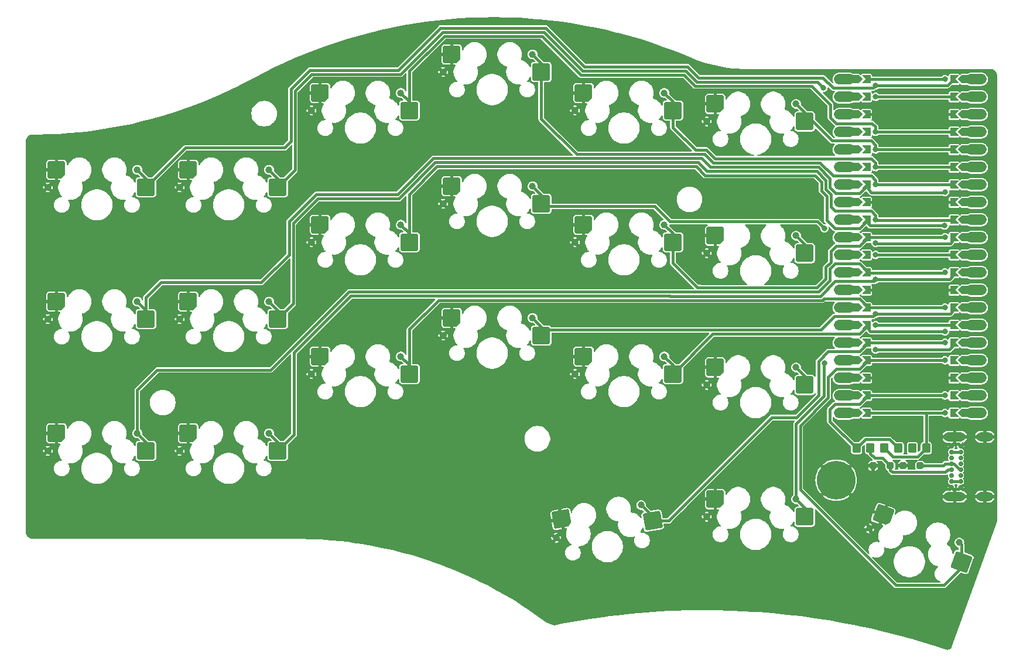
<source format=gtl>
%TF.GenerationSoftware,KiCad,Pcbnew,8.0.1*%
%TF.CreationDate,2024-04-05T15:46:44+03:00*%
%TF.ProjectId,dedekind,64656465-6b69-46e6-942e-6b696361645f,rev?*%
%TF.SameCoordinates,Original*%
%TF.FileFunction,Copper,L1,Top*%
%TF.FilePolarity,Positive*%
%FSLAX46Y46*%
G04 Gerber Fmt 4.6, Leading zero omitted, Abs format (unit mm)*
G04 Created by KiCad (PCBNEW 8.0.1) date 2024-04-05 15:46:44*
%MOMM*%
%LPD*%
G01*
G04 APERTURE LIST*
G04 Aperture macros list*
%AMRoundRect*
0 Rectangle with rounded corners*
0 $1 Rounding radius*
0 $2 $3 $4 $5 $6 $7 $8 $9 X,Y pos of 4 corners*
0 Add a 4 corners polygon primitive as box body*
4,1,4,$2,$3,$4,$5,$6,$7,$8,$9,$2,$3,0*
0 Add four circle primitives for the rounded corners*
1,1,$1+$1,$2,$3*
1,1,$1+$1,$4,$5*
1,1,$1+$1,$6,$7*
1,1,$1+$1,$8,$9*
0 Add four rect primitives between the rounded corners*
20,1,$1+$1,$2,$3,$4,$5,0*
20,1,$1+$1,$4,$5,$6,$7,0*
20,1,$1+$1,$6,$7,$8,$9,0*
20,1,$1+$1,$8,$9,$2,$3,0*%
%AMFreePoly0*
4,1,18,-1.275000,1.000000,-1.255970,1.095671,-1.201777,1.176777,-1.120671,1.230970,-1.025000,1.250000,1.025000,1.250000,1.120671,1.230970,1.201777,1.176777,1.255970,1.095671,1.275000,1.000000,1.275000,-0.750000,0.775000,-1.250000,-1.025000,-1.250000,-1.120671,-1.230970,-1.201777,-1.176777,-1.255970,-1.095671,-1.275000,-1.000000,-1.275000,1.000000,-1.275000,1.000000,$1*%
%AMFreePoly1*
4,1,36,0.837070,0.744929,1.006515,0.704769,1.162132,0.626616,1.196235,0.598000,2.021600,0.598000,2.079451,0.576944,2.085240,0.571640,2.593240,0.063640,2.619258,0.007844,2.603324,-0.051622,2.593240,-0.063640,2.085240,-0.571640,2.029444,-0.597658,2.021600,-0.598000,1.196411,-0.598000,1.086599,-0.670224,0.922962,-0.729784,0.750000,-0.750000,0.000000,-0.750000,-0.750000,-0.750000,
-0.837070,-0.744929,-1.006515,-0.704769,-1.162132,-0.626616,-1.295530,-0.514681,-1.399519,-0.375000,-1.468492,-0.215102,-1.498731,-0.043609,-1.488606,0.130236,-1.438662,0.297060,-1.351592,0.447869,-1.232091,0.574533,-1.086599,0.670224,-0.922962,0.729784,-0.750000,0.750000,0.750000,0.750000,0.837070,0.744929,0.837070,0.744929,$1*%
%AMFreePoly2*
4,1,20,0.808779,0.580902,0.845106,0.530902,0.845106,0.469098,0.820711,0.429289,0.391422,0.000000,0.820711,-0.429289,0.848769,-0.484357,0.839101,-0.545399,0.795399,-0.589101,0.750000,-0.600000,-0.250000,-0.600000,-0.308779,-0.580902,-0.345106,-0.530902,-0.350000,-0.500000,-0.350000,0.500000,-0.330902,0.558779,-0.280902,0.595106,-0.250000,0.600000,0.750000,0.600000,0.808779,0.580902,
0.808779,0.580902,$1*%
G04 Aperture macros list end*
%TA.AperFunction,ComponentPad*%
%ADD10C,1.000000*%
%TD*%
%TA.AperFunction,SMDPad,CuDef*%
%ADD11RoundRect,0.250000X-1.025000X-1.000000X1.025000X-1.000000X1.025000X1.000000X-1.025000X1.000000X0*%
%TD*%
%TA.AperFunction,SMDPad,CuDef*%
%ADD12FreePoly0,0.000000*%
%TD*%
%TA.AperFunction,ComponentPad*%
%ADD13RoundRect,0.250000X-0.350000X-0.450000X0.350000X-0.450000X0.350000X0.450000X-0.350000X0.450000X0*%
%TD*%
%TA.AperFunction,ComponentPad*%
%ADD14RoundRect,0.250000X0.350000X0.450000X-0.350000X0.450000X-0.350000X-0.450000X0.350000X-0.450000X0*%
%TD*%
%TA.AperFunction,ComponentPad*%
%ADD15C,0.700000*%
%TD*%
%TA.AperFunction,ComponentPad*%
%ADD16O,3.200000X1.300000*%
%TD*%
%TA.AperFunction,ComponentPad*%
%ADD17O,2.500000X1.300000*%
%TD*%
%TA.AperFunction,ComponentPad*%
%ADD18C,5.600000*%
%TD*%
%TA.AperFunction,ComponentPad*%
%ADD19FreePoly1,0.000000*%
%TD*%
%TA.AperFunction,ComponentPad*%
%ADD20FreePoly1,180.000000*%
%TD*%
%TA.AperFunction,SMDPad,CuDef*%
%ADD21FreePoly2,0.000000*%
%TD*%
%TA.AperFunction,SMDPad,CuDef*%
%ADD22FreePoly2,180.000000*%
%TD*%
%TA.AperFunction,ComponentPad*%
%ADD23RoundRect,0.250000X0.250000X0.250000X-0.250000X0.250000X-0.250000X-0.250000X0.250000X-0.250000X0*%
%TD*%
%TA.AperFunction,SMDPad,CuDef*%
%ADD24RoundRect,0.250000X-0.835780X-1.162797X1.183076X-0.806818X0.835780X1.162797X-1.183076X0.806818X0*%
%TD*%
%TA.AperFunction,SMDPad,CuDef*%
%ADD25FreePoly0,10.000000*%
%TD*%
%TA.AperFunction,SMDPad,CuDef*%
%ADD26RoundRect,0.250000X-1.305205X-0.589122X0.621165X-1.290263X1.305205X0.589122X-0.621165X1.290263X0*%
%TD*%
%TA.AperFunction,SMDPad,CuDef*%
%ADD27FreePoly0,340.000000*%
%TD*%
%TA.AperFunction,ViaPad*%
%ADD28C,0.800000*%
%TD*%
%TA.AperFunction,Conductor*%
%ADD29C,0.400000*%
%TD*%
G04 APERTURE END LIST*
D10*
%TO.P,SW16,1,1*%
%TO.N,SW16*%
X150304500Y-92551250D03*
X151547500Y-95091250D03*
D11*
X151547500Y-95091250D03*
D10*
%TO.P,SW16,2,2*%
%TO.N,GND*%
X137377500Y-95091250D03*
X138620500Y-92551250D03*
D12*
X138620500Y-92551250D03*
%TD*%
D10*
%TO.P,SW4,1,1*%
%TO.N,SW4*%
X150304500Y-54451250D03*
X151547500Y-56991250D03*
D11*
X151547500Y-56991250D03*
D10*
%TO.P,SW4,2,2*%
%TO.N,GND*%
X137377500Y-56991250D03*
X138620500Y-54451250D03*
D12*
X138620500Y-54451250D03*
%TD*%
D13*
%TO.P,JP1,1,A*%
%TO.N,RX*%
X203216000Y-111379000D03*
%TO.P,JP1,2,C*%
%TO.N,D-*%
X205216000Y-111379000D03*
D14*
%TO.P,JP1,3,B*%
%TO.N,TX*%
X207216000Y-111379000D03*
%TD*%
D15*
%TO.P,J1,A1,GND*%
%TO.N,GND*%
X210850000Y-117021000D03*
%TO.P,J1,A4,VBUS*%
%TO.N,+5V*%
X210850000Y-116171000D03*
%TO.P,J1,A5,CC1*%
%TO.N,unconnected-(J1-CC1-PadA5)*%
X210850000Y-115321000D03*
%TO.P,J1,A6,D+*%
%TO.N,D+*%
X210850000Y-114471000D03*
%TO.P,J1,A7,D-*%
%TO.N,D-*%
X210850000Y-113621000D03*
%TO.P,J1,A8,SBU1*%
%TO.N,unconnected-(J1-SBU1-PadA8)*%
X210850000Y-112771000D03*
%TO.P,J1,A9,VBUS*%
%TO.N,+5V*%
X210850000Y-111921000D03*
%TO.P,J1,A12,GND*%
%TO.N,GND*%
X210850000Y-111071000D03*
%TO.P,J1,B1,GND*%
X212200000Y-111071000D03*
%TO.P,J1,B4,VBUS*%
%TO.N,+5V*%
X212200000Y-111921000D03*
%TO.P,J1,B5,CC2*%
%TO.N,unconnected-(J1-CC2-PadB5)*%
X212200000Y-112771000D03*
%TO.P,J1,B6,D+*%
%TO.N,D+*%
X212200000Y-113621000D03*
%TO.P,J1,B7,D-*%
%TO.N,D-*%
X212200000Y-114471000D03*
%TO.P,J1,B8,SBU2*%
%TO.N,unconnected-(J1-SBU2-PadB8)*%
X212200000Y-115321000D03*
%TO.P,J1,B9,VBUS*%
%TO.N,+5V*%
X212200000Y-116171000D03*
%TO.P,J1,B12,GND*%
%TO.N,GND*%
X212200000Y-117021000D03*
D16*
%TO.P,J1,S1,SHIELD*%
X211350000Y-118366000D03*
D17*
X215675000Y-118366000D03*
D16*
X211350000Y-109726000D03*
D17*
X215675000Y-109726000D03*
%TD*%
D10*
%TO.P,SW5,1,1*%
%TO.N,SW5*%
X169354500Y-60007500D03*
X170597500Y-62547500D03*
D11*
X170597500Y-62547500D03*
D10*
%TO.P,SW5,2,2*%
%TO.N,GND*%
X156427500Y-62547500D03*
X157670500Y-60007500D03*
D12*
X157670500Y-60007500D03*
%TD*%
D10*
%TO.P,SW1,1,1*%
%TO.N,SW1*%
X93154500Y-71120000D03*
X94397500Y-73660000D03*
D11*
X94397500Y-73660000D03*
D10*
%TO.P,SW1,2,2*%
%TO.N,GND*%
X80227500Y-73660000D03*
X81470500Y-71120000D03*
D12*
X81470500Y-71120000D03*
%TD*%
D10*
%TO.P,SW15,1,1*%
%TO.N,SW15*%
X131254500Y-98107500D03*
X132497500Y-100647500D03*
D11*
X132497500Y-100647500D03*
D10*
%TO.P,SW15,2,2*%
%TO.N,GND*%
X118327500Y-100647500D03*
X119570500Y-98107500D03*
D12*
X119570500Y-98107500D03*
%TD*%
D10*
%TO.P,SW6,1,1*%
%TO.N,SW6*%
X188404500Y-61595000D03*
X189647500Y-64135000D03*
D11*
X189647500Y-64135000D03*
D10*
%TO.P,SW6,2,2*%
%TO.N,GND*%
X175477500Y-64135000D03*
X176720500Y-61595000D03*
D12*
X176720500Y-61595000D03*
%TD*%
D18*
%TO.P,H5,1,1*%
%TO.N,GND*%
X194200000Y-116000000D03*
%TD*%
D10*
%TO.P,SW18,1,1*%
%TO.N,SW18*%
X188404500Y-99695000D03*
X189647500Y-102235000D03*
D11*
X189647500Y-102235000D03*
D10*
%TO.P,SW18,2,2*%
%TO.N,GND*%
X175477500Y-102235000D03*
X176720500Y-99695000D03*
D12*
X176720500Y-99695000D03*
%TD*%
D19*
%TO.P,U1,*%
%TO.N,*%
X195382091Y-58042727D03*
X195382091Y-60582727D03*
X195382091Y-63122727D03*
X195382091Y-65662727D03*
X195382091Y-68202727D03*
X195382091Y-70742727D03*
X195382091Y-73282727D03*
X195382091Y-75822727D03*
X195382091Y-78362727D03*
X195382091Y-80902727D03*
X195382091Y-83442727D03*
X195382091Y-85982727D03*
X195382091Y-88522727D03*
X195382091Y-91062727D03*
X195382091Y-93602727D03*
X195382091Y-96142727D03*
X195382091Y-98682727D03*
X195382091Y-101222727D03*
X195382091Y-103762727D03*
X195382091Y-106302727D03*
D20*
X214462091Y-58042727D03*
X214462091Y-60582727D03*
X214462091Y-63122727D03*
X214462091Y-65662727D03*
X214462091Y-68202727D03*
X214462091Y-70742727D03*
X214462091Y-73282727D03*
X214462091Y-75822727D03*
X214462091Y-78362727D03*
X214462091Y-80902727D03*
X214462091Y-83442727D03*
X214462091Y-85982727D03*
X214462091Y-88522727D03*
X214462091Y-91062727D03*
X214462091Y-93602727D03*
X214462091Y-96142727D03*
X214462091Y-98682727D03*
X214462091Y-101222727D03*
X214462091Y-103762727D03*
X214462091Y-106302727D03*
D21*
%TO.P,U1,1,GPIO0*%
%TO.N,SW1*%
X211018091Y-58042727D03*
%TO.P,U1,2,GPIO1*%
%TO.N,SW2*%
X211018091Y-60582727D03*
%TO.P,U1,3,GND*%
%TO.N,GND*%
X211018091Y-63122727D03*
%TO.P,U1,4,GPIO2*%
%TO.N,SW3*%
X211018091Y-65662727D03*
%TO.P,U1,5,GPIO3*%
%TO.N,SW6*%
X211018091Y-68202727D03*
%TO.P,U1,6,GPIO4*%
%TO.N,SW5*%
X211018091Y-70742727D03*
%TO.P,U1,7,GPIO5*%
%TO.N,SW4*%
X211018091Y-73282727D03*
%TO.P,U1,8,GND*%
%TO.N,GND*%
X211018091Y-75822727D03*
%TO.P,U1,9,GPIO6*%
%TO.N,SW8*%
X211018091Y-78362727D03*
%TO.P,U1,10,GPIO7*%
%TO.N,SW10*%
X211018091Y-80902727D03*
%TO.P,U1,11,GPIO8*%
%TO.N,SW12*%
X211018091Y-83442727D03*
%TO.P,U1,12,GPIO9*%
%TO.N,SW14*%
X211018091Y-85982727D03*
%TO.P,U1,13,GND*%
%TO.N,GND*%
X211018091Y-88522727D03*
%TO.P,U1,14,GPIO10*%
%TO.N,SW16*%
X211018091Y-91062727D03*
%TO.P,U1,15,GPIO11*%
%TO.N,SW18*%
X211018091Y-93602727D03*
%TO.P,U1,16,GPIO12*%
%TO.N,SW20*%
X211018091Y-96142727D03*
%TO.P,U1,17,GPIO13*%
%TO.N,unconnected-(U1-GPIO13-Pad17)_0*%
X211018091Y-98682727D03*
%TO.P,U1,18,GND*%
%TO.N,GND*%
X211018091Y-101222727D03*
%TO.P,U1,19,GPIO14*%
%TO.N,unconnected-(U1-GPIO14-Pad19)_0*%
X211018091Y-103762727D03*
%TO.P,U1,20,GPIO15*%
%TO.N,unconnected-(U1-GPIO15-Pad20)*%
X211018091Y-106302727D03*
D22*
%TO.P,U1,21,GPIO16*%
%TO.N,TX*%
X198826091Y-106302727D03*
%TO.P,U1,22,GPIO17*%
%TO.N,RX*%
X198826091Y-103762727D03*
%TO.P,U1,23,GND*%
%TO.N,GND*%
X198826091Y-101222727D03*
%TO.P,U1,24,GPIO18*%
%TO.N,SW21*%
X198826091Y-98682727D03*
%TO.P,U1,25,GPIO19*%
%TO.N,SW19*%
X198826091Y-96142727D03*
%TO.P,U1,26,GPIO20*%
%TO.N,SW17*%
X198826091Y-93602727D03*
%TO.P,U1,27,GPIO21*%
%TO.N,SW15*%
X198826091Y-91062727D03*
%TO.P,U1,28,GND*%
%TO.N,GND*%
X198826091Y-88522727D03*
%TO.P,U1,29,GPIO22*%
%TO.N,SW13*%
X198826091Y-85982727D03*
%TO.P,U1,30,RUN*%
%TO.N,unconnected-(U1-RUN-Pad30)*%
X198826091Y-83442727D03*
%TO.P,U1,31,GPIO26_ADC0*%
%TO.N,SW11*%
X198826091Y-80902727D03*
%TO.P,U1,32,GPIO27_ADC1*%
%TO.N,SW9*%
X198826091Y-78362727D03*
%TO.P,U1,33,AGND*%
%TO.N,GND*%
X198826091Y-75822727D03*
%TO.P,U1,34,GPIO28_ADC2*%
%TO.N,SW7*%
X198826091Y-73282727D03*
%TO.P,U1,35,ADC_VREF*%
%TO.N,unconnected-(U1-ADC_VREF-Pad35)_0*%
X198826091Y-70742727D03*
%TO.P,U1,36,3V3*%
%TO.N,unconnected-(U1-3V3-Pad36)_0*%
X198826091Y-68202727D03*
%TO.P,U1,37,3V3_EN*%
%TO.N,unconnected-(U1-3V3_EN-Pad37)*%
X198826091Y-65662727D03*
%TO.P,U1,38,GND*%
%TO.N,GND*%
X198826091Y-63122727D03*
%TO.P,U1,39,VSYS*%
%TO.N,unconnected-(U1-VSYS-Pad39)_0*%
X198826091Y-60582727D03*
%TO.P,U1,40,VBUS*%
%TO.N,+5V*%
X198826091Y-58042727D03*
%TD*%
D10*
%TO.P,SW3,1,1*%
%TO.N,SW3*%
X131254500Y-60007500D03*
X132497500Y-62547500D03*
D11*
X132497500Y-62547500D03*
D10*
%TO.P,SW3,2,2*%
%TO.N,GND*%
X118327500Y-62547500D03*
X119570500Y-60007500D03*
D12*
X119570500Y-60007500D03*
%TD*%
D10*
%TO.P,SW17,1,1*%
%TO.N,SW17*%
X169354500Y-98107500D03*
X170597500Y-100647500D03*
D11*
X170597500Y-100647500D03*
D10*
%TO.P,SW17,2,2*%
%TO.N,GND*%
X156427500Y-100647500D03*
X157670500Y-98107500D03*
D12*
X157670500Y-98107500D03*
%TD*%
D10*
%TO.P,SW13,1,1*%
%TO.N,SW13*%
X93154500Y-109220000D03*
X94397500Y-111760000D03*
D11*
X94397500Y-111760000D03*
D10*
%TO.P,SW13,2,2*%
%TO.N,GND*%
X80227500Y-111760000D03*
X81470500Y-109220000D03*
D12*
X81470500Y-109220000D03*
%TD*%
D10*
%TO.P,SW8,1,1*%
%TO.N,SW8*%
X112204500Y-90170000D03*
X113447500Y-92710000D03*
D11*
X113447500Y-92710000D03*
D10*
%TO.P,SW8,2,2*%
%TO.N,GND*%
X99277500Y-92710000D03*
X100520500Y-90170000D03*
D12*
X100520500Y-90170000D03*
%TD*%
D10*
%TO.P,SW11,1,1*%
%TO.N,SW11*%
X169354500Y-79057500D03*
X170597500Y-81597500D03*
D11*
X170597500Y-81597500D03*
D10*
%TO.P,SW11,2,2*%
%TO.N,GND*%
X156427500Y-81597500D03*
X157670500Y-79057500D03*
D12*
X157670500Y-79057500D03*
%TD*%
D10*
%TO.P,SW2,1,1*%
%TO.N,SW2*%
X112204500Y-71120000D03*
X113447500Y-73660000D03*
D11*
X113447500Y-73660000D03*
D10*
%TO.P,SW2,2,2*%
%TO.N,GND*%
X99277500Y-73660000D03*
X100520500Y-71120000D03*
D12*
X100520500Y-71120000D03*
%TD*%
D23*
%TO.P,D2,1,K*%
%TO.N,D-*%
X206355000Y-113919000D03*
%TO.P,D2,2,A*%
%TO.N,GND*%
X203855000Y-113919000D03*
%TD*%
D10*
%TO.P,SW9,1,1*%
%TO.N,SW9*%
X131254500Y-79057500D03*
X132497500Y-81597500D03*
D11*
X132497500Y-81597500D03*
D10*
%TO.P,SW9,2,2*%
%TO.N,GND*%
X118327500Y-81597500D03*
X119570500Y-79057500D03*
D12*
X119570500Y-79057500D03*
%TD*%
D10*
%TO.P,SW12,1,1*%
%TO.N,SW12*%
X188404500Y-80645000D03*
X189647500Y-83185000D03*
D11*
X189647500Y-83185000D03*
D10*
%TO.P,SW12,2,2*%
%TO.N,GND*%
X175477500Y-83185000D03*
X176720500Y-80645000D03*
D12*
X176720500Y-80645000D03*
%TD*%
D10*
%TO.P,SW19,1,1*%
%TO.N,SW19*%
X166002364Y-119592724D03*
X167667547Y-121878291D03*
D24*
X167667547Y-121878291D03*
D10*
%TO.P,SW19,2,2*%
%TO.N,GND*%
X153712821Y-124338886D03*
X154495870Y-121621629D03*
D25*
X154495870Y-121621629D03*
%TD*%
D10*
%TO.P,SW20,1,1*%
%TO.N,SW20*%
X188404500Y-118745000D03*
X189647500Y-121285000D03*
D11*
X189647500Y-121285000D03*
D10*
%TO.P,SW20,2,2*%
%TO.N,GND*%
X175477500Y-121285000D03*
X176720500Y-118745000D03*
D12*
X176720500Y-118745000D03*
%TD*%
D23*
%TO.P,D1,1,K*%
%TO.N,D+*%
X202037000Y-113919000D03*
%TO.P,D1,2,A*%
%TO.N,GND*%
X199537000Y-113919000D03*
%TD*%
D10*
%TO.P,SW14,1,1*%
%TO.N,SW14*%
X112204500Y-109220000D03*
X113447500Y-111760000D03*
D11*
X113447500Y-111760000D03*
D10*
%TO.P,SW14,2,2*%
%TO.N,GND*%
X99277500Y-111760000D03*
X100520500Y-109220000D03*
D12*
X100520500Y-109220000D03*
%TD*%
D14*
%TO.P,JP2,1,A*%
%TO.N,TX*%
X201152000Y-111379000D03*
%TO.P,JP2,2,C*%
%TO.N,D+*%
X199152000Y-111379000D03*
D13*
%TO.P,JP2,3,B*%
%TO.N,RX*%
X197152000Y-111379000D03*
%TD*%
D10*
%TO.P,SW10,1,1*%
%TO.N,SW10*%
X150304500Y-73501250D03*
X151547500Y-76041250D03*
D11*
X151547500Y-76041250D03*
D10*
%TO.P,SW10,2,2*%
%TO.N,GND*%
X137377500Y-76041250D03*
X138620500Y-73501250D03*
D12*
X138620500Y-73501250D03*
%TD*%
D10*
%TO.P,SW21,1,1*%
%TO.N,SW21*%
X212014647Y-125018193D03*
X212313952Y-127830143D03*
D26*
X212313952Y-127830143D03*
D10*
%TO.P,SW21,2,2*%
%TO.N,GND*%
X198998509Y-122983718D03*
X201035278Y-121022030D03*
D27*
X201035278Y-121022030D03*
%TD*%
D10*
%TO.P,SW7,1,1*%
%TO.N,SW7*%
X93154500Y-90170000D03*
X94397500Y-92710000D03*
D11*
X94397500Y-92710000D03*
D10*
%TO.P,SW7,2,2*%
%TO.N,GND*%
X80227500Y-92710000D03*
X81470500Y-90170000D03*
D12*
X81470500Y-90170000D03*
%TD*%
D28*
%TO.N,SW1*%
X199898000Y-58928000D03*
%TO.N,SW2*%
X199898000Y-60579000D03*
X192372091Y-59297727D03*
%TO.N,SW3*%
X199898000Y-65659000D03*
%TO.N,GND*%
X188912500Y-130175000D03*
X209931000Y-101219000D03*
X150812500Y-103981250D03*
X199898000Y-88519000D03*
X106500000Y-65100000D03*
X125412500Y-116681250D03*
X119062500Y-109537500D03*
X119062500Y-71437500D03*
X131762500Y-71437500D03*
X112712500Y-82550000D03*
X209931000Y-88510727D03*
X198437500Y-130175000D03*
X100012500Y-120650000D03*
X112712500Y-120650000D03*
X205232000Y-108458000D03*
X146050000Y-116681250D03*
X80962500Y-120650000D03*
X157162500Y-109537500D03*
X93662500Y-120650000D03*
X199898000Y-75819000D03*
X119062500Y-90487500D03*
X209931000Y-63119000D03*
X138112500Y-65881250D03*
X138112500Y-84931250D03*
X179324000Y-75406250D03*
X169862500Y-109537500D03*
X80962500Y-82550000D03*
X176212500Y-92075000D03*
X80962500Y-101600000D03*
X197993000Y-108458000D03*
X199898000Y-63119000D03*
X150812500Y-84931250D03*
X209931000Y-75819000D03*
X100012500Y-82550000D03*
X199898000Y-101219000D03*
X112712500Y-101600000D03*
X131762500Y-90487500D03*
X100012500Y-101600000D03*
X167481250Y-130175000D03*
X156368750Y-130175000D03*
X169862500Y-92075000D03*
X156368750Y-73818750D03*
X166687500Y-73818750D03*
X127000000Y-53400000D03*
X135731250Y-116681250D03*
X188976000Y-75406250D03*
X162718750Y-53800000D03*
X150812500Y-65881250D03*
X176212500Y-130175000D03*
X157162500Y-92075000D03*
X188912500Y-92075000D03*
X176212500Y-111125000D03*
X91281250Y-101600000D03*
X131762500Y-109537500D03*
X138112500Y-103981250D03*
X93662500Y-82550000D03*
%TO.N,SW4*%
X199898000Y-73279000D03*
%TO.N,SW5*%
X199898000Y-70739000D03*
%TO.N,SW6*%
X199898000Y-68199000D03*
%TO.N,SW7*%
X209931000Y-74321118D03*
%TO.N,SW8*%
X199898000Y-78359000D03*
%TO.N,SW9*%
X209905863Y-79197727D03*
%TO.N,SW10*%
X199898000Y-81699000D03*
X192500000Y-79600000D03*
%TO.N,SW11*%
X209931000Y-80890727D03*
%TO.N,SW12*%
X199898000Y-83439000D03*
%TO.N,SW13*%
X209931000Y-85979000D03*
%TO.N,SW14*%
X199898000Y-86995000D03*
%TO.N,SW15*%
X209931000Y-91050727D03*
%TO.N,TX*%
X209931000Y-106299000D03*
%TO.N,RX*%
X209931000Y-103759000D03*
%TO.N,SW17*%
X209931000Y-94488000D03*
%TO.N,SW18*%
X199898000Y-93599000D03*
%TO.N,SW16*%
X199898000Y-91948000D03*
%TO.N,SW19*%
X209931000Y-96130727D03*
%TO.N,SW20*%
X192481686Y-99098686D03*
X199898000Y-97138888D03*
%TO.N,SW21*%
X209931000Y-98679000D03*
%TO.N,+5V*%
X209931000Y-58039000D03*
%TD*%
D29*
%TO.N,SW7*%
X198826091Y-73921591D02*
X198826091Y-73282727D01*
X209931000Y-74321118D02*
X209830118Y-74422000D01*
X209830118Y-74422000D02*
X199326500Y-74422000D01*
X199326500Y-74422000D02*
X198826091Y-73921591D01*
%TO.N,SW17*%
X198826091Y-94178091D02*
X198826091Y-93602727D01*
X199136000Y-94488000D02*
X198826091Y-94178091D01*
X209931000Y-94488000D02*
X199136000Y-94488000D01*
%TO.N,SW20*%
X210582112Y-97138888D02*
X211000000Y-96721000D01*
X211000000Y-96721000D02*
X211000000Y-96213000D01*
X199898000Y-97138888D02*
X210582112Y-97138888D01*
%TO.N,SW16*%
X211000000Y-91641000D02*
X211000000Y-91133000D01*
X210693000Y-91948000D02*
X211000000Y-91641000D01*
X199898000Y-91948000D02*
X210693000Y-91948000D01*
%TO.N,SW14*%
X123987000Y-89373000D02*
X115824000Y-97536000D01*
X170169157Y-89373000D02*
X123987000Y-89373000D01*
X191930000Y-89375000D02*
X170171157Y-89375000D01*
X170171157Y-89375000D02*
X170169157Y-89373000D01*
X194056000Y-87249000D02*
X191930000Y-89375000D01*
X115824000Y-109383500D02*
X113447500Y-111760000D01*
X199633509Y-87249000D02*
X194056000Y-87249000D01*
X199927891Y-86954618D02*
X199633509Y-87249000D01*
X210606382Y-86954618D02*
X199927891Y-86954618D01*
X211000000Y-86561000D02*
X210606382Y-86954618D01*
X211000000Y-86020000D02*
X211000000Y-86561000D01*
X115824000Y-97536000D02*
X115824000Y-109383500D01*
%TO.N,SW10*%
X210693000Y-81788000D02*
X211000000Y-81481000D01*
X211000000Y-81481000D02*
X211000000Y-80973000D01*
X199987000Y-81788000D02*
X210693000Y-81788000D01*
X199898000Y-81699000D02*
X199987000Y-81788000D01*
%TO.N,SW9*%
X199085727Y-79197727D02*
X198826091Y-78938091D01*
X198826091Y-78938091D02*
X198826091Y-78362727D01*
X209905863Y-79197727D02*
X199085727Y-79197727D01*
%TO.N,SW1*%
X114427000Y-67945000D02*
X100112500Y-67945000D01*
X193783364Y-59309000D02*
X192272091Y-57797727D01*
X199870086Y-58928000D02*
X199517000Y-59281086D01*
X210270200Y-58928000D02*
X199870086Y-58928000D01*
X115351000Y-59449000D02*
X115351000Y-67021000D01*
X94397500Y-72363000D02*
X93154500Y-71120000D01*
X137000000Y-50600000D02*
X130900000Y-56700000D01*
X130900000Y-56700000D02*
X118100000Y-56700000D01*
X118100000Y-56700000D02*
X115351000Y-59449000D01*
X157797056Y-56200000D02*
X152197056Y-50600000D01*
X190951472Y-57797727D02*
X190949199Y-57800000D01*
X192272091Y-57797727D02*
X190951472Y-57797727D01*
X174297056Y-57800000D02*
X172697056Y-56200000D01*
X172697056Y-56200000D02*
X157797056Y-56200000D01*
X199517000Y-59309000D02*
X193783364Y-59309000D01*
X152197056Y-50600000D02*
X137000000Y-50600000D01*
X190949199Y-57800000D02*
X174297056Y-57800000D01*
X211018091Y-58180109D02*
X210270200Y-58928000D01*
X199517000Y-59281086D02*
X199517000Y-59309000D01*
X100112500Y-67945000D02*
X94397500Y-73660000D01*
X94397500Y-73660000D02*
X94397500Y-72363000D01*
X115351000Y-67021000D02*
X114427000Y-67945000D01*
%TO.N,SW2*%
X113447500Y-73660000D02*
X113447500Y-72363000D01*
X199853164Y-60579000D02*
X210860436Y-60579000D01*
X172448528Y-56800000D02*
X174048528Y-58400000D01*
X113447500Y-73660000D02*
X115951000Y-71156500D01*
X131200000Y-57300000D02*
X137300000Y-51200000D01*
X151948528Y-51200000D02*
X157548528Y-56800000D01*
X115951000Y-59697528D02*
X118348528Y-57300000D01*
X174048528Y-58400000D02*
X191197727Y-58400000D01*
X118348528Y-57300000D02*
X131200000Y-57300000D01*
X191472091Y-58397727D02*
X192372091Y-59297727D01*
X157548528Y-56800000D02*
X172448528Y-56800000D01*
X191197727Y-58400000D02*
X191200000Y-58397727D01*
X137300000Y-51200000D02*
X151948528Y-51200000D01*
X115951000Y-71156500D02*
X115951000Y-59697528D01*
X191200000Y-58397727D02*
X191472091Y-58397727D01*
X199850891Y-60576727D02*
X199853164Y-60579000D01*
X113447500Y-72363000D02*
X112204500Y-71120000D01*
%TO.N,SW3*%
X193372091Y-61697727D02*
X193372091Y-63597727D01*
X157300000Y-57400000D02*
X172200000Y-57400000D01*
X199398727Y-64397727D02*
X199898000Y-64897000D01*
X193372091Y-63597727D02*
X194172091Y-64397727D01*
X190674364Y-59000000D02*
X193372091Y-61697727D01*
X199898000Y-65659000D02*
X199980164Y-65659000D01*
X199901727Y-65662727D02*
X199898000Y-65659000D01*
X211018091Y-65662727D02*
X199901727Y-65662727D01*
X132497500Y-62547500D02*
X132497500Y-56851028D01*
X151700000Y-51800000D02*
X157300000Y-57400000D01*
X172200000Y-57400000D02*
X173800000Y-59000000D01*
X199898000Y-64897000D02*
X199898000Y-65659000D01*
X137548528Y-51800000D02*
X151700000Y-51800000D01*
X132497500Y-56851028D02*
X137548528Y-51800000D01*
X132497500Y-62547500D02*
X132497500Y-61250500D01*
X173800000Y-59000000D02*
X190674364Y-59000000D01*
X132497500Y-61250500D02*
X131254500Y-60007500D01*
X194172091Y-64397727D02*
X199398727Y-64397727D01*
%TO.N,GND*%
X209931000Y-75819000D02*
X211014364Y-75819000D01*
X209931000Y-88510727D02*
X211006091Y-88510727D01*
X199971891Y-75822727D02*
X199977891Y-75816727D01*
X209965391Y-63110727D02*
X211006091Y-63110727D01*
X200025000Y-101222727D02*
X198826091Y-101222727D01*
X199850891Y-63116727D02*
X198832091Y-63116727D01*
X199977891Y-88516727D02*
X198832091Y-88516727D01*
X198826091Y-75822727D02*
X199971891Y-75822727D01*
X209931000Y-101219000D02*
X211014364Y-101219000D01*
%TO.N,SW4*%
X151547500Y-55694250D02*
X150304500Y-54451250D01*
X176407722Y-70100000D02*
X191874364Y-70100000D01*
X156662500Y-68862500D02*
X175170222Y-68862500D01*
X199984418Y-73279000D02*
X210996236Y-73279000D01*
X191874364Y-70100000D02*
X193772091Y-71997727D01*
X199898000Y-72637651D02*
X199898000Y-73279000D01*
X199258076Y-71997727D02*
X199898000Y-72637651D01*
X175170222Y-68862500D02*
X176407722Y-70100000D01*
X151547500Y-56991250D02*
X151547500Y-63747500D01*
X151547500Y-56991250D02*
X151547500Y-55694250D01*
X193772091Y-71997727D02*
X199258076Y-71997727D01*
X151547500Y-63747500D02*
X156662500Y-68862500D01*
%TO.N,SW5*%
X170597500Y-62547500D02*
X170597500Y-61250500D01*
X170597500Y-64997500D02*
X173862500Y-68262500D01*
X199294000Y-69500000D02*
X199898000Y-70104000D01*
X176656250Y-69500000D02*
X199294000Y-69500000D01*
X199984418Y-70739000D02*
X210937629Y-70739000D01*
X170597500Y-61250500D02*
X169354500Y-60007500D01*
X199898000Y-70104000D02*
X199898000Y-70739000D01*
X173862500Y-68262500D02*
X175418750Y-68262500D01*
X175418750Y-68262500D02*
X176656250Y-69500000D01*
X170597500Y-62547500D02*
X170597500Y-64997500D01*
%TO.N,SW6*%
X189647500Y-62838000D02*
X188404500Y-61595000D01*
X199977891Y-68196727D02*
X199980164Y-68199000D01*
X199980164Y-68199000D02*
X210987436Y-68199000D01*
X199898000Y-67564000D02*
X199898000Y-68199000D01*
X193615864Y-66929000D02*
X199263000Y-66929000D01*
X199263000Y-66929000D02*
X199898000Y-67564000D01*
X190819591Y-64132727D02*
X193615864Y-66929000D01*
%TO.N,SW7*%
X119000000Y-74700000D02*
X130751472Y-74700000D01*
X135988972Y-69462500D02*
X174745500Y-69462500D01*
X194149000Y-74549000D02*
X197559818Y-74549000D01*
X197559818Y-74549000D02*
X198826091Y-73282727D01*
X115100000Y-83400000D02*
X115100000Y-78600000D01*
X115100000Y-78600000D02*
X119000000Y-74700000D01*
X130751472Y-74700000D02*
X135988972Y-69462500D01*
X111100000Y-87400000D02*
X115100000Y-83400000D01*
X94397500Y-91413000D02*
X93154500Y-90170000D01*
X94397500Y-89602500D02*
X96600000Y-87400000D01*
X191664836Y-70739000D02*
X193294000Y-72368164D01*
X96600000Y-87400000D02*
X111100000Y-87400000D01*
X193294000Y-72368164D02*
X193294000Y-73694000D01*
X193294000Y-73694000D02*
X194149000Y-74549000D01*
X174745500Y-69462500D02*
X176022000Y-70739000D01*
X176022000Y-70739000D02*
X191664836Y-70739000D01*
X94397500Y-92710000D02*
X94397500Y-89602500D01*
X94397500Y-92710000D02*
X94397500Y-91413000D01*
%TO.N,SW8*%
X113447500Y-92710000D02*
X115700000Y-90457500D01*
X113447500Y-92710000D02*
X113447500Y-91413000D01*
X191416308Y-71339000D02*
X192694000Y-72616692D01*
X199973909Y-78397727D02*
X210957509Y-78397727D01*
X199959800Y-78383618D02*
X199973909Y-78397727D01*
X115700000Y-78848528D02*
X119248528Y-75300000D01*
X199898000Y-77717651D02*
X199898000Y-78359000D01*
X119248528Y-75300000D02*
X131000000Y-75300000D01*
X194056000Y-77089000D02*
X199269349Y-77089000D01*
X192694000Y-73942528D02*
X193421000Y-74669528D01*
X113447500Y-91413000D02*
X112204500Y-90170000D01*
X192694000Y-72616692D02*
X192694000Y-73942528D01*
X199269349Y-77089000D02*
X199898000Y-77717651D01*
X174202500Y-70062500D02*
X175479000Y-71339000D01*
X193421000Y-74669528D02*
X193421000Y-76454000D01*
X175479000Y-71339000D02*
X191416308Y-71339000D01*
X115700000Y-90457500D02*
X115700000Y-78848528D01*
X131000000Y-75300000D02*
X136237500Y-70062500D01*
X136237500Y-70062500D02*
X174202500Y-70062500D01*
X193421000Y-76454000D02*
X194056000Y-77089000D01*
%TO.N,SW9*%
X136486028Y-70662500D02*
X173953972Y-70662500D01*
X132497500Y-74651028D02*
X136486028Y-70662500D01*
X175230472Y-71939000D02*
X191167780Y-71939000D01*
X132497500Y-81597500D02*
X132497500Y-80300500D01*
X192094000Y-74191056D02*
X192821000Y-74918056D01*
X197588818Y-79600000D02*
X198826091Y-78362727D01*
X132497500Y-81597500D02*
X132497500Y-74651028D01*
X132497500Y-80300500D02*
X131254500Y-79057500D01*
X192821000Y-78394000D02*
X194027000Y-79600000D01*
X192094000Y-72865220D02*
X192094000Y-74191056D01*
X191167780Y-71939000D02*
X192094000Y-72865220D01*
X192821000Y-74918056D02*
X192821000Y-78394000D01*
X173953972Y-70662500D02*
X175230472Y-71939000D01*
X194027000Y-79600000D02*
X197588818Y-79600000D01*
%TO.N,SW10*%
X191513000Y-78613000D02*
X170182793Y-78613000D01*
X151547500Y-76041250D02*
X151547500Y-74744250D01*
X192500000Y-79600000D02*
X191513000Y-78613000D01*
X170182793Y-78613000D02*
X167969793Y-76400000D01*
X151547500Y-74744250D02*
X150304500Y-73501250D01*
X167969793Y-76400000D02*
X151906250Y-76400000D01*
%TO.N,SW11*%
X174498000Y-88138000D02*
X174535000Y-88175000D01*
X174535000Y-88175000D02*
X191432944Y-88175000D01*
X174117000Y-88138000D02*
X174498000Y-88138000D01*
X192694000Y-86913944D02*
X192694000Y-85222472D01*
X194166220Y-82169000D02*
X197559818Y-82169000D01*
X193421000Y-84495472D02*
X193421000Y-82914220D01*
X170597500Y-84618500D02*
X174117000Y-88138000D01*
X193421000Y-82914220D02*
X194166220Y-82169000D01*
X170597500Y-80300500D02*
X169354500Y-79057500D01*
X209931000Y-80890727D02*
X209922727Y-80899000D01*
X209922727Y-80899000D02*
X198829818Y-80899000D01*
X197559818Y-82169000D02*
X198826091Y-80902727D01*
X191432944Y-88175000D02*
X192694000Y-86913944D01*
X192694000Y-85222472D02*
X193421000Y-84495472D01*
X170597500Y-81597500D02*
X170597500Y-80300500D01*
X170597500Y-81597500D02*
X170597500Y-84618500D01*
%TO.N,SW12*%
X189647500Y-81888000D02*
X188404500Y-80645000D01*
X199985982Y-83439000D02*
X211014364Y-83439000D01*
%TO.N,SW13*%
X123738472Y-88773000D02*
X170417685Y-88773000D01*
X170419685Y-88775000D02*
X191681472Y-88775000D01*
X193294000Y-87162472D02*
X193294000Y-85471000D01*
X209931000Y-85979000D02*
X209912273Y-85997727D01*
X94397500Y-110463000D02*
X93154500Y-109220000D01*
X96032264Y-100055736D02*
X112455736Y-100055736D01*
X191681472Y-88775000D02*
X193294000Y-87162472D01*
X209912273Y-85997727D02*
X198841091Y-85997727D01*
X193294000Y-85471000D02*
X194056000Y-84709000D01*
X197552364Y-84709000D02*
X198826091Y-85982727D01*
X170417685Y-88773000D02*
X170419685Y-88775000D01*
X112455736Y-100055736D02*
X123738472Y-88773000D01*
X93154500Y-102933500D02*
X96032264Y-100055736D01*
X94397500Y-111760000D02*
X94840000Y-111760000D01*
X94397500Y-111760000D02*
X94397500Y-110463000D01*
X93154500Y-109220000D02*
X93154500Y-102933500D01*
X194056000Y-84709000D02*
X197552364Y-84709000D01*
%TO.N,SW14*%
X113447500Y-110463000D02*
X112204500Y-109220000D01*
X113447500Y-111760000D02*
X113447500Y-110463000D01*
%TO.N,SW15*%
X132497500Y-94197500D02*
X136720000Y-89975000D01*
X209931000Y-91050727D02*
X209922727Y-91059000D01*
X132497500Y-99350500D02*
X131254500Y-98107500D01*
X209922727Y-91059000D02*
X198829818Y-91059000D01*
X192405000Y-89789000D02*
X197552364Y-89789000D01*
X132497500Y-100647500D02*
X132497500Y-99350500D01*
X197552364Y-89789000D02*
X198826091Y-91062727D01*
X136720000Y-89975000D02*
X192219000Y-89975000D01*
X192219000Y-89975000D02*
X192405000Y-89789000D01*
X132497500Y-100647500D02*
X132497500Y-94197500D01*
%TO.N,TX*%
X209931000Y-106299000D02*
X207899000Y-106299000D01*
X201152000Y-111379000D02*
X202422000Y-112649000D01*
X202422000Y-112649000D02*
X205946000Y-112649000D01*
X205946000Y-112649000D02*
X207216000Y-111379000D01*
X207216000Y-106299000D02*
X207899000Y-106299000D01*
X207216000Y-111379000D02*
X207216000Y-106299000D01*
X207899000Y-106299000D02*
X198829818Y-106299000D01*
%TO.N,RX*%
X194056000Y-105029000D02*
X197559818Y-105029000D01*
X203216000Y-111379000D02*
X201946000Y-110109000D01*
X193294000Y-105791000D02*
X194056000Y-105029000D01*
X201946000Y-110109000D02*
X198422000Y-110109000D01*
X197559818Y-105029000D02*
X198826091Y-103762727D01*
X197152000Y-111379000D02*
X193294000Y-107521000D01*
X209931000Y-103759000D02*
X198829818Y-103759000D01*
X193294000Y-107521000D02*
X193294000Y-105791000D01*
X198422000Y-110109000D02*
X197152000Y-111379000D01*
%TO.N,D+*%
X202358000Y-114855000D02*
X202037000Y-114534000D01*
X199771000Y-112776000D02*
X199152000Y-112157000D01*
X200894000Y-112776000D02*
X199771000Y-112776000D01*
X202037000Y-113919000D02*
X200894000Y-112776000D01*
X202037000Y-114534000D02*
X202037000Y-113919000D01*
X210355026Y-114471000D02*
X209971026Y-114855000D01*
X210850000Y-114471000D02*
X210355026Y-114471000D01*
X199152000Y-112157000D02*
X199152000Y-111379000D01*
X209971026Y-114855000D02*
X202358000Y-114855000D01*
%TO.N,D-*%
X209975000Y-113621000D02*
X210850000Y-113621000D01*
X209677000Y-113919000D02*
X209975000Y-113621000D01*
X210850000Y-113621000D02*
X211210050Y-113621000D01*
X211210050Y-113621000D02*
X212060050Y-114471000D01*
X212060050Y-114471000D02*
X212200000Y-114471000D01*
X206355000Y-113919000D02*
X209677000Y-113919000D01*
%TO.N,SW17*%
X197559818Y-94869000D02*
X198826091Y-93602727D01*
X170597500Y-99350500D02*
X169354500Y-98107500D01*
X170597500Y-100647500D02*
X176376000Y-94869000D01*
X176376000Y-94869000D02*
X197559818Y-94869000D01*
X170597500Y-100647500D02*
X170597500Y-99350500D01*
%TO.N,SW18*%
X189647500Y-102235000D02*
X189647500Y-100938000D01*
X189647500Y-100938000D02*
X188404500Y-99695000D01*
X199984418Y-93599000D02*
X210996236Y-93599000D01*
%TO.N,SW16*%
X199517000Y-92329000D02*
X193929000Y-92329000D01*
X191989000Y-94269000D02*
X152369750Y-94269000D01*
X151547500Y-93794250D02*
X150304500Y-92551250D01*
X193929000Y-92329000D02*
X191989000Y-94269000D01*
X151547500Y-95091250D02*
X151547500Y-93794250D01*
X199898000Y-91948000D02*
X199517000Y-92329000D01*
%TO.N,SW19*%
X191643000Y-98806000D02*
X193040000Y-97409000D01*
X167667547Y-121257907D02*
X166002364Y-119592724D01*
X193040000Y-97409000D02*
X197559818Y-97409000D01*
X184912000Y-106934000D02*
X188468000Y-106934000D01*
X188468000Y-106934000D02*
X191643000Y-103759000D01*
X209931000Y-96130727D02*
X209922727Y-96139000D01*
X167667547Y-121878291D02*
X169967709Y-121878291D01*
X191643000Y-103759000D02*
X191643000Y-98806000D01*
X197559818Y-97409000D02*
X198826091Y-96142727D01*
X169967709Y-121878291D02*
X184912000Y-106934000D01*
X209922727Y-96139000D02*
X198829818Y-96139000D01*
%TO.N,SW20*%
X188404500Y-107846028D02*
X188404500Y-118745000D01*
X192481686Y-99098686D02*
X192405000Y-99175372D01*
X192405000Y-99175372D02*
X192405000Y-103845528D01*
X189647500Y-119988000D02*
X188404500Y-118745000D01*
X192405000Y-103845528D02*
X188404500Y-107846028D01*
X189647500Y-121285000D02*
X189647500Y-119988000D01*
%TO.N,SW21*%
X193005000Y-101127000D02*
X194183000Y-99949000D01*
X189004500Y-117376500D02*
X189004500Y-108094556D01*
X194183000Y-99949000D02*
X197559818Y-99949000D01*
X212313952Y-127830143D02*
X212313952Y-125317498D01*
X209931000Y-98679000D02*
X198829818Y-98679000D01*
X212313952Y-128652232D02*
X209775184Y-131191000D01*
X209775184Y-131191000D02*
X202819000Y-131191000D01*
X197559818Y-99949000D02*
X198826091Y-98682727D01*
X193005000Y-104094056D02*
X193005000Y-101127000D01*
X212313952Y-125317498D02*
X212014647Y-125018193D01*
X202819000Y-131191000D02*
X189004500Y-117376500D01*
X189004500Y-108094556D02*
X193005000Y-104094056D01*
%TO.N,+5V*%
X209931000Y-58039000D02*
X209927273Y-58042727D01*
X198826091Y-58042727D02*
X209931000Y-58039000D01*
X210850000Y-111921000D02*
X212200000Y-111921000D01*
X210850000Y-116171000D02*
X212200000Y-116171000D01*
%TD*%
%TA.AperFunction,Conductor*%
%TO.N,GND*%
G36*
X175613259Y-79032407D02*
G01*
X175649223Y-79081907D01*
X175649223Y-79143093D01*
X175613259Y-79192593D01*
X175587765Y-79205945D01*
X175482852Y-79242654D01*
X175373709Y-79323207D01*
X175373707Y-79323209D01*
X175293154Y-79432352D01*
X175248350Y-79560398D01*
X175245500Y-79590788D01*
X175245500Y-80394999D01*
X175245501Y-80395000D01*
X176670772Y-80395000D01*
X176578886Y-80433060D01*
X176508560Y-80503386D01*
X176470500Y-80595272D01*
X176470500Y-80694728D01*
X176508560Y-80786614D01*
X176578886Y-80856940D01*
X176670772Y-80895000D01*
X176770228Y-80895000D01*
X176862114Y-80856940D01*
X176932440Y-80786614D01*
X176970500Y-80694728D01*
X176970500Y-82094998D01*
X176970501Y-82094999D01*
X177160168Y-82094999D01*
X177218359Y-82113906D01*
X177254323Y-82163406D01*
X177254323Y-82224592D01*
X177245904Y-82243499D01*
X177156685Y-82398029D01*
X177156683Y-82398034D01*
X177067620Y-82613054D01*
X177067616Y-82613067D01*
X177007378Y-82837876D01*
X177007378Y-82837881D01*
X176977000Y-83068626D01*
X176977000Y-83301373D01*
X177007378Y-83532118D01*
X177007378Y-83532123D01*
X177067616Y-83756932D01*
X177067620Y-83756945D01*
X177156683Y-83971965D01*
X177156685Y-83971970D01*
X177273056Y-84173529D01*
X177273058Y-84173532D01*
X177280969Y-84183842D01*
X177414738Y-84358174D01*
X177414740Y-84358176D01*
X177414744Y-84358181D01*
X177487061Y-84430498D01*
X177514837Y-84485013D01*
X177505266Y-84545445D01*
X177462001Y-84588710D01*
X177417056Y-84599500D01*
X177393918Y-84599500D01*
X177218947Y-84627213D01*
X177050459Y-84681957D01*
X176892612Y-84762384D01*
X176749287Y-84866516D01*
X176624016Y-84991787D01*
X176519884Y-85135112D01*
X176439457Y-85292959D01*
X176384713Y-85461447D01*
X176357000Y-85636417D01*
X176357000Y-85813582D01*
X176384713Y-85988552D01*
X176439457Y-86157040D01*
X176503046Y-86281841D01*
X176519886Y-86314890D01*
X176624017Y-86458214D01*
X176749286Y-86583483D01*
X176892610Y-86687614D01*
X177050458Y-86768042D01*
X177218945Y-86822786D01*
X177288935Y-86833871D01*
X177393918Y-86850500D01*
X177393921Y-86850500D01*
X177571082Y-86850500D01*
X177658567Y-86836643D01*
X177746055Y-86822786D01*
X177914542Y-86768042D01*
X178072390Y-86687614D01*
X178215714Y-86583483D01*
X178340983Y-86458214D01*
X178445114Y-86314890D01*
X178525542Y-86157042D01*
X178580286Y-85988555D01*
X178608000Y-85813579D01*
X178608000Y-85636421D01*
X178608000Y-85636417D01*
X178586112Y-85498227D01*
X178580286Y-85461445D01*
X178525542Y-85292958D01*
X178445114Y-85135110D01*
X178445039Y-85135007D01*
X178420074Y-85100645D01*
X178401166Y-85042454D01*
X178420073Y-84984264D01*
X178469573Y-84948300D01*
X178513085Y-84944301D01*
X178636128Y-84960500D01*
X178636129Y-84960500D01*
X178868871Y-84960500D01*
X178868872Y-84960500D01*
X179099626Y-84930121D01*
X179324440Y-84869882D01*
X179539469Y-84780815D01*
X179741032Y-84664442D01*
X179925681Y-84522756D01*
X180090256Y-84358181D01*
X180231942Y-84173532D01*
X180348315Y-83971969D01*
X180437382Y-83756940D01*
X180497621Y-83532126D01*
X180528000Y-83301372D01*
X180528000Y-83068628D01*
X180497621Y-82837874D01*
X180437382Y-82613060D01*
X180390693Y-82500343D01*
X180385893Y-82439349D01*
X180417863Y-82387180D01*
X180456532Y-82366834D01*
X180594440Y-82329882D01*
X180809469Y-82240815D01*
X181011032Y-82124442D01*
X181195681Y-81982756D01*
X181360256Y-81818181D01*
X181501942Y-81633532D01*
X181618315Y-81431969D01*
X181707382Y-81216940D01*
X181767621Y-80992126D01*
X181798000Y-80761372D01*
X181798000Y-80528628D01*
X181767621Y-80297874D01*
X181707382Y-80073060D01*
X181618315Y-79858031D01*
X181501942Y-79656468D01*
X181382316Y-79500568D01*
X181360261Y-79471825D01*
X181360259Y-79471823D01*
X181360256Y-79471819D01*
X181195681Y-79307244D01*
X181195676Y-79307240D01*
X181195674Y-79307238D01*
X181044244Y-79191042D01*
X181009588Y-79140618D01*
X181011189Y-79079453D01*
X181048437Y-79030912D01*
X181104511Y-79013500D01*
X184020489Y-79013500D01*
X184078680Y-79032407D01*
X184114644Y-79081907D01*
X184114644Y-79143093D01*
X184080756Y-79191042D01*
X183929325Y-79307238D01*
X183764738Y-79471825D01*
X183623056Y-79656470D01*
X183506685Y-79858029D01*
X183506683Y-79858034D01*
X183417620Y-80073054D01*
X183417616Y-80073067D01*
X183357378Y-80297876D01*
X183357378Y-80297881D01*
X183327000Y-80528626D01*
X183327000Y-80761373D01*
X183357378Y-80992118D01*
X183357378Y-80992123D01*
X183371523Y-81044911D01*
X183411355Y-81193568D01*
X183417616Y-81216932D01*
X183417620Y-81216945D01*
X183506683Y-81431965D01*
X183506685Y-81431970D01*
X183623056Y-81633529D01*
X183623058Y-81633532D01*
X183634888Y-81648949D01*
X183764738Y-81818174D01*
X183764740Y-81818176D01*
X183764744Y-81818181D01*
X183929319Y-81982756D01*
X183929323Y-81982759D01*
X183929325Y-81982761D01*
X184007897Y-82043051D01*
X184113968Y-82124442D01*
X184315531Y-82240815D01*
X184530560Y-82329882D01*
X184668465Y-82366833D01*
X184719778Y-82400157D01*
X184741705Y-82457279D01*
X184734305Y-82500345D01*
X184687620Y-82613054D01*
X184687616Y-82613067D01*
X184627378Y-82837876D01*
X184627378Y-82837881D01*
X184597000Y-83068626D01*
X184597000Y-83301373D01*
X184627378Y-83532118D01*
X184627378Y-83532123D01*
X184687616Y-83756932D01*
X184687620Y-83756945D01*
X184776683Y-83971965D01*
X184776685Y-83971970D01*
X184893056Y-84173529D01*
X184893058Y-84173532D01*
X184900969Y-84183842D01*
X185034738Y-84358174D01*
X185034740Y-84358176D01*
X185034744Y-84358181D01*
X185199319Y-84522756D01*
X185199323Y-84522759D01*
X185199325Y-84522761D01*
X185210184Y-84531093D01*
X185383968Y-84664442D01*
X185484749Y-84722628D01*
X185572147Y-84773088D01*
X185585531Y-84780815D01*
X185800560Y-84869882D01*
X186025374Y-84930121D01*
X186256128Y-84960500D01*
X186256129Y-84960500D01*
X186488870Y-84960500D01*
X186488872Y-84960500D01*
X186611912Y-84944301D01*
X186672071Y-84955451D01*
X186714189Y-84999833D01*
X186722175Y-85060495D01*
X186704926Y-85100644D01*
X186679888Y-85135106D01*
X186679885Y-85135110D01*
X186599457Y-85292959D01*
X186544713Y-85461447D01*
X186517000Y-85636417D01*
X186517000Y-85813582D01*
X186544713Y-85988552D01*
X186599457Y-86157040D01*
X186663046Y-86281841D01*
X186679886Y-86314890D01*
X186784017Y-86458214D01*
X186909286Y-86583483D01*
X187052610Y-86687614D01*
X187210458Y-86768042D01*
X187378945Y-86822786D01*
X187448935Y-86833871D01*
X187553918Y-86850500D01*
X187553921Y-86850500D01*
X187731082Y-86850500D01*
X187818567Y-86836643D01*
X187906055Y-86822786D01*
X188074542Y-86768042D01*
X188232390Y-86687614D01*
X188375714Y-86583483D01*
X188500983Y-86458214D01*
X188605114Y-86314890D01*
X188685542Y-86157042D01*
X188740286Y-85988555D01*
X188768000Y-85813579D01*
X188768000Y-85636421D01*
X188768000Y-85636417D01*
X188746112Y-85498227D01*
X188740286Y-85461445D01*
X188685542Y-85292958D01*
X188605114Y-85135110D01*
X188500983Y-84991786D01*
X188375714Y-84866517D01*
X188232390Y-84762386D01*
X188232389Y-84762385D01*
X188232387Y-84762384D01*
X188074540Y-84681957D01*
X187906052Y-84627213D01*
X187731082Y-84599500D01*
X187731079Y-84599500D01*
X187707944Y-84599500D01*
X187649753Y-84580593D01*
X187613789Y-84531093D01*
X187613789Y-84469907D01*
X187637938Y-84430498D01*
X187710256Y-84358181D01*
X187851942Y-84173532D01*
X187968315Y-83971969D01*
X187981536Y-83940051D01*
X188021272Y-83893525D01*
X188080766Y-83879241D01*
X188137295Y-83902655D01*
X188169264Y-83954824D01*
X188172000Y-83977936D01*
X188172000Y-84239274D01*
X188174853Y-84269694D01*
X188174855Y-84269703D01*
X188219707Y-84397883D01*
X188300345Y-84507144D01*
X188300347Y-84507146D01*
X188300350Y-84507150D01*
X188300353Y-84507152D01*
X188300355Y-84507154D01*
X188409616Y-84587792D01*
X188409617Y-84587792D01*
X188409618Y-84587793D01*
X188537801Y-84632646D01*
X188568225Y-84635499D01*
X188568227Y-84635500D01*
X188568234Y-84635500D01*
X190726773Y-84635500D01*
X190726773Y-84635499D01*
X190757199Y-84632646D01*
X190885382Y-84587793D01*
X190994650Y-84507150D01*
X191075293Y-84397882D01*
X191120146Y-84269699D01*
X191122999Y-84239273D01*
X191123000Y-84239273D01*
X191123000Y-82130727D01*
X191122999Y-82130725D01*
X191120146Y-82100301D01*
X191075293Y-81972118D01*
X191071362Y-81966792D01*
X190994654Y-81862855D01*
X190994652Y-81862853D01*
X190994650Y-81862850D01*
X190994646Y-81862847D01*
X190994644Y-81862845D01*
X190885383Y-81782207D01*
X190757203Y-81737355D01*
X190757194Y-81737353D01*
X190726774Y-81734500D01*
X190726766Y-81734500D01*
X190078492Y-81734500D01*
X190020301Y-81715593D01*
X189992756Y-81685000D01*
X189967981Y-81642089D01*
X189967980Y-81642087D01*
X189129151Y-80803258D01*
X189101374Y-80748741D01*
X189100877Y-80721325D01*
X189110145Y-80645000D01*
X189089640Y-80476128D01*
X189029318Y-80317070D01*
X188932683Y-80177071D01*
X188926165Y-80171297D01*
X188809896Y-80068292D01*
X188805352Y-80064266D01*
X188654725Y-79985210D01*
X188654724Y-79985209D01*
X188654723Y-79985209D01*
X188489558Y-79944500D01*
X188489556Y-79944500D01*
X188319444Y-79944500D01*
X188319441Y-79944500D01*
X188154276Y-79985209D01*
X188003646Y-80064267D01*
X187876318Y-80177069D01*
X187876316Y-80177072D01*
X187801787Y-80285045D01*
X187779682Y-80317070D01*
X187723417Y-80465432D01*
X187719360Y-80476129D01*
X187698855Y-80644998D01*
X187698855Y-80645001D01*
X187704893Y-80694728D01*
X187719360Y-80813872D01*
X187779682Y-80972930D01*
X187876317Y-81112929D01*
X188003648Y-81225734D01*
X188154275Y-81304790D01*
X188319444Y-81345500D01*
X188319447Y-81345500D01*
X188495545Y-81345500D01*
X188495545Y-81347984D01*
X188545457Y-81357737D01*
X188567380Y-81374273D01*
X188758603Y-81565496D01*
X188786380Y-81620013D01*
X188776809Y-81680445D01*
X188733544Y-81723710D01*
X188688599Y-81734500D01*
X188568225Y-81734500D01*
X188537805Y-81737353D01*
X188537796Y-81737355D01*
X188409616Y-81782207D01*
X188300355Y-81862845D01*
X188300345Y-81862855D01*
X188219707Y-81972116D01*
X188174855Y-82100296D01*
X188174853Y-82100305D01*
X188172000Y-82130725D01*
X188172000Y-82392063D01*
X188153093Y-82450254D01*
X188103593Y-82486218D01*
X188042407Y-82486218D01*
X187992907Y-82450254D01*
X187981536Y-82429949D01*
X187973459Y-82410452D01*
X187968315Y-82398031D01*
X187964869Y-82392063D01*
X187902503Y-82284042D01*
X187851942Y-82196468D01*
X187710256Y-82011819D01*
X187545681Y-81847244D01*
X187545676Y-81847240D01*
X187545674Y-81847238D01*
X187371867Y-81713872D01*
X187361032Y-81705558D01*
X187361029Y-81705556D01*
X187159470Y-81589185D01*
X187159465Y-81589183D01*
X186944445Y-81500120D01*
X186944444Y-81500119D01*
X186944440Y-81500118D01*
X186878842Y-81482541D01*
X186806535Y-81463166D01*
X186755220Y-81429841D01*
X186733294Y-81372720D01*
X186740693Y-81329658D01*
X186787382Y-81216940D01*
X186847621Y-80992126D01*
X186878000Y-80761372D01*
X186878000Y-80528628D01*
X186847621Y-80297874D01*
X186787382Y-80073060D01*
X186698315Y-79858031D01*
X186581942Y-79656468D01*
X186462316Y-79500568D01*
X186440261Y-79471825D01*
X186440259Y-79471823D01*
X186440256Y-79471819D01*
X186275681Y-79307244D01*
X186275676Y-79307240D01*
X186275674Y-79307238D01*
X186124244Y-79191042D01*
X186089588Y-79140618D01*
X186091189Y-79079453D01*
X186128437Y-79030912D01*
X186184511Y-79013500D01*
X191306099Y-79013500D01*
X191364290Y-79032407D01*
X191376103Y-79042496D01*
X191865322Y-79531715D01*
X191893099Y-79586232D01*
X191893981Y-79597445D01*
X191914955Y-79756758D01*
X191914957Y-79756766D01*
X191975462Y-79902838D01*
X191975462Y-79902839D01*
X192071713Y-80028276D01*
X192071718Y-80028282D01*
X192071722Y-80028285D01*
X192071723Y-80028286D01*
X192086194Y-80039390D01*
X192197159Y-80124536D01*
X192197160Y-80124536D01*
X192197161Y-80124537D01*
X192336473Y-80182242D01*
X192343238Y-80185044D01*
X192433970Y-80196989D01*
X192499999Y-80205682D01*
X192500000Y-80205682D01*
X192500001Y-80205682D01*
X192531352Y-80201554D01*
X192656762Y-80185044D01*
X192802841Y-80124536D01*
X192928282Y-80028282D01*
X193024536Y-79902841D01*
X193085044Y-79756762D01*
X193105682Y-79600000D01*
X193103869Y-79586232D01*
X193094914Y-79518206D01*
X193089938Y-79480412D01*
X193101088Y-79420252D01*
X193145470Y-79378135D01*
X193206132Y-79370149D01*
X193258094Y-79397486D01*
X193706518Y-79845910D01*
X193706520Y-79845913D01*
X193781087Y-79920480D01*
X193864835Y-79968832D01*
X193872413Y-79973207D01*
X193974273Y-80000501D01*
X193974276Y-80000501D01*
X193979094Y-80001792D01*
X194030408Y-80035117D01*
X194052334Y-80092238D01*
X194036498Y-80151339D01*
X194017109Y-80173255D01*
X194000524Y-80187171D01*
X194000523Y-80187172D01*
X193881027Y-80313832D01*
X193881020Y-80313840D01*
X193852533Y-80352104D01*
X193852526Y-80352114D01*
X193765466Y-80502906D01*
X193765465Y-80502906D01*
X193746560Y-80546734D01*
X193696618Y-80713551D01*
X193696616Y-80713560D01*
X193688333Y-80760538D01*
X193678208Y-80934387D01*
X193680982Y-80982023D01*
X193711220Y-81153510D01*
X193711221Y-81153514D01*
X193724901Y-81199213D01*
X193724905Y-81199224D01*
X193783818Y-81335800D01*
X193793878Y-81359121D01*
X193817736Y-81400443D01*
X193921725Y-81540124D01*
X193945662Y-81565496D01*
X193954468Y-81574830D01*
X193954472Y-81574834D01*
X194025456Y-81634397D01*
X194057879Y-81686285D01*
X194053611Y-81747321D01*
X194014282Y-81794192D01*
X194011321Y-81795971D01*
X193920309Y-81848518D01*
X193100516Y-82668311D01*
X193047794Y-82759627D01*
X193047793Y-82759632D01*
X193021685Y-82857070D01*
X193021092Y-82859281D01*
X193020500Y-82861491D01*
X193020500Y-84288571D01*
X193001593Y-84346762D01*
X192991504Y-84358575D01*
X192373516Y-84976563D01*
X192320795Y-85067878D01*
X192320793Y-85067882D01*
X192320793Y-85067884D01*
X192306991Y-85119397D01*
X192302808Y-85135007D01*
X192293500Y-85169745D01*
X192293500Y-86707043D01*
X192274593Y-86765234D01*
X192264504Y-86777047D01*
X191296047Y-87745504D01*
X191241530Y-87773281D01*
X191226043Y-87774500D01*
X183880036Y-87774500D01*
X183821845Y-87755593D01*
X183785881Y-87706093D01*
X183785881Y-87644907D01*
X183819769Y-87596958D01*
X184046101Y-87423286D01*
X184049542Y-87420646D01*
X184258146Y-87212042D01*
X184437738Y-86977994D01*
X184585243Y-86722507D01*
X184698139Y-86449952D01*
X184774493Y-86164993D01*
X184813000Y-85872506D01*
X184813000Y-85577494D01*
X184774493Y-85285007D01*
X184698139Y-85000048D01*
X184585243Y-84727493D01*
X184437738Y-84472006D01*
X184383293Y-84401052D01*
X184258151Y-84237964D01*
X184258149Y-84237962D01*
X184258146Y-84237958D01*
X184049542Y-84029354D01*
X184049537Y-84029350D01*
X184049535Y-84029348D01*
X183815497Y-83849764D01*
X183815494Y-83849762D01*
X183560007Y-83702257D01*
X183560003Y-83702255D01*
X183559999Y-83702253D01*
X183287453Y-83589361D01*
X183220683Y-83571470D01*
X183002493Y-83513007D01*
X183002486Y-83513006D01*
X182710006Y-83474500D01*
X182414994Y-83474500D01*
X182414993Y-83474500D01*
X182122513Y-83513006D01*
X182122511Y-83513006D01*
X182122507Y-83513007D01*
X181971084Y-83553580D01*
X181837546Y-83589361D01*
X181565000Y-83702253D01*
X181309502Y-83849764D01*
X181075464Y-84029348D01*
X180866848Y-84237964D01*
X180687264Y-84472002D01*
X180592869Y-84635500D01*
X180539817Y-84727390D01*
X180539753Y-84727500D01*
X180426861Y-85000046D01*
X180399906Y-85100645D01*
X180350507Y-85285007D01*
X180350506Y-85285011D01*
X180350506Y-85285013D01*
X180318735Y-85526338D01*
X180312000Y-85577494D01*
X180312000Y-85872506D01*
X180350507Y-86164993D01*
X180397058Y-86338725D01*
X180426861Y-86449953D01*
X180539753Y-86722499D01*
X180539755Y-86722503D01*
X180539757Y-86722507D01*
X180661174Y-86932808D01*
X180687264Y-86977997D01*
X180866848Y-87212035D01*
X180866850Y-87212037D01*
X180866854Y-87212042D01*
X181075458Y-87420646D01*
X181075462Y-87420649D01*
X181075464Y-87420651D01*
X181305231Y-87596958D01*
X181339887Y-87647383D01*
X181338285Y-87708547D01*
X181301038Y-87757089D01*
X181244964Y-87774500D01*
X174695715Y-87774500D01*
X174657833Y-87766966D01*
X174652588Y-87764793D01*
X174624903Y-87757375D01*
X174550727Y-87737500D01*
X174550725Y-87737500D01*
X174323900Y-87737500D01*
X174265709Y-87718593D01*
X174253896Y-87708504D01*
X171026996Y-84481603D01*
X170999219Y-84427086D01*
X170998000Y-84411599D01*
X170998000Y-83825139D01*
X175190911Y-83825139D01*
X175227453Y-83844317D01*
X175392504Y-83884999D01*
X175392508Y-83885000D01*
X175562492Y-83885000D01*
X175562497Y-83884999D01*
X175727544Y-83844318D01*
X175727547Y-83844317D01*
X175764086Y-83825140D01*
X175477499Y-83538553D01*
X175190911Y-83825139D01*
X170998000Y-83825139D01*
X170998000Y-83185001D01*
X174772359Y-83185001D01*
X174792848Y-83353749D01*
X174792849Y-83353750D01*
X174837489Y-83471456D01*
X175074218Y-83234728D01*
X175227500Y-83234728D01*
X175265560Y-83326614D01*
X175335886Y-83396940D01*
X175427772Y-83435000D01*
X175527228Y-83435000D01*
X175619114Y-83396940D01*
X175689440Y-83326614D01*
X175727500Y-83234728D01*
X175727500Y-83185000D01*
X175831053Y-83185000D01*
X176117509Y-83471457D01*
X176162149Y-83353755D01*
X176162151Y-83353749D01*
X176182641Y-83185001D01*
X176182641Y-83184998D01*
X176162151Y-83016250D01*
X176162150Y-83016249D01*
X176117509Y-82898542D01*
X175831053Y-83184999D01*
X175831053Y-83185000D01*
X175727500Y-83185000D01*
X175727500Y-83135272D01*
X175689440Y-83043386D01*
X175619114Y-82973060D01*
X175527228Y-82935000D01*
X175427772Y-82935000D01*
X175335886Y-82973060D01*
X175265560Y-83043386D01*
X175227500Y-83135272D01*
X175227500Y-83234728D01*
X175074218Y-83234728D01*
X175123946Y-83185000D01*
X174837489Y-82898543D01*
X174792848Y-83016251D01*
X174772359Y-83184998D01*
X174772359Y-83185001D01*
X170998000Y-83185001D01*
X170998000Y-83147000D01*
X171016907Y-83088809D01*
X171066407Y-83052845D01*
X171097000Y-83048000D01*
X171676773Y-83048000D01*
X171676773Y-83047999D01*
X171707199Y-83045146D01*
X171835382Y-83000293D01*
X171944650Y-82919650D01*
X172025293Y-82810382D01*
X172070146Y-82682199D01*
X172072999Y-82651773D01*
X172073000Y-82651773D01*
X172073000Y-82544858D01*
X175190912Y-82544858D01*
X175477500Y-82831446D01*
X175764087Y-82544859D01*
X175764086Y-82544858D01*
X175727552Y-82525684D01*
X175727544Y-82525681D01*
X175562495Y-82485000D01*
X175392504Y-82485000D01*
X175227455Y-82525681D01*
X175227450Y-82525683D01*
X175190912Y-82544858D01*
X172073000Y-82544858D01*
X172073000Y-81699203D01*
X175245501Y-81699203D01*
X175248350Y-81729600D01*
X175248350Y-81729602D01*
X175293154Y-81857647D01*
X175373707Y-81966790D01*
X175373709Y-81966792D01*
X175482852Y-82047345D01*
X175610898Y-82092149D01*
X175641289Y-82094999D01*
X176470498Y-82094999D01*
X176470500Y-82094998D01*
X176470500Y-80895001D01*
X176470499Y-80895000D01*
X175245502Y-80895000D01*
X175245501Y-80895001D01*
X175245501Y-81699203D01*
X172073000Y-81699203D01*
X172073000Y-80543227D01*
X172072999Y-80543225D01*
X172070146Y-80512805D01*
X172070146Y-80512801D01*
X172025293Y-80384618D01*
X172021362Y-80379292D01*
X171944654Y-80275355D01*
X171944652Y-80275353D01*
X171944650Y-80275350D01*
X171944646Y-80275347D01*
X171944644Y-80275345D01*
X171835383Y-80194707D01*
X171707203Y-80149855D01*
X171707194Y-80149853D01*
X171676774Y-80147000D01*
X171676766Y-80147000D01*
X171028492Y-80147000D01*
X170970301Y-80128093D01*
X170942756Y-80097500D01*
X170917980Y-80054587D01*
X170843413Y-79980019D01*
X170843413Y-79980020D01*
X170079151Y-79215758D01*
X170051374Y-79161241D01*
X170050877Y-79133824D01*
X170054916Y-79100564D01*
X170080702Y-79045078D01*
X170134177Y-79015345D01*
X170153194Y-79013501D01*
X170241583Y-79013501D01*
X170241599Y-79013500D01*
X175555068Y-79013500D01*
X175613259Y-79032407D01*
G37*
%TD.AperFunction*%
%TA.AperFunction,Conductor*%
G36*
X176929691Y-80413907D02*
G01*
X176965655Y-80463407D01*
X176970500Y-80494000D01*
X176970500Y-80595272D01*
X176932440Y-80503386D01*
X176862114Y-80433060D01*
X176770228Y-80395000D01*
X176871500Y-80395000D01*
X176929691Y-80413907D01*
G37*
%TD.AperFunction*%
%TA.AperFunction,Conductor*%
G36*
X203488465Y-113068407D02*
G01*
X203524429Y-113117907D01*
X203524429Y-113179093D01*
X203488465Y-113228593D01*
X203462971Y-113241945D01*
X203392352Y-113266654D01*
X203283209Y-113347207D01*
X203283207Y-113347209D01*
X203202654Y-113456352D01*
X203157850Y-113584398D01*
X203155000Y-113614788D01*
X203155000Y-113668999D01*
X203155001Y-113669000D01*
X203805272Y-113669000D01*
X203713386Y-113707060D01*
X203643060Y-113777386D01*
X203605000Y-113869272D01*
X203605000Y-113968728D01*
X203643060Y-114060614D01*
X203713386Y-114130940D01*
X203805272Y-114169000D01*
X203155002Y-114169000D01*
X203155001Y-114169001D01*
X203155001Y-114223203D01*
X203157850Y-114253600D01*
X203157851Y-114253606D01*
X203182064Y-114322802D01*
X203183437Y-114383972D01*
X203148593Y-114434267D01*
X203090841Y-114454475D01*
X203088620Y-114454500D01*
X202803910Y-114454500D01*
X202745719Y-114435593D01*
X202709755Y-114386093D01*
X202709755Y-114324907D01*
X202710466Y-114322802D01*
X202718785Y-114299028D01*
X202734646Y-114253699D01*
X202737499Y-114223273D01*
X202737500Y-114223273D01*
X202737500Y-113614727D01*
X202737499Y-113614725D01*
X202734646Y-113584301D01*
X202689793Y-113456118D01*
X202684851Y-113449422D01*
X202609154Y-113346855D01*
X202609152Y-113346853D01*
X202609150Y-113346850D01*
X202609146Y-113346847D01*
X202609144Y-113346845D01*
X202499883Y-113266207D01*
X202430543Y-113241944D01*
X202381863Y-113204879D01*
X202364266Y-113146278D01*
X202384474Y-113088527D01*
X202434769Y-113053683D01*
X202463241Y-113049500D01*
X203430274Y-113049500D01*
X203488465Y-113068407D01*
G37*
%TD.AperFunction*%
%TA.AperFunction,Conductor*%
G36*
X205986950Y-113068407D02*
G01*
X206022914Y-113117907D01*
X206022914Y-113179093D01*
X205986950Y-113228593D01*
X205961457Y-113241944D01*
X205892116Y-113266207D01*
X205782855Y-113346845D01*
X205782845Y-113346855D01*
X205702207Y-113456116D01*
X205657355Y-113584296D01*
X205657353Y-113584305D01*
X205654500Y-113614725D01*
X205654500Y-114223274D01*
X205657353Y-114253694D01*
X205657355Y-114253703D01*
X205681534Y-114322802D01*
X205682907Y-114383972D01*
X205648063Y-114434267D01*
X205590312Y-114454475D01*
X205588090Y-114454500D01*
X204621380Y-114454500D01*
X204563189Y-114435593D01*
X204527225Y-114386093D01*
X204527225Y-114324907D01*
X204527936Y-114322802D01*
X204552149Y-114253603D01*
X204554999Y-114223211D01*
X204555000Y-114223210D01*
X204555000Y-114169001D01*
X204554999Y-114169000D01*
X203904728Y-114169000D01*
X203996614Y-114130940D01*
X204066940Y-114060614D01*
X204105000Y-113968728D01*
X204105000Y-113869272D01*
X204066940Y-113777386D01*
X203996614Y-113707060D01*
X203904728Y-113669000D01*
X204554998Y-113669000D01*
X204554999Y-113668999D01*
X204554999Y-113614796D01*
X204552149Y-113584399D01*
X204552149Y-113584397D01*
X204507345Y-113456352D01*
X204426792Y-113347209D01*
X204426790Y-113347207D01*
X204317647Y-113266654D01*
X204247029Y-113241945D01*
X204198348Y-113204879D01*
X204180751Y-113146279D01*
X204200959Y-113088527D01*
X204251253Y-113053683D01*
X204279726Y-113049500D01*
X205928759Y-113049500D01*
X205986950Y-113068407D01*
G37*
%TD.AperFunction*%
%TA.AperFunction,Conductor*%
G36*
X206774691Y-106718407D02*
G01*
X206810655Y-106767907D01*
X206815500Y-106798500D01*
X206815500Y-110399142D01*
X206796593Y-110457333D01*
X206749198Y-110492586D01*
X206653117Y-110526207D01*
X206653116Y-110526207D01*
X206543855Y-110606845D01*
X206543845Y-110606855D01*
X206463207Y-110716116D01*
X206418355Y-110844296D01*
X206418353Y-110844305D01*
X206415500Y-110874725D01*
X206415500Y-111572098D01*
X206396593Y-111630289D01*
X206386504Y-111642102D01*
X206185504Y-111843102D01*
X206130987Y-111870879D01*
X206070555Y-111861308D01*
X206027290Y-111818043D01*
X206016500Y-111773098D01*
X206016500Y-110874727D01*
X206016499Y-110874725D01*
X206015372Y-110862710D01*
X206013646Y-110844301D01*
X205968793Y-110716118D01*
X205961129Y-110705734D01*
X205888154Y-110606855D01*
X205888152Y-110606853D01*
X205888150Y-110606850D01*
X205888146Y-110606847D01*
X205888144Y-110606845D01*
X205778883Y-110526207D01*
X205650703Y-110481355D01*
X205650694Y-110481353D01*
X205620274Y-110478500D01*
X205620266Y-110478500D01*
X204811734Y-110478500D01*
X204811725Y-110478500D01*
X204781305Y-110481353D01*
X204781296Y-110481355D01*
X204653116Y-110526207D01*
X204543855Y-110606845D01*
X204543845Y-110606855D01*
X204463207Y-110716116D01*
X204418355Y-110844296D01*
X204418353Y-110844305D01*
X204415500Y-110874725D01*
X204415500Y-111883274D01*
X204418353Y-111913694D01*
X204418355Y-111913703D01*
X204463206Y-112041881D01*
X204499245Y-112090712D01*
X204518586Y-112148760D01*
X204500114Y-112207091D01*
X204450885Y-112243423D01*
X204419589Y-112248500D01*
X204012411Y-112248500D01*
X203954220Y-112229593D01*
X203918256Y-112180093D01*
X203918256Y-112118907D01*
X203932755Y-112090712D01*
X203952870Y-112063457D01*
X203968793Y-112041882D01*
X204013646Y-111913699D01*
X204016499Y-111883273D01*
X204016500Y-111883273D01*
X204016500Y-110874727D01*
X204016499Y-110874725D01*
X204015372Y-110862710D01*
X204013646Y-110844301D01*
X203968793Y-110716118D01*
X203961129Y-110705734D01*
X203888154Y-110606855D01*
X203888152Y-110606853D01*
X203888150Y-110606850D01*
X203888146Y-110606847D01*
X203888144Y-110606845D01*
X203778883Y-110526207D01*
X203650703Y-110481355D01*
X203650694Y-110481353D01*
X203620274Y-110478500D01*
X203620266Y-110478500D01*
X202922901Y-110478500D01*
X202864710Y-110459593D01*
X202852897Y-110449504D01*
X202524680Y-110121287D01*
X202191913Y-109788520D01*
X202191910Y-109788518D01*
X202191909Y-109788517D01*
X202191908Y-109788516D01*
X202100591Y-109735794D01*
X202100593Y-109735794D01*
X202061070Y-109725204D01*
X201998727Y-109708500D01*
X198474727Y-109708500D01*
X198369273Y-109708500D01*
X198306929Y-109725204D01*
X198267407Y-109735794D01*
X198176091Y-109788516D01*
X197515103Y-110449504D01*
X197460586Y-110477281D01*
X197445099Y-110478500D01*
X196858901Y-110478500D01*
X196800710Y-110459593D01*
X196788897Y-110449504D01*
X193723496Y-107384103D01*
X193695719Y-107329586D01*
X193694500Y-107314099D01*
X193694500Y-106933672D01*
X193713407Y-106875481D01*
X193762907Y-106839517D01*
X193824093Y-106839517D01*
X193872910Y-106874554D01*
X193921714Y-106940111D01*
X193921720Y-106940117D01*
X193921725Y-106940124D01*
X193944844Y-106964629D01*
X193954468Y-106974830D01*
X193954472Y-106974834D01*
X194087866Y-107086765D01*
X194087867Y-107086766D01*
X194089225Y-107087659D01*
X194127732Y-107112985D01*
X194283349Y-107191138D01*
X194328184Y-107207457D01*
X194497629Y-107247617D01*
X194533073Y-107252808D01*
X194620143Y-107257879D01*
X194632091Y-107258227D01*
X195322863Y-107258227D01*
X195333947Y-107258849D01*
X195359082Y-107261681D01*
X195359083Y-107261681D01*
X195405099Y-107261681D01*
X195405100Y-107261681D01*
X195430235Y-107258849D01*
X195441319Y-107258227D01*
X196132080Y-107258227D01*
X196132091Y-107258227D01*
X196155948Y-107256838D01*
X196328910Y-107236622D01*
X196375339Y-107225617D01*
X196538976Y-107166057D01*
X196581613Y-107144644D01*
X196594229Y-107136346D01*
X196607661Y-107127513D01*
X196662061Y-107111227D01*
X197403679Y-107111227D01*
X197403691Y-107111227D01*
X197419820Y-107110593D01*
X197434681Y-107109423D01*
X197511846Y-107087659D01*
X197564160Y-107061004D01*
X197616176Y-107023212D01*
X197674760Y-106964627D01*
X197729273Y-106936850D01*
X197789706Y-106946421D01*
X197824852Y-106976438D01*
X197848122Y-107008465D01*
X197872361Y-107036208D01*
X197926975Y-107068839D01*
X197950871Y-107083116D01*
X198012588Y-107103169D01*
X198012589Y-107103169D01*
X198012592Y-107103170D01*
X198076088Y-107113227D01*
X198076091Y-107113227D01*
X199076084Y-107113227D01*
X199076091Y-107113227D01*
X199108238Y-107110697D01*
X199140685Y-107105558D01*
X199145233Y-107104785D01*
X199229329Y-107068840D01*
X199281829Y-107030696D01*
X199309572Y-107006457D01*
X199356480Y-106927947D01*
X199376533Y-106866230D01*
X199380764Y-106839517D01*
X199386591Y-106802730D01*
X199386591Y-106798500D01*
X199405498Y-106740309D01*
X199454998Y-106704345D01*
X199485591Y-106699500D01*
X206716500Y-106699500D01*
X206774691Y-106718407D01*
G37*
%TD.AperFunction*%
%TA.AperFunction,Conductor*%
G36*
X144717326Y-49070210D02*
G01*
X146358623Y-49090428D01*
X146360700Y-49090477D01*
X148001201Y-49147705D01*
X148003429Y-49147808D01*
X149642134Y-49242011D01*
X149644303Y-49242160D01*
X151280549Y-49373301D01*
X151282689Y-49373498D01*
X152915486Y-49541498D01*
X152917650Y-49541745D01*
X154546314Y-49746531D01*
X154548471Y-49746828D01*
X156172008Y-49988278D01*
X156174191Y-49988628D01*
X157791924Y-50266638D01*
X157794068Y-50267032D01*
X159405131Y-50581455D01*
X159407292Y-50581903D01*
X161010788Y-50932564D01*
X161012879Y-50933045D01*
X162455606Y-51282818D01*
X162608156Y-51319802D01*
X162610322Y-51320353D01*
X164196367Y-51742959D01*
X164198458Y-51743541D01*
X165774619Y-52201822D01*
X165776704Y-52202453D01*
X167342193Y-52696180D01*
X167344230Y-52696849D01*
X168898154Y-53225743D01*
X168900171Y-53226455D01*
X170441731Y-53790244D01*
X170443809Y-53791030D01*
X171972331Y-54389465D01*
X171974301Y-54390263D01*
X173345499Y-54963093D01*
X173468319Y-55014402D01*
X173468969Y-55014800D01*
X173482630Y-55020424D01*
X173482632Y-55020426D01*
X173489480Y-55023245D01*
X173490833Y-55023816D01*
X173497514Y-55026697D01*
X173509995Y-55032079D01*
X173511818Y-55032530D01*
X173537585Y-55043242D01*
X173538680Y-55043480D01*
X173860566Y-55175959D01*
X174612709Y-55451043D01*
X175375165Y-55695914D01*
X175375176Y-55695917D01*
X175375179Y-55695918D01*
X176146813Y-55910216D01*
X176926374Y-56093590D01*
X177712625Y-56245749D01*
X178504314Y-56366453D01*
X179300186Y-56455509D01*
X180098974Y-56512775D01*
X180470539Y-56524576D01*
X180474826Y-56525500D01*
X180489438Y-56525500D01*
X180498033Y-56525500D01*
X180501174Y-56525549D01*
X180507473Y-56525750D01*
X180507473Y-56525749D01*
X180518246Y-56526092D01*
X180522412Y-56525500D01*
X216491715Y-56525500D01*
X216495680Y-56525500D01*
X216504308Y-56525877D01*
X216521026Y-56527339D01*
X216660596Y-56539550D01*
X216677571Y-56542542D01*
X216824936Y-56582029D01*
X216841147Y-56587929D01*
X216979406Y-56652400D01*
X216994343Y-56661025D01*
X217056851Y-56704793D01*
X217119298Y-56748519D01*
X217132518Y-56759611D01*
X217240388Y-56867481D01*
X217251480Y-56880701D01*
X217338972Y-57005652D01*
X217347601Y-57020597D01*
X217412069Y-57158851D01*
X217417971Y-57175066D01*
X217433647Y-57233567D01*
X217457407Y-57322242D01*
X217457454Y-57322415D01*
X217460450Y-57339410D01*
X217463181Y-57370623D01*
X217470461Y-57453840D01*
X217474123Y-57495690D01*
X217474500Y-57504319D01*
X217474500Y-121928190D01*
X217468605Y-121961842D01*
X210890837Y-140160418D01*
X210874639Y-140189106D01*
X210802744Y-140277798D01*
X210789864Y-140290966D01*
X210695380Y-140371074D01*
X210680280Y-140381629D01*
X210572589Y-140442844D01*
X210555795Y-140450418D01*
X210438633Y-140490617D01*
X210420726Y-140494949D01*
X210298140Y-140512744D01*
X210279741Y-140513683D01*
X210155978Y-140508457D01*
X210137723Y-140505970D01*
X210012553Y-140476851D01*
X210003507Y-140474287D01*
X209695833Y-140371074D01*
X209038468Y-140150551D01*
X207087273Y-139536339D01*
X205124982Y-138958734D01*
X203152249Y-138417926D01*
X201169709Y-137914092D01*
X199178147Y-137447429D01*
X199178145Y-137447428D01*
X199178117Y-137447422D01*
X197362813Y-137057718D01*
X197178104Y-137018065D01*
X195170506Y-136626199D01*
X193155881Y-136271933D01*
X193155869Y-136271931D01*
X193155857Y-136271929D01*
X192393327Y-136152493D01*
X191134931Y-135955391D01*
X189108484Y-135676703D01*
X187077173Y-135435956D01*
X185041679Y-135233231D01*
X183002794Y-135068606D01*
X183002795Y-135068606D01*
X183002782Y-135068605D01*
X182091904Y-135012178D01*
X180961143Y-134942131D01*
X178917485Y-134853856D01*
X176872589Y-134803812D01*
X174827113Y-134792013D01*
X172781668Y-134818466D01*
X170737236Y-134883157D01*
X170737206Y-134883158D01*
X170737190Y-134883159D01*
X169999772Y-134920306D01*
X168694207Y-134986073D01*
X166653563Y-135127167D01*
X164615919Y-135306393D01*
X163876941Y-135385342D01*
X162581926Y-135523695D01*
X161365541Y-135676703D01*
X160552385Y-135778989D01*
X158527934Y-136072193D01*
X156509407Y-136403188D01*
X154497309Y-136771888D01*
X153516989Y-136970538D01*
X153481674Y-136971265D01*
X153250923Y-136934314D01*
X153242249Y-136932523D01*
X152999201Y-136870908D01*
X152990721Y-136868350D01*
X152754138Y-136785253D01*
X152745921Y-136781947D01*
X152517713Y-136678038D01*
X152509825Y-136674011D01*
X152291818Y-136550122D01*
X152284320Y-136545405D01*
X152076165Y-136401075D01*
X152072585Y-136398472D01*
X152057324Y-136386847D01*
X152055727Y-136385997D01*
X151902055Y-136271933D01*
X151477537Y-135956832D01*
X150262508Y-135100416D01*
X149441223Y-134551214D01*
X149026817Y-134274096D01*
X147771205Y-133478369D01*
X147771202Y-133478367D01*
X146496428Y-132713713D01*
X145203262Y-131980594D01*
X143892482Y-131279451D01*
X143892481Y-131279450D01*
X143892467Y-131279443D01*
X142564888Y-130610712D01*
X142317929Y-130493826D01*
X141221256Y-129974768D01*
X141221252Y-129974766D01*
X141221241Y-129974761D01*
X139862444Y-129372024D01*
X139862437Y-129372021D01*
X139862421Y-129372014D01*
X138489194Y-128802811D01*
X138152195Y-128672727D01*
X137102414Y-128267504D01*
X135702870Y-127766401D01*
X134291504Y-127299836D01*
X132869030Y-126868049D01*
X131436444Y-126471338D01*
X129994558Y-126109930D01*
X128544144Y-125784019D01*
X127086279Y-125493846D01*
X127086256Y-125493842D01*
X127086251Y-125493841D01*
X125621643Y-125239546D01*
X125621620Y-125239542D01*
X124151255Y-125021296D01*
X124126121Y-125018194D01*
X124123520Y-125017873D01*
X153542581Y-125017873D01*
X153627824Y-125038885D01*
X153627828Y-125038886D01*
X153797813Y-125038886D01*
X153797818Y-125038885D01*
X153962865Y-124998204D01*
X153962868Y-124998203D01*
X154109016Y-124921499D01*
X154109016Y-124921498D01*
X153774215Y-124687067D01*
X153542581Y-125017873D01*
X124123520Y-125017873D01*
X122675903Y-124839213D01*
X121196549Y-124693418D01*
X121196542Y-124693417D01*
X121196517Y-124693415D01*
X119714096Y-124583997D01*
X119714072Y-124583995D01*
X119714061Y-124583995D01*
X118229333Y-124511009D01*
X118229325Y-124511008D01*
X118229309Y-124511008D01*
X116743265Y-124474504D01*
X116010565Y-124474500D01*
X116010562Y-124474500D01*
X116010561Y-124474500D01*
X78004320Y-124474500D01*
X77995691Y-124474123D01*
X77839410Y-124460450D01*
X77822419Y-124457454D01*
X77731038Y-124432969D01*
X77675066Y-124417971D01*
X77658851Y-124412069D01*
X77520597Y-124347601D01*
X77505652Y-124338972D01*
X77505531Y-124338887D01*
X153007680Y-124338887D01*
X153028169Y-124507635D01*
X153028172Y-124507644D01*
X153088447Y-124666576D01*
X153088449Y-124666579D01*
X153132990Y-124731108D01*
X153364638Y-124400280D01*
X153347977Y-124388614D01*
X153462821Y-124388614D01*
X153500881Y-124480500D01*
X153571207Y-124550826D01*
X153663093Y-124588886D01*
X153762549Y-124588886D01*
X153854435Y-124550826D01*
X153924761Y-124480500D01*
X153962821Y-124388614D01*
X153962821Y-124289158D01*
X153957988Y-124277490D01*
X154061002Y-124277490D01*
X154395836Y-124511945D01*
X154395837Y-124511944D01*
X154397472Y-124507635D01*
X154417962Y-124338887D01*
X154417962Y-124338884D01*
X154397472Y-124170136D01*
X154397469Y-124170127D01*
X154337194Y-124011195D01*
X154337192Y-124011192D01*
X154292650Y-123946661D01*
X154061002Y-124277490D01*
X153957988Y-124277490D01*
X153924761Y-124197272D01*
X153854435Y-124126946D01*
X153762549Y-124088886D01*
X153663093Y-124088886D01*
X153571207Y-124126946D01*
X153500881Y-124197272D01*
X153462821Y-124289158D01*
X153462821Y-124388614D01*
X153347977Y-124388614D01*
X153029804Y-124165825D01*
X153028170Y-124170133D01*
X153028170Y-124170136D01*
X153007680Y-124338884D01*
X153007680Y-124338887D01*
X77505531Y-124338887D01*
X77380701Y-124251480D01*
X77367481Y-124240388D01*
X77259611Y-124132518D01*
X77248519Y-124119298D01*
X77227224Y-124088886D01*
X77161025Y-123994343D01*
X77152398Y-123979402D01*
X77149182Y-123972506D01*
X77087929Y-123841147D01*
X77082028Y-123824933D01*
X77071261Y-123784750D01*
X77063630Y-123756272D01*
X153316623Y-123756272D01*
X153651425Y-123990703D01*
X153883060Y-123659896D01*
X153797818Y-123638886D01*
X153627823Y-123638886D01*
X153462780Y-123679566D01*
X153316623Y-123756272D01*
X77063630Y-123756272D01*
X77042542Y-123677571D01*
X77039550Y-123660596D01*
X77025877Y-123504308D01*
X77025500Y-123495680D01*
X77025500Y-122123961D01*
X153086691Y-122123961D01*
X153226341Y-122915951D01*
X153234423Y-122945386D01*
X153234426Y-122945393D01*
X153300782Y-123063708D01*
X153399066Y-123157207D01*
X153399066Y-123157208D01*
X153520539Y-123217584D01*
X153654418Y-123239473D01*
X153684842Y-123237003D01*
X153684854Y-123237001D01*
X154501456Y-123093010D01*
X154501457Y-123093009D01*
X154293079Y-121911242D01*
X154293078Y-121911241D01*
X153086691Y-122123961D01*
X77025500Y-122123961D01*
X77025500Y-121671357D01*
X154245870Y-121671357D01*
X154283930Y-121763243D01*
X154354256Y-121833569D01*
X154446142Y-121871629D01*
X154545598Y-121871629D01*
X154637484Y-121833569D01*
X154707810Y-121763243D01*
X154745870Y-121671357D01*
X154745870Y-121599758D01*
X154783008Y-121810380D01*
X154993861Y-123006186D01*
X155181727Y-122973061D01*
X155242317Y-122981576D01*
X155286330Y-123024079D01*
X155296955Y-123084335D01*
X155290382Y-123108442D01*
X155253186Y-123198242D01*
X155253182Y-123198255D01*
X155192944Y-123423064D01*
X155192944Y-123423069D01*
X155162566Y-123653814D01*
X155162566Y-123886561D01*
X155192944Y-124117306D01*
X155192944Y-124117311D01*
X155253182Y-124342120D01*
X155253186Y-124342133D01*
X155342249Y-124557153D01*
X155342251Y-124557158D01*
X155458622Y-124758717D01*
X155600304Y-124943362D01*
X155600306Y-124943364D01*
X155600310Y-124943369D01*
X155764885Y-125107944D01*
X155764889Y-125107947D01*
X155764891Y-125107949D01*
X155908567Y-125218195D01*
X155943223Y-125268619D01*
X155941622Y-125329784D01*
X155904374Y-125378325D01*
X155868466Y-125392653D01*
X155868655Y-125393438D01*
X155864879Y-125394344D01*
X155696386Y-125449090D01*
X155538539Y-125529517D01*
X155395214Y-125633649D01*
X155269943Y-125758920D01*
X155165811Y-125902245D01*
X155085384Y-126060092D01*
X155030640Y-126228580D01*
X155002927Y-126403550D01*
X155002927Y-126580715D01*
X155030640Y-126755685D01*
X155085384Y-126924173D01*
X155161849Y-127074245D01*
X155165813Y-127082023D01*
X155269944Y-127225347D01*
X155395213Y-127350616D01*
X155538537Y-127454747D01*
X155696385Y-127535175D01*
X155864872Y-127589919D01*
X155934862Y-127601004D01*
X156039845Y-127617633D01*
X156039848Y-127617633D01*
X156217009Y-127617633D01*
X156304494Y-127603776D01*
X156391982Y-127589919D01*
X156560469Y-127535175D01*
X156718317Y-127454747D01*
X156861641Y-127350616D01*
X156986910Y-127225347D01*
X157091041Y-127082023D01*
X157171469Y-126924175D01*
X157226213Y-126755688D01*
X157243558Y-126646178D01*
X157253927Y-126580715D01*
X157253927Y-126403550D01*
X157226213Y-126228580D01*
X157226213Y-126228578D01*
X157171469Y-126060091D01*
X157091041Y-125902243D01*
X156986910Y-125758919D01*
X156985497Y-125757506D01*
X158880750Y-125757506D01*
X158917545Y-126036993D01*
X158919257Y-126049993D01*
X158967109Y-126228580D01*
X158995611Y-126334953D01*
X159108503Y-126607499D01*
X159108505Y-126607503D01*
X159108507Y-126607507D01*
X159248129Y-126849340D01*
X159256014Y-126862997D01*
X159435598Y-127097035D01*
X159435600Y-127097037D01*
X159435604Y-127097042D01*
X159644208Y-127305646D01*
X159644212Y-127305649D01*
X159644214Y-127305651D01*
X159706907Y-127353757D01*
X159878256Y-127485238D01*
X160133743Y-127632743D01*
X160406298Y-127745639D01*
X160691257Y-127821993D01*
X160983744Y-127860500D01*
X160983745Y-127860500D01*
X161278755Y-127860500D01*
X161278756Y-127860500D01*
X161571243Y-127821993D01*
X161856202Y-127745639D01*
X162128757Y-127632743D01*
X162384244Y-127485238D01*
X162618292Y-127305646D01*
X162826896Y-127097042D01*
X163006488Y-126862994D01*
X163153993Y-126607507D01*
X163266889Y-126334952D01*
X163343243Y-126049993D01*
X163381750Y-125757506D01*
X163381750Y-125462494D01*
X163343243Y-125170007D01*
X163266889Y-124885048D01*
X163153993Y-124612493D01*
X163006488Y-124357006D01*
X162992585Y-124338887D01*
X162826901Y-124122964D01*
X162826899Y-124122962D01*
X162826896Y-124122958D01*
X162618292Y-123914354D01*
X162618287Y-123914350D01*
X162618285Y-123914348D01*
X162384247Y-123734764D01*
X162297750Y-123684825D01*
X162128757Y-123587257D01*
X162128753Y-123587255D01*
X162128749Y-123587253D01*
X161856203Y-123474361D01*
X161789433Y-123456470D01*
X161571243Y-123398007D01*
X161571236Y-123398006D01*
X161278756Y-123359500D01*
X160983744Y-123359500D01*
X160983743Y-123359500D01*
X160691263Y-123398006D01*
X160691261Y-123398006D01*
X160691257Y-123398007D01*
X160551271Y-123435516D01*
X160406296Y-123474361D01*
X160133750Y-123587253D01*
X159878252Y-123734764D01*
X159644214Y-123914348D01*
X159435598Y-124122964D01*
X159256014Y-124357002D01*
X159108503Y-124612500D01*
X158995611Y-124885046D01*
X158989526Y-124907756D01*
X158919257Y-125170007D01*
X158919256Y-125170011D01*
X158919256Y-125170013D01*
X158880750Y-125462493D01*
X158880750Y-125757506D01*
X156985497Y-125757506D01*
X156942680Y-125714689D01*
X156914905Y-125660175D01*
X156924476Y-125599743D01*
X156967741Y-125556478D01*
X157012686Y-125545688D01*
X157054437Y-125545688D01*
X157054438Y-125545688D01*
X157285192Y-125515309D01*
X157510006Y-125455070D01*
X157725035Y-125366003D01*
X157926598Y-125249630D01*
X158111247Y-125107944D01*
X158275822Y-124943369D01*
X158417508Y-124758720D01*
X158533881Y-124557157D01*
X158622948Y-124342128D01*
X158683187Y-124117314D01*
X158713566Y-123886560D01*
X158713566Y-123653816D01*
X158683187Y-123423062D01*
X158622948Y-123198248D01*
X158533881Y-122983219D01*
X158533880Y-122983217D01*
X158432454Y-122807542D01*
X158419732Y-122747694D01*
X158444619Y-122691798D01*
X158480303Y-122666579D01*
X158534675Y-122644058D01*
X158736238Y-122527685D01*
X158920887Y-122385999D01*
X159085462Y-122221424D01*
X159227148Y-122036775D01*
X159343521Y-121835212D01*
X159432588Y-121620183D01*
X159492827Y-121395369D01*
X159523206Y-121164615D01*
X159523206Y-120931871D01*
X159492827Y-120701117D01*
X159432588Y-120476303D01*
X159343521Y-120261274D01*
X159342751Y-120259941D01*
X159227149Y-120059713D01*
X159227148Y-120059711D01*
X159120445Y-119920653D01*
X159085467Y-119875068D01*
X159085465Y-119875066D01*
X159085462Y-119875062D01*
X158920887Y-119710487D01*
X158920882Y-119710483D01*
X158920880Y-119710481D01*
X158777051Y-119600118D01*
X158736238Y-119568801D01*
X158686144Y-119539879D01*
X158534676Y-119452428D01*
X158534671Y-119452426D01*
X158319651Y-119363363D01*
X158319650Y-119363362D01*
X158319646Y-119363361D01*
X158094832Y-119303122D01*
X158094829Y-119303121D01*
X158094827Y-119303121D01*
X157864079Y-119272743D01*
X157864078Y-119272743D01*
X157631334Y-119272743D01*
X157631332Y-119272743D01*
X157400587Y-119303121D01*
X157400582Y-119303121D01*
X157175773Y-119363359D01*
X157175760Y-119363363D01*
X156960740Y-119452426D01*
X156960735Y-119452428D01*
X156759176Y-119568799D01*
X156574531Y-119710481D01*
X156409944Y-119875068D01*
X156268262Y-120059713D01*
X156151891Y-120261272D01*
X156151889Y-120261277D01*
X156062826Y-120476297D01*
X156062822Y-120476310D01*
X156014866Y-120655283D01*
X155981542Y-120706598D01*
X155924420Y-120728524D01*
X155865320Y-120712688D01*
X155826814Y-120665138D01*
X155821743Y-120646851D01*
X155765398Y-120327306D01*
X155757316Y-120297871D01*
X155757313Y-120297864D01*
X155690957Y-120179549D01*
X155592673Y-120086050D01*
X155592673Y-120086049D01*
X155471200Y-120025673D01*
X155337321Y-120003784D01*
X155306897Y-120006254D01*
X155306885Y-120006256D01*
X154490282Y-120150245D01*
X154490281Y-120150246D01*
X154698660Y-121332015D01*
X154737317Y-121551252D01*
X154707810Y-121480015D01*
X154637484Y-121409689D01*
X154545598Y-121371629D01*
X154446142Y-121371629D01*
X154354256Y-121409689D01*
X154283930Y-121480015D01*
X154245870Y-121571901D01*
X154245870Y-121671357D01*
X77025500Y-121671357D01*
X77025500Y-120809141D01*
X152857746Y-120809141D01*
X152860216Y-120839563D01*
X152860218Y-120839575D01*
X152999866Y-121631556D01*
X152999867Y-121631557D01*
X154206255Y-121418837D01*
X154206256Y-121418836D01*
X153997877Y-120237070D01*
X153181268Y-120381061D01*
X153151833Y-120389143D01*
X153151827Y-120389146D01*
X153033513Y-120455501D01*
X152940012Y-120553786D01*
X152879634Y-120675261D01*
X152857746Y-120809137D01*
X152857746Y-120809141D01*
X77025500Y-120809141D01*
X77025500Y-114388582D01*
X81107000Y-114388582D01*
X81134713Y-114563552D01*
X81189457Y-114732040D01*
X81260515Y-114871500D01*
X81269886Y-114889890D01*
X81374017Y-115033214D01*
X81499286Y-115158483D01*
X81642610Y-115262614D01*
X81800458Y-115343042D01*
X81968945Y-115397786D01*
X82038935Y-115408871D01*
X82143918Y-115425500D01*
X82143921Y-115425500D01*
X82321082Y-115425500D01*
X82408567Y-115411643D01*
X82496055Y-115397786D01*
X82664542Y-115343042D01*
X82822390Y-115262614D01*
X82965714Y-115158483D01*
X83090983Y-115033214D01*
X83195114Y-114889890D01*
X83275542Y-114732042D01*
X83330286Y-114563555D01*
X83348667Y-114447506D01*
X85062000Y-114447506D01*
X85100507Y-114739993D01*
X85153792Y-114938857D01*
X85176861Y-115024953D01*
X85289753Y-115297499D01*
X85289755Y-115297503D01*
X85289757Y-115297507D01*
X85385568Y-115463457D01*
X85437264Y-115552997D01*
X85616848Y-115787035D01*
X85616850Y-115787037D01*
X85616854Y-115787042D01*
X85825458Y-115995646D01*
X85825462Y-115995649D01*
X85825464Y-115995651D01*
X86059502Y-116175235D01*
X86059506Y-116175238D01*
X86314993Y-116322743D01*
X86314999Y-116322745D01*
X86315000Y-116322746D01*
X86389377Y-116353554D01*
X86587548Y-116435639D01*
X86872507Y-116511993D01*
X87164994Y-116550500D01*
X87164995Y-116550500D01*
X87460005Y-116550500D01*
X87460006Y-116550500D01*
X87752493Y-116511993D01*
X88037452Y-116435639D01*
X88310007Y-116322743D01*
X88565494Y-116175238D01*
X88799542Y-115995646D01*
X89008146Y-115787042D01*
X89187738Y-115552994D01*
X89335243Y-115297507D01*
X89448139Y-115024952D01*
X89524493Y-114739993D01*
X89563000Y-114447506D01*
X89563000Y-114152494D01*
X89524493Y-113860007D01*
X89448139Y-113575048D01*
X89351292Y-113341239D01*
X89335246Y-113302500D01*
X89335245Y-113302499D01*
X89335243Y-113302493D01*
X89187738Y-113047006D01*
X89168709Y-113022207D01*
X89008151Y-112812964D01*
X89008149Y-112812962D01*
X89008146Y-112812958D01*
X88799542Y-112604354D01*
X88799537Y-112604350D01*
X88799535Y-112604348D01*
X88565497Y-112424764D01*
X88565494Y-112424762D01*
X88310007Y-112277257D01*
X88310003Y-112277255D01*
X88309999Y-112277253D01*
X88037453Y-112164361D01*
X87970683Y-112146470D01*
X87752493Y-112088007D01*
X87752486Y-112088006D01*
X87460006Y-112049500D01*
X87164994Y-112049500D01*
X87164993Y-112049500D01*
X86872513Y-112088006D01*
X86872511Y-112088006D01*
X86872507Y-112088007D01*
X86757186Y-112118907D01*
X86587546Y-112164361D01*
X86315000Y-112277253D01*
X86314993Y-112277256D01*
X86314993Y-112277257D01*
X86284821Y-112294676D01*
X86059502Y-112424764D01*
X85825464Y-112604348D01*
X85616848Y-112812964D01*
X85437264Y-113047002D01*
X85289753Y-113302500D01*
X85176861Y-113575046D01*
X85149906Y-113675645D01*
X85100507Y-113860007D01*
X85100506Y-113860011D01*
X85100506Y-113860013D01*
X85067485Y-114110831D01*
X85062000Y-114152494D01*
X85062000Y-114447506D01*
X83348667Y-114447506D01*
X83358000Y-114388579D01*
X83358000Y-114211421D01*
X83358000Y-114211417D01*
X83335342Y-114068367D01*
X83330286Y-114036445D01*
X83275542Y-113867958D01*
X83195114Y-113710110D01*
X83194499Y-113709264D01*
X83170074Y-113675645D01*
X83151166Y-113617454D01*
X83170073Y-113559264D01*
X83219573Y-113523300D01*
X83263085Y-113519301D01*
X83386128Y-113535500D01*
X83386129Y-113535500D01*
X83618871Y-113535500D01*
X83618872Y-113535500D01*
X83849626Y-113505121D01*
X84074440Y-113444882D01*
X84289469Y-113355815D01*
X84491032Y-113239442D01*
X84675681Y-113097756D01*
X84840256Y-112933181D01*
X84981942Y-112748532D01*
X85098315Y-112546969D01*
X85187382Y-112331940D01*
X85247621Y-112107126D01*
X85278000Y-111876372D01*
X85278000Y-111643628D01*
X85247621Y-111412874D01*
X85187382Y-111188060D01*
X85140693Y-111075343D01*
X85135893Y-111014349D01*
X85167863Y-110962180D01*
X85206532Y-110941834D01*
X85344440Y-110904882D01*
X85559469Y-110815815D01*
X85761032Y-110699442D01*
X85945681Y-110557756D01*
X86110256Y-110393181D01*
X86251942Y-110208532D01*
X86368315Y-110006969D01*
X86457382Y-109791940D01*
X86517621Y-109567126D01*
X86548000Y-109336373D01*
X88077000Y-109336373D01*
X88107378Y-109567118D01*
X88107378Y-109567123D01*
X88167616Y-109791932D01*
X88167620Y-109791945D01*
X88256683Y-110006965D01*
X88256685Y-110006970D01*
X88373056Y-110208529D01*
X88373058Y-110208532D01*
X88409056Y-110255445D01*
X88514738Y-110393174D01*
X88514740Y-110393176D01*
X88514744Y-110393181D01*
X88679319Y-110557756D01*
X88679323Y-110557759D01*
X88679325Y-110557761D01*
X88729290Y-110596100D01*
X88863968Y-110699442D01*
X89065531Y-110815815D01*
X89280560Y-110904882D01*
X89418465Y-110941833D01*
X89469778Y-110975157D01*
X89491705Y-111032279D01*
X89484305Y-111075345D01*
X89437620Y-111188054D01*
X89437616Y-111188067D01*
X89377378Y-111412876D01*
X89377378Y-111412881D01*
X89347000Y-111643626D01*
X89347000Y-111876373D01*
X89377378Y-112107118D01*
X89377378Y-112107123D01*
X89437616Y-112331932D01*
X89437620Y-112331945D01*
X89526683Y-112546965D01*
X89526685Y-112546970D01*
X89643056Y-112748529D01*
X89784738Y-112933174D01*
X89784740Y-112933176D01*
X89784744Y-112933181D01*
X89949319Y-113097756D01*
X89949323Y-113097759D01*
X89949325Y-113097761D01*
X89992865Y-113131170D01*
X90133968Y-113239442D01*
X90171013Y-113260830D01*
X90320621Y-113347207D01*
X90335531Y-113355815D01*
X90550560Y-113444882D01*
X90775374Y-113505121D01*
X91006128Y-113535500D01*
X91006129Y-113535500D01*
X91238870Y-113535500D01*
X91238872Y-113535500D01*
X91361912Y-113519301D01*
X91422071Y-113530451D01*
X91464189Y-113574833D01*
X91472175Y-113635495D01*
X91454926Y-113675644D01*
X91429888Y-113710106D01*
X91429885Y-113710110D01*
X91349457Y-113867959D01*
X91294713Y-114036447D01*
X91267000Y-114211417D01*
X91267000Y-114388582D01*
X91294713Y-114563552D01*
X91349457Y-114732040D01*
X91420515Y-114871500D01*
X91429886Y-114889890D01*
X91534017Y-115033214D01*
X91659286Y-115158483D01*
X91802610Y-115262614D01*
X91960458Y-115343042D01*
X92128945Y-115397786D01*
X92198935Y-115408871D01*
X92303918Y-115425500D01*
X92303921Y-115425500D01*
X92481082Y-115425500D01*
X92568567Y-115411643D01*
X92656055Y-115397786D01*
X92824542Y-115343042D01*
X92982390Y-115262614D01*
X93125714Y-115158483D01*
X93250983Y-115033214D01*
X93355114Y-114889890D01*
X93435542Y-114732042D01*
X93490286Y-114563555D01*
X93518000Y-114388582D01*
X100157000Y-114388582D01*
X100184713Y-114563552D01*
X100239457Y-114732040D01*
X100310515Y-114871500D01*
X100319886Y-114889890D01*
X100424017Y-115033214D01*
X100549286Y-115158483D01*
X100692610Y-115262614D01*
X100850458Y-115343042D01*
X101018945Y-115397786D01*
X101088935Y-115408871D01*
X101193918Y-115425500D01*
X101193921Y-115425500D01*
X101371082Y-115425500D01*
X101458567Y-115411643D01*
X101546055Y-115397786D01*
X101714542Y-115343042D01*
X101872390Y-115262614D01*
X102015714Y-115158483D01*
X102140983Y-115033214D01*
X102245114Y-114889890D01*
X102325542Y-114732042D01*
X102380286Y-114563555D01*
X102398667Y-114447506D01*
X104112000Y-114447506D01*
X104150507Y-114739993D01*
X104203792Y-114938857D01*
X104226861Y-115024953D01*
X104339753Y-115297499D01*
X104339755Y-115297503D01*
X104339757Y-115297507D01*
X104435568Y-115463457D01*
X104487264Y-115552997D01*
X104666848Y-115787035D01*
X104666850Y-115787037D01*
X104666854Y-115787042D01*
X104875458Y-115995646D01*
X104875462Y-115995649D01*
X104875464Y-115995651D01*
X105109502Y-116175235D01*
X105109506Y-116175238D01*
X105364993Y-116322743D01*
X105364999Y-116322745D01*
X105365000Y-116322746D01*
X105439377Y-116353554D01*
X105637548Y-116435639D01*
X105922507Y-116511993D01*
X106214994Y-116550500D01*
X106214995Y-116550500D01*
X106510005Y-116550500D01*
X106510006Y-116550500D01*
X106802493Y-116511993D01*
X107087452Y-116435639D01*
X107360007Y-116322743D01*
X107615494Y-116175238D01*
X107849542Y-115995646D01*
X108058146Y-115787042D01*
X108237738Y-115552994D01*
X108385243Y-115297507D01*
X108498139Y-115024952D01*
X108574493Y-114739993D01*
X108613000Y-114447506D01*
X108613000Y-114152494D01*
X108574493Y-113860007D01*
X108498139Y-113575048D01*
X108401292Y-113341239D01*
X108385246Y-113302500D01*
X108385245Y-113302499D01*
X108385243Y-113302493D01*
X108237738Y-113047006D01*
X108218709Y-113022207D01*
X108058151Y-112812964D01*
X108058149Y-112812962D01*
X108058146Y-112812958D01*
X107849542Y-112604354D01*
X107849537Y-112604350D01*
X107849535Y-112604348D01*
X107615497Y-112424764D01*
X107615494Y-112424762D01*
X107360007Y-112277257D01*
X107360003Y-112277255D01*
X107359999Y-112277253D01*
X107087453Y-112164361D01*
X107020683Y-112146470D01*
X106802493Y-112088007D01*
X106802486Y-112088006D01*
X106510006Y-112049500D01*
X106214994Y-112049500D01*
X106214993Y-112049500D01*
X105922513Y-112088006D01*
X105922511Y-112088006D01*
X105922507Y-112088007D01*
X105807186Y-112118907D01*
X105637546Y-112164361D01*
X105365000Y-112277253D01*
X105364993Y-112277256D01*
X105364993Y-112277257D01*
X105334821Y-112294676D01*
X105109502Y-112424764D01*
X104875464Y-112604348D01*
X104666848Y-112812964D01*
X104487264Y-113047002D01*
X104339753Y-113302500D01*
X104226861Y-113575046D01*
X104199906Y-113675645D01*
X104150507Y-113860007D01*
X104150506Y-113860011D01*
X104150506Y-113860013D01*
X104117485Y-114110831D01*
X104112000Y-114152494D01*
X104112000Y-114447506D01*
X102398667Y-114447506D01*
X102408000Y-114388579D01*
X102408000Y-114211421D01*
X102408000Y-114211417D01*
X102385342Y-114068367D01*
X102380286Y-114036445D01*
X102325542Y-113867958D01*
X102245114Y-113710110D01*
X102244499Y-113709264D01*
X102220074Y-113675645D01*
X102201166Y-113617454D01*
X102220073Y-113559264D01*
X102269573Y-113523300D01*
X102313085Y-113519301D01*
X102436128Y-113535500D01*
X102436129Y-113535500D01*
X102668871Y-113535500D01*
X102668872Y-113535500D01*
X102899626Y-113505121D01*
X103124440Y-113444882D01*
X103339469Y-113355815D01*
X103541032Y-113239442D01*
X103725681Y-113097756D01*
X103890256Y-112933181D01*
X104031942Y-112748532D01*
X104148315Y-112546969D01*
X104237382Y-112331940D01*
X104297621Y-112107126D01*
X104328000Y-111876372D01*
X104328000Y-111643628D01*
X104297621Y-111412874D01*
X104237382Y-111188060D01*
X104190693Y-111075343D01*
X104185893Y-111014349D01*
X104217863Y-110962180D01*
X104256532Y-110941834D01*
X104394440Y-110904882D01*
X104609469Y-110815815D01*
X104811032Y-110699442D01*
X104995681Y-110557756D01*
X105160256Y-110393181D01*
X105301942Y-110208532D01*
X105418315Y-110006969D01*
X105507382Y-109791940D01*
X105567621Y-109567126D01*
X105598000Y-109336372D01*
X105598000Y-109103628D01*
X105567621Y-108872874D01*
X105507382Y-108648060D01*
X105418315Y-108433031D01*
X105301942Y-108231468D01*
X105160256Y-108046819D01*
X104995681Y-107882244D01*
X104995676Y-107882240D01*
X104995674Y-107882238D01*
X104854715Y-107774077D01*
X104811032Y-107740558D01*
X104725958Y-107691440D01*
X104609470Y-107624185D01*
X104609465Y-107624183D01*
X104394445Y-107535120D01*
X104394444Y-107535119D01*
X104394440Y-107535118D01*
X104169626Y-107474879D01*
X104169623Y-107474878D01*
X104169621Y-107474878D01*
X103938873Y-107444500D01*
X103938872Y-107444500D01*
X103706128Y-107444500D01*
X103706126Y-107444500D01*
X103475381Y-107474878D01*
X103475376Y-107474878D01*
X103250567Y-107535116D01*
X103250554Y-107535120D01*
X103035534Y-107624183D01*
X103035529Y-107624185D01*
X102833970Y-107740556D01*
X102649325Y-107882238D01*
X102484738Y-108046825D01*
X102343056Y-108231470D01*
X102226685Y-108433029D01*
X102226682Y-108433034D01*
X102185963Y-108531342D01*
X102146227Y-108577868D01*
X102086732Y-108592152D01*
X102030204Y-108568737D01*
X101998234Y-108516568D01*
X101995499Y-108493457D01*
X101995499Y-108165796D01*
X101992649Y-108135399D01*
X101992649Y-108135397D01*
X101947845Y-108007352D01*
X101867292Y-107898209D01*
X101867290Y-107898207D01*
X101758147Y-107817654D01*
X101630101Y-107772850D01*
X101599711Y-107770000D01*
X100770501Y-107770000D01*
X100770500Y-107770001D01*
X100770500Y-109170272D01*
X100732440Y-109078386D01*
X100662114Y-109008060D01*
X100570228Y-108970000D01*
X100470772Y-108970000D01*
X100378886Y-109008060D01*
X100308560Y-109078386D01*
X100270500Y-109170272D01*
X100270500Y-109269728D01*
X100308560Y-109361614D01*
X100378886Y-109431940D01*
X100470772Y-109470000D01*
X100570228Y-109470000D01*
X100662114Y-109431940D01*
X100732440Y-109361614D01*
X100770500Y-109269728D01*
X100770500Y-110669998D01*
X100770501Y-110669999D01*
X100960168Y-110669999D01*
X101018359Y-110688906D01*
X101054323Y-110738406D01*
X101054323Y-110799592D01*
X101045904Y-110818499D01*
X100956685Y-110973029D01*
X100956683Y-110973034D01*
X100867620Y-111188054D01*
X100867616Y-111188067D01*
X100807378Y-111412876D01*
X100807378Y-111412881D01*
X100777000Y-111643626D01*
X100777000Y-111876373D01*
X100807378Y-112107118D01*
X100807378Y-112107123D01*
X100867616Y-112331932D01*
X100867620Y-112331945D01*
X100956683Y-112546965D01*
X100956685Y-112546970D01*
X101073056Y-112748529D01*
X101214738Y-112933174D01*
X101214740Y-112933176D01*
X101214744Y-112933181D01*
X101287061Y-113005498D01*
X101314837Y-113060013D01*
X101305266Y-113120445D01*
X101262001Y-113163710D01*
X101217056Y-113174500D01*
X101193918Y-113174500D01*
X101018947Y-113202213D01*
X100850459Y-113256957D01*
X100692612Y-113337384D01*
X100549287Y-113441516D01*
X100424016Y-113566787D01*
X100319884Y-113710112D01*
X100239457Y-113867959D01*
X100184713Y-114036447D01*
X100157000Y-114211417D01*
X100157000Y-114388582D01*
X93518000Y-114388582D01*
X93518000Y-114388579D01*
X93518000Y-114211421D01*
X93518000Y-114211417D01*
X93495342Y-114068367D01*
X93490286Y-114036445D01*
X93435542Y-113867958D01*
X93355114Y-113710110D01*
X93250983Y-113566786D01*
X93125714Y-113441517D01*
X92982390Y-113337386D01*
X92982389Y-113337385D01*
X92982387Y-113337384D01*
X92824540Y-113256957D01*
X92656052Y-113202213D01*
X92481082Y-113174500D01*
X92481079Y-113174500D01*
X92457944Y-113174500D01*
X92399753Y-113155593D01*
X92363789Y-113106093D01*
X92363789Y-113044907D01*
X92387938Y-113005498D01*
X92460256Y-112933181D01*
X92601942Y-112748532D01*
X92718315Y-112546969D01*
X92731536Y-112515051D01*
X92771272Y-112468525D01*
X92830766Y-112454241D01*
X92887295Y-112477655D01*
X92919264Y-112529824D01*
X92922000Y-112552936D01*
X92922000Y-112814274D01*
X92924853Y-112844694D01*
X92924855Y-112844703D01*
X92969707Y-112972883D01*
X93050345Y-113082144D01*
X93050347Y-113082146D01*
X93050350Y-113082150D01*
X93050353Y-113082152D01*
X93050355Y-113082154D01*
X93159616Y-113162792D01*
X93159617Y-113162792D01*
X93159618Y-113162793D01*
X93287801Y-113207646D01*
X93318225Y-113210499D01*
X93318227Y-113210500D01*
X93318234Y-113210500D01*
X95476773Y-113210500D01*
X95476773Y-113210499D01*
X95507199Y-113207646D01*
X95635382Y-113162793D01*
X95744650Y-113082150D01*
X95825293Y-112972882D01*
X95870146Y-112844699D01*
X95872999Y-112814273D01*
X95873000Y-112814273D01*
X95873000Y-112400139D01*
X98990911Y-112400139D01*
X99027453Y-112419317D01*
X99192504Y-112459999D01*
X99192508Y-112460000D01*
X99362492Y-112460000D01*
X99362497Y-112459999D01*
X99527544Y-112419318D01*
X99527547Y-112419317D01*
X99564086Y-112400140D01*
X99277499Y-112113553D01*
X98990911Y-112400139D01*
X95873000Y-112400139D01*
X95873000Y-111760001D01*
X98572359Y-111760001D01*
X98592848Y-111928749D01*
X98592849Y-111928750D01*
X98637489Y-112046456D01*
X98874218Y-111809728D01*
X99027500Y-111809728D01*
X99065560Y-111901614D01*
X99135886Y-111971940D01*
X99227772Y-112010000D01*
X99327228Y-112010000D01*
X99419114Y-111971940D01*
X99489440Y-111901614D01*
X99527500Y-111809728D01*
X99527500Y-111760000D01*
X99631053Y-111760000D01*
X99917509Y-112046457D01*
X99962149Y-111928755D01*
X99962151Y-111928749D01*
X99982641Y-111760001D01*
X99982641Y-111759998D01*
X99962151Y-111591250D01*
X99962150Y-111591249D01*
X99917509Y-111473542D01*
X99631053Y-111759999D01*
X99631053Y-111760000D01*
X99527500Y-111760000D01*
X99527500Y-111710272D01*
X99489440Y-111618386D01*
X99419114Y-111548060D01*
X99327228Y-111510000D01*
X99227772Y-111510000D01*
X99135886Y-111548060D01*
X99065560Y-111618386D01*
X99027500Y-111710272D01*
X99027500Y-111809728D01*
X98874218Y-111809728D01*
X98923946Y-111760000D01*
X98637489Y-111473543D01*
X98592848Y-111591251D01*
X98572359Y-111759998D01*
X98572359Y-111760001D01*
X95873000Y-111760001D01*
X95873000Y-111119858D01*
X98990912Y-111119858D01*
X99277500Y-111406446D01*
X99564087Y-111119859D01*
X99564086Y-111119858D01*
X99527552Y-111100684D01*
X99527544Y-111100681D01*
X99362495Y-111060000D01*
X99192504Y-111060000D01*
X99027455Y-111100681D01*
X99027450Y-111100683D01*
X98990912Y-111119858D01*
X95873000Y-111119858D01*
X95873000Y-110705727D01*
X95872999Y-110705725D01*
X95870146Y-110675305D01*
X95870146Y-110675301D01*
X95825293Y-110547118D01*
X95823666Y-110544914D01*
X95744654Y-110437855D01*
X95744652Y-110437853D01*
X95744650Y-110437850D01*
X95744646Y-110437847D01*
X95744644Y-110437845D01*
X95635383Y-110357207D01*
X95507203Y-110312355D01*
X95507194Y-110312353D01*
X95476774Y-110309500D01*
X95476766Y-110309500D01*
X94828492Y-110309500D01*
X94770301Y-110290593D01*
X94755544Y-110274203D01*
X99045501Y-110274203D01*
X99048350Y-110304600D01*
X99048350Y-110304602D01*
X99093154Y-110432647D01*
X99173707Y-110541790D01*
X99173709Y-110541792D01*
X99282852Y-110622345D01*
X99410898Y-110667149D01*
X99441289Y-110669999D01*
X100270498Y-110669999D01*
X100270500Y-110669998D01*
X100270500Y-109470001D01*
X100270499Y-109470000D01*
X99045502Y-109470000D01*
X99045501Y-109470001D01*
X99045501Y-110274203D01*
X94755544Y-110274203D01*
X94742756Y-110260000D01*
X94717980Y-110217087D01*
X94643413Y-110142519D01*
X94643413Y-110142520D01*
X93879151Y-109378258D01*
X93851374Y-109323741D01*
X93850877Y-109296325D01*
X93860145Y-109220000D01*
X93859854Y-109217607D01*
X93854107Y-109170272D01*
X93839640Y-109051128D01*
X93808872Y-108969999D01*
X99045500Y-108969999D01*
X99045501Y-108970000D01*
X100270499Y-108970000D01*
X100270500Y-108969999D01*
X100270500Y-107770001D01*
X100270499Y-107770000D01*
X99441296Y-107770000D01*
X99410899Y-107772850D01*
X99410897Y-107772850D01*
X99282852Y-107817654D01*
X99173709Y-107898207D01*
X99173707Y-107898209D01*
X99093154Y-108007352D01*
X99048350Y-108135398D01*
X99045500Y-108165788D01*
X99045500Y-108969999D01*
X93808872Y-108969999D01*
X93779318Y-108892070D01*
X93682683Y-108752071D01*
X93588350Y-108668499D01*
X93557332Y-108615761D01*
X93555000Y-108594398D01*
X93555000Y-104896289D01*
X94987000Y-104896289D01*
X95018661Y-105136781D01*
X95018661Y-105136786D01*
X95018662Y-105136789D01*
X95077892Y-105357838D01*
X95081444Y-105371092D01*
X95081448Y-105371105D01*
X95174272Y-105595204D01*
X95174274Y-105595208D01*
X95174276Y-105595212D01*
X95295408Y-105805018D01*
X95295566Y-105805292D01*
X95443229Y-105997731D01*
X95443231Y-105997733D01*
X95443235Y-105997738D01*
X95614762Y-106169265D01*
X95614766Y-106169268D01*
X95614768Y-106169270D01*
X95747432Y-106271066D01*
X95807211Y-106316936D01*
X96017288Y-106438224D01*
X96017294Y-106438226D01*
X96017295Y-106438227D01*
X96053906Y-106453391D01*
X96241400Y-106531054D01*
X96475711Y-106593838D01*
X96716212Y-106625500D01*
X96716213Y-106625500D01*
X96958787Y-106625500D01*
X96958788Y-106625500D01*
X97199289Y-106593838D01*
X97433600Y-106531054D01*
X97657712Y-106438224D01*
X97867789Y-106316936D01*
X98060238Y-106169265D01*
X98231765Y-105997738D01*
X98379436Y-105805289D01*
X98500724Y-105595212D01*
X98593554Y-105371100D01*
X98656338Y-105136789D01*
X98688000Y-104896288D01*
X98688000Y-104653712D01*
X98656338Y-104413211D01*
X98593554Y-104178900D01*
X98500724Y-103954788D01*
X98379436Y-103744711D01*
X98331812Y-103682646D01*
X98231770Y-103552268D01*
X98231768Y-103552266D01*
X98231765Y-103552262D01*
X98060238Y-103380735D01*
X98060233Y-103380731D01*
X98060231Y-103380729D01*
X97867792Y-103233066D01*
X97867789Y-103233064D01*
X97657712Y-103111776D01*
X97657708Y-103111774D01*
X97657704Y-103111772D01*
X97433605Y-103018948D01*
X97433604Y-103018947D01*
X97433600Y-103018946D01*
X97199289Y-102956162D01*
X97199286Y-102956161D01*
X97199284Y-102956161D01*
X96958789Y-102924500D01*
X96958788Y-102924500D01*
X96716212Y-102924500D01*
X96716210Y-102924500D01*
X96475718Y-102956161D01*
X96475713Y-102956161D01*
X96241407Y-103018944D01*
X96241394Y-103018948D01*
X96017295Y-103111772D01*
X95807207Y-103233066D01*
X95614768Y-103380729D01*
X95443229Y-103552268D01*
X95295566Y-103744707D01*
X95266883Y-103794388D01*
X95175952Y-103951886D01*
X95174272Y-103954795D01*
X95081448Y-104178894D01*
X95081444Y-104178907D01*
X95018661Y-104413213D01*
X95018661Y-104413218D01*
X94987000Y-104653710D01*
X94987000Y-104896289D01*
X93555000Y-104896289D01*
X93555000Y-103140401D01*
X93573907Y-103082210D01*
X93583996Y-103070397D01*
X96169161Y-100485232D01*
X96223678Y-100457455D01*
X96239165Y-100456236D01*
X112508461Y-100456236D01*
X112508463Y-100456236D01*
X112610324Y-100428943D01*
X112610326Y-100428941D01*
X112610328Y-100428941D01*
X112701644Y-100376219D01*
X112701644Y-100376218D01*
X112701649Y-100376216D01*
X115254498Y-97823366D01*
X115309013Y-97795591D01*
X115369445Y-97805162D01*
X115412710Y-97848427D01*
X115423500Y-97893372D01*
X115423500Y-109176599D01*
X115404593Y-109234790D01*
X115394504Y-109246603D01*
X114360603Y-110280504D01*
X114306086Y-110308281D01*
X114290599Y-110309500D01*
X113878492Y-110309500D01*
X113820301Y-110290593D01*
X113792756Y-110260000D01*
X113767980Y-110217087D01*
X113693413Y-110142519D01*
X113693413Y-110142520D01*
X112929151Y-109378258D01*
X112901374Y-109323741D01*
X112900877Y-109296325D01*
X112910145Y-109220000D01*
X112909854Y-109217607D01*
X112904107Y-109170272D01*
X112889640Y-109051128D01*
X112829318Y-108892070D01*
X112732683Y-108752071D01*
X112605352Y-108639266D01*
X112454725Y-108560210D01*
X112454724Y-108560209D01*
X112454723Y-108560209D01*
X112289558Y-108519500D01*
X112289556Y-108519500D01*
X112119444Y-108519500D01*
X112119441Y-108519500D01*
X111954276Y-108560209D01*
X111803646Y-108639267D01*
X111676318Y-108752069D01*
X111676316Y-108752072D01*
X111592932Y-108872874D01*
X111579682Y-108892070D01*
X111519360Y-109051128D01*
X111516050Y-109078386D01*
X111499146Y-109217607D01*
X111498855Y-109220000D01*
X111519360Y-109388872D01*
X111579682Y-109547930D01*
X111676316Y-109687927D01*
X111676318Y-109687930D01*
X111718760Y-109725530D01*
X111803648Y-109800734D01*
X111954275Y-109879790D01*
X112119444Y-109920500D01*
X112119447Y-109920500D01*
X112295545Y-109920500D01*
X112295545Y-109922984D01*
X112345457Y-109932737D01*
X112367380Y-109949273D01*
X112558603Y-110140496D01*
X112586380Y-110195013D01*
X112576809Y-110255445D01*
X112533544Y-110298710D01*
X112488599Y-110309500D01*
X112368225Y-110309500D01*
X112337805Y-110312353D01*
X112337796Y-110312355D01*
X112209616Y-110357207D01*
X112100355Y-110437845D01*
X112100345Y-110437855D01*
X112019707Y-110547116D01*
X111974855Y-110675296D01*
X111974853Y-110675305D01*
X111972000Y-110705725D01*
X111972000Y-110967063D01*
X111953093Y-111025254D01*
X111903593Y-111061218D01*
X111842407Y-111061218D01*
X111792907Y-111025254D01*
X111781536Y-111004949D01*
X111773231Y-110984900D01*
X111768315Y-110973031D01*
X111764869Y-110967063D01*
X111651943Y-110771470D01*
X111651942Y-110771468D01*
X111537516Y-110622345D01*
X111510261Y-110586825D01*
X111510259Y-110586823D01*
X111510256Y-110586819D01*
X111345681Y-110422244D01*
X111345676Y-110422240D01*
X111345674Y-110422238D01*
X111161029Y-110280556D01*
X110959470Y-110164185D01*
X110959465Y-110164183D01*
X110744445Y-110075120D01*
X110744444Y-110075119D01*
X110744440Y-110075118D01*
X110699876Y-110063177D01*
X110606535Y-110038166D01*
X110555220Y-110004841D01*
X110533294Y-109947720D01*
X110540693Y-109904658D01*
X110587382Y-109791940D01*
X110647621Y-109567126D01*
X110678000Y-109336372D01*
X110678000Y-109103628D01*
X110647621Y-108872874D01*
X110587382Y-108648060D01*
X110498315Y-108433031D01*
X110381942Y-108231468D01*
X110240256Y-108046819D01*
X110075681Y-107882244D01*
X110075676Y-107882240D01*
X110075674Y-107882238D01*
X109934715Y-107774077D01*
X109891032Y-107740558D01*
X109805958Y-107691440D01*
X109689470Y-107624185D01*
X109689465Y-107624183D01*
X109474445Y-107535120D01*
X109474444Y-107535119D01*
X109474440Y-107535118D01*
X109249626Y-107474879D01*
X109249623Y-107474878D01*
X109249621Y-107474878D01*
X109018873Y-107444500D01*
X109018872Y-107444500D01*
X108786128Y-107444500D01*
X108786126Y-107444500D01*
X108555381Y-107474878D01*
X108555376Y-107474878D01*
X108330567Y-107535116D01*
X108330554Y-107535120D01*
X108115534Y-107624183D01*
X108115529Y-107624185D01*
X107913970Y-107740556D01*
X107729325Y-107882238D01*
X107564738Y-108046825D01*
X107423056Y-108231470D01*
X107306685Y-108433029D01*
X107306683Y-108433034D01*
X107217620Y-108648054D01*
X107217616Y-108648067D01*
X107157378Y-108872876D01*
X107157378Y-108872881D01*
X107127000Y-109103626D01*
X107127000Y-109336373D01*
X107157378Y-109567118D01*
X107157378Y-109567123D01*
X107217616Y-109791932D01*
X107217620Y-109791945D01*
X107306683Y-110006965D01*
X107306685Y-110006970D01*
X107423056Y-110208529D01*
X107423058Y-110208532D01*
X107459056Y-110255445D01*
X107564738Y-110393174D01*
X107564740Y-110393176D01*
X107564744Y-110393181D01*
X107729319Y-110557756D01*
X107729323Y-110557759D01*
X107729325Y-110557761D01*
X107779290Y-110596100D01*
X107913968Y-110699442D01*
X108115531Y-110815815D01*
X108330560Y-110904882D01*
X108468465Y-110941833D01*
X108519778Y-110975157D01*
X108541705Y-111032279D01*
X108534305Y-111075345D01*
X108487620Y-111188054D01*
X108487616Y-111188067D01*
X108427378Y-111412876D01*
X108427378Y-111412881D01*
X108397000Y-111643626D01*
X108397000Y-111876373D01*
X108427378Y-112107118D01*
X108427378Y-112107123D01*
X108487616Y-112331932D01*
X108487620Y-112331945D01*
X108576683Y-112546965D01*
X108576685Y-112546970D01*
X108693056Y-112748529D01*
X108834738Y-112933174D01*
X108834740Y-112933176D01*
X108834744Y-112933181D01*
X108999319Y-113097756D01*
X108999323Y-113097759D01*
X108999325Y-113097761D01*
X109042865Y-113131170D01*
X109183968Y-113239442D01*
X109221013Y-113260830D01*
X109370621Y-113347207D01*
X109385531Y-113355815D01*
X109600560Y-113444882D01*
X109825374Y-113505121D01*
X110056128Y-113535500D01*
X110056129Y-113535500D01*
X110288870Y-113535500D01*
X110288872Y-113535500D01*
X110411912Y-113519301D01*
X110472071Y-113530451D01*
X110514189Y-113574833D01*
X110522175Y-113635495D01*
X110504926Y-113675644D01*
X110479888Y-113710106D01*
X110479885Y-113710110D01*
X110399457Y-113867959D01*
X110344713Y-114036447D01*
X110317000Y-114211417D01*
X110317000Y-114388582D01*
X110344713Y-114563552D01*
X110399457Y-114732040D01*
X110470515Y-114871500D01*
X110479886Y-114889890D01*
X110584017Y-115033214D01*
X110709286Y-115158483D01*
X110852610Y-115262614D01*
X111010458Y-115343042D01*
X111178945Y-115397786D01*
X111248935Y-115408871D01*
X111353918Y-115425500D01*
X111353921Y-115425500D01*
X111531082Y-115425500D01*
X111618567Y-115411643D01*
X111706055Y-115397786D01*
X111874542Y-115343042D01*
X112032390Y-115262614D01*
X112175714Y-115158483D01*
X112300983Y-115033214D01*
X112405114Y-114889890D01*
X112485542Y-114732042D01*
X112540286Y-114563555D01*
X112568000Y-114388579D01*
X112568000Y-114211421D01*
X112568000Y-114211417D01*
X112545342Y-114068367D01*
X112540286Y-114036445D01*
X112485542Y-113867958D01*
X112405114Y-113710110D01*
X112300983Y-113566786D01*
X112175714Y-113441517D01*
X112032390Y-113337386D01*
X112032389Y-113337385D01*
X112032387Y-113337384D01*
X111874540Y-113256957D01*
X111706052Y-113202213D01*
X111531082Y-113174500D01*
X111531079Y-113174500D01*
X111507944Y-113174500D01*
X111449753Y-113155593D01*
X111413789Y-113106093D01*
X111413789Y-113044907D01*
X111437938Y-113005498D01*
X111510256Y-112933181D01*
X111651942Y-112748532D01*
X111768315Y-112546969D01*
X111781536Y-112515051D01*
X111821272Y-112468525D01*
X111880766Y-112454241D01*
X111937295Y-112477655D01*
X111969264Y-112529824D01*
X111972000Y-112552936D01*
X111972000Y-112814274D01*
X111974853Y-112844694D01*
X111974855Y-112844703D01*
X112019707Y-112972883D01*
X112100345Y-113082144D01*
X112100347Y-113082146D01*
X112100350Y-113082150D01*
X112100353Y-113082152D01*
X112100355Y-113082154D01*
X112209616Y-113162792D01*
X112209617Y-113162792D01*
X112209618Y-113162793D01*
X112337801Y-113207646D01*
X112368225Y-113210499D01*
X112368227Y-113210500D01*
X112368234Y-113210500D01*
X114526773Y-113210500D01*
X114526773Y-113210499D01*
X114557199Y-113207646D01*
X114685382Y-113162793D01*
X114794650Y-113082150D01*
X114875293Y-112972882D01*
X114920146Y-112844699D01*
X114922999Y-112814273D01*
X114923000Y-112814273D01*
X114923000Y-110891899D01*
X114941907Y-110833708D01*
X114951990Y-110821901D01*
X115652602Y-110121289D01*
X149149500Y-110121289D01*
X149181161Y-110361781D01*
X149181161Y-110361786D01*
X149201541Y-110437845D01*
X149238754Y-110576725D01*
X149243944Y-110596092D01*
X149243948Y-110596105D01*
X149336772Y-110820204D01*
X149336774Y-110820208D01*
X149336776Y-110820212D01*
X149425005Y-110973029D01*
X149458066Y-111030292D01*
X149605729Y-111222731D01*
X149605731Y-111222733D01*
X149605735Y-111222738D01*
X149777262Y-111394265D01*
X149777266Y-111394268D01*
X149777268Y-111394270D01*
X149917135Y-111501593D01*
X149969711Y-111541936D01*
X150179788Y-111663224D01*
X150403900Y-111756054D01*
X150638211Y-111818838D01*
X150878712Y-111850500D01*
X150878713Y-111850500D01*
X151121287Y-111850500D01*
X151121288Y-111850500D01*
X151361789Y-111818838D01*
X151596100Y-111756054D01*
X151820212Y-111663224D01*
X152030289Y-111541936D01*
X152222738Y-111394265D01*
X152394265Y-111222738D01*
X152541936Y-111030289D01*
X152663224Y-110820212D01*
X152756054Y-110596100D01*
X152818838Y-110361789D01*
X152850500Y-110121288D01*
X152850500Y-109878712D01*
X152818838Y-109638211D01*
X152756054Y-109403900D01*
X152663224Y-109179788D01*
X152541936Y-108969711D01*
X152394265Y-108777262D01*
X152222738Y-108605735D01*
X152222733Y-108605731D01*
X152222731Y-108605729D01*
X152030292Y-108458066D01*
X152030289Y-108458064D01*
X151820212Y-108336776D01*
X151820208Y-108336774D01*
X151820204Y-108336772D01*
X151596105Y-108243948D01*
X151596104Y-108243947D01*
X151596100Y-108243946D01*
X151361789Y-108181162D01*
X151361786Y-108181161D01*
X151361784Y-108181161D01*
X151121289Y-108149500D01*
X151121288Y-108149500D01*
X150878712Y-108149500D01*
X150878710Y-108149500D01*
X150638218Y-108181161D01*
X150638213Y-108181161D01*
X150403907Y-108243944D01*
X150403894Y-108243948D01*
X150179795Y-108336772D01*
X149969707Y-108458066D01*
X149777268Y-108605729D01*
X149605729Y-108777268D01*
X149458066Y-108969707D01*
X149336772Y-109179795D01*
X149243948Y-109403894D01*
X149243944Y-109403907D01*
X149181161Y-109638213D01*
X149181161Y-109638218D01*
X149149500Y-109878710D01*
X149149500Y-110121289D01*
X115652602Y-110121289D01*
X116069910Y-109703981D01*
X116069913Y-109703980D01*
X116144480Y-109629413D01*
X116197207Y-109538087D01*
X116213843Y-109476000D01*
X116216545Y-109465917D01*
X116216545Y-109465916D01*
X116216546Y-109465913D01*
X116224501Y-109436226D01*
X116224501Y-109330773D01*
X116224501Y-109324711D01*
X116224500Y-109324693D01*
X116224500Y-103276082D01*
X119207000Y-103276082D01*
X119234713Y-103451052D01*
X119281628Y-103595445D01*
X119289458Y-103619542D01*
X119289968Y-103620543D01*
X119346736Y-103731957D01*
X119369886Y-103777390D01*
X119474017Y-103920714D01*
X119599286Y-104045983D01*
X119742610Y-104150114D01*
X119900458Y-104230542D01*
X120068945Y-104285286D01*
X120125875Y-104294303D01*
X120243918Y-104313000D01*
X120243921Y-104313000D01*
X120421082Y-104313000D01*
X120508567Y-104299143D01*
X120596055Y-104285286D01*
X120764542Y-104230542D01*
X120922390Y-104150114D01*
X121065714Y-104045983D01*
X121190983Y-103920714D01*
X121295114Y-103777390D01*
X121375542Y-103619542D01*
X121430286Y-103451055D01*
X121448667Y-103335006D01*
X123162000Y-103335006D01*
X123193406Y-103573560D01*
X123200507Y-103627493D01*
X123240699Y-103777493D01*
X123276861Y-103912453D01*
X123389753Y-104184999D01*
X123389755Y-104185003D01*
X123389757Y-104185007D01*
X123533992Y-104434830D01*
X123537264Y-104440497D01*
X123716848Y-104674535D01*
X123716850Y-104674537D01*
X123716854Y-104674542D01*
X123925458Y-104883146D01*
X123925462Y-104883149D01*
X123925464Y-104883151D01*
X124127986Y-105038552D01*
X124159506Y-105062738D01*
X124414993Y-105210243D01*
X124414999Y-105210245D01*
X124415000Y-105210246D01*
X124515677Y-105251947D01*
X124687548Y-105323139D01*
X124972507Y-105399493D01*
X125264994Y-105438000D01*
X125264995Y-105438000D01*
X125560005Y-105438000D01*
X125560006Y-105438000D01*
X125852493Y-105399493D01*
X126137452Y-105323139D01*
X126410007Y-105210243D01*
X126665494Y-105062738D01*
X126899542Y-104883146D01*
X127108146Y-104674542D01*
X127287738Y-104440494D01*
X127435243Y-104185007D01*
X127548139Y-103912452D01*
X127624493Y-103627493D01*
X127663000Y-103335006D01*
X127663000Y-103039994D01*
X127624493Y-102747507D01*
X127548139Y-102462548D01*
X127435243Y-102189993D01*
X127287738Y-101934506D01*
X127258255Y-101896083D01*
X127108151Y-101700464D01*
X127108149Y-101700462D01*
X127108146Y-101700458D01*
X126899542Y-101491854D01*
X126899537Y-101491850D01*
X126899535Y-101491848D01*
X126665497Y-101312264D01*
X126665494Y-101312262D01*
X126410007Y-101164757D01*
X126410003Y-101164755D01*
X126409999Y-101164753D01*
X126137453Y-101051861D01*
X126066151Y-101032756D01*
X125852493Y-100975507D01*
X125852486Y-100975506D01*
X125560006Y-100937000D01*
X125264994Y-100937000D01*
X125264993Y-100937000D01*
X124972513Y-100975506D01*
X124972511Y-100975506D01*
X124972507Y-100975507D01*
X124821084Y-101016080D01*
X124687546Y-101051861D01*
X124415000Y-101164753D01*
X124159502Y-101312264D01*
X123925464Y-101491848D01*
X123716848Y-101700464D01*
X123537264Y-101934502D01*
X123442869Y-102098000D01*
X123394557Y-102181680D01*
X123389753Y-102190000D01*
X123276861Y-102462546D01*
X123244821Y-102582123D01*
X123200507Y-102747507D01*
X123200506Y-102747511D01*
X123200506Y-102747513D01*
X123162000Y-103039993D01*
X123162000Y-103335006D01*
X121448667Y-103335006D01*
X121452857Y-103308549D01*
X121458000Y-103276082D01*
X121458000Y-103098917D01*
X121436675Y-102964283D01*
X121430286Y-102923945D01*
X121375542Y-102755458D01*
X121295114Y-102597610D01*
X121283864Y-102582126D01*
X121270074Y-102563145D01*
X121251166Y-102504954D01*
X121270073Y-102446764D01*
X121319573Y-102410800D01*
X121363085Y-102406801D01*
X121486128Y-102423000D01*
X121486129Y-102423000D01*
X121718871Y-102423000D01*
X121718872Y-102423000D01*
X121949626Y-102392621D01*
X122174440Y-102332382D01*
X122389469Y-102243315D01*
X122591032Y-102126942D01*
X122775681Y-101985256D01*
X122940256Y-101820681D01*
X123081942Y-101636032D01*
X123198315Y-101434469D01*
X123287382Y-101219440D01*
X123347621Y-100994626D01*
X123378000Y-100763872D01*
X123378000Y-100531128D01*
X123347621Y-100300374D01*
X123287382Y-100075560D01*
X123240693Y-99962843D01*
X123235893Y-99901849D01*
X123267863Y-99849680D01*
X123306532Y-99829334D01*
X123444440Y-99792382D01*
X123659469Y-99703315D01*
X123861032Y-99586942D01*
X124045681Y-99445256D01*
X124210256Y-99280681D01*
X124351942Y-99096032D01*
X124468315Y-98894469D01*
X124557382Y-98679440D01*
X124617621Y-98454626D01*
X124648000Y-98223872D01*
X124648000Y-97991128D01*
X124617621Y-97760374D01*
X124557382Y-97535560D01*
X124468315Y-97320531D01*
X124440724Y-97272743D01*
X124351943Y-97118970D01*
X124351942Y-97118968D01*
X124248872Y-96984644D01*
X124210261Y-96934325D01*
X124210259Y-96934323D01*
X124210256Y-96934319D01*
X124045681Y-96769744D01*
X124045676Y-96769740D01*
X124045674Y-96769738D01*
X123899403Y-96657501D01*
X123861032Y-96628058D01*
X123810912Y-96599121D01*
X123659470Y-96511685D01*
X123659465Y-96511683D01*
X123444445Y-96422620D01*
X123444444Y-96422619D01*
X123444440Y-96422618D01*
X123219626Y-96362379D01*
X123219623Y-96362378D01*
X123219621Y-96362378D01*
X122988873Y-96332000D01*
X122988872Y-96332000D01*
X122756128Y-96332000D01*
X122756126Y-96332000D01*
X122525381Y-96362378D01*
X122525376Y-96362378D01*
X122300567Y-96422616D01*
X122300554Y-96422620D01*
X122085534Y-96511683D01*
X122085529Y-96511685D01*
X121883970Y-96628056D01*
X121699325Y-96769738D01*
X121534738Y-96934325D01*
X121393056Y-97118970D01*
X121276685Y-97320529D01*
X121276682Y-97320534D01*
X121235963Y-97418842D01*
X121196227Y-97465368D01*
X121136732Y-97479652D01*
X121080204Y-97456237D01*
X121048234Y-97404068D01*
X121045499Y-97380957D01*
X121045499Y-97053296D01*
X121042649Y-97022899D01*
X121042649Y-97022897D01*
X120997845Y-96894852D01*
X120917292Y-96785709D01*
X120917290Y-96785707D01*
X120808147Y-96705154D01*
X120680101Y-96660350D01*
X120649711Y-96657500D01*
X119820501Y-96657500D01*
X119820500Y-96657501D01*
X119820500Y-98057772D01*
X119782440Y-97965886D01*
X119712114Y-97895560D01*
X119620228Y-97857500D01*
X119520772Y-97857500D01*
X119428886Y-97895560D01*
X119358560Y-97965886D01*
X119320500Y-98057772D01*
X119320500Y-98157228D01*
X119358560Y-98249114D01*
X119428886Y-98319440D01*
X119520772Y-98357500D01*
X119620228Y-98357500D01*
X119712114Y-98319440D01*
X119782440Y-98249114D01*
X119820500Y-98157228D01*
X119820500Y-99557498D01*
X119820501Y-99557499D01*
X120010168Y-99557499D01*
X120068359Y-99576406D01*
X120104323Y-99625906D01*
X120104323Y-99687092D01*
X120095904Y-99705999D01*
X120006685Y-99860529D01*
X120006683Y-99860534D01*
X119917620Y-100075554D01*
X119917616Y-100075567D01*
X119857378Y-100300376D01*
X119857378Y-100300381D01*
X119827000Y-100531126D01*
X119827000Y-100763873D01*
X119857378Y-100994618D01*
X119857378Y-100994623D01*
X119868133Y-101034760D01*
X119913867Y-101205443D01*
X119917616Y-101219432D01*
X119917620Y-101219445D01*
X120006683Y-101434465D01*
X120006685Y-101434470D01*
X120123056Y-101636029D01*
X120264738Y-101820674D01*
X120264740Y-101820676D01*
X120264744Y-101820681D01*
X120337061Y-101892998D01*
X120364837Y-101947513D01*
X120355266Y-102007945D01*
X120312001Y-102051210D01*
X120267056Y-102062000D01*
X120243918Y-102062000D01*
X120068947Y-102089713D01*
X119900459Y-102144457D01*
X119742612Y-102224884D01*
X119599287Y-102329016D01*
X119474016Y-102454287D01*
X119369884Y-102597612D01*
X119289457Y-102755459D01*
X119234713Y-102923947D01*
X119207000Y-103098917D01*
X119207000Y-103276082D01*
X116224500Y-103276082D01*
X116224500Y-101287639D01*
X118040911Y-101287639D01*
X118077453Y-101306817D01*
X118242504Y-101347499D01*
X118242508Y-101347500D01*
X118412492Y-101347500D01*
X118412497Y-101347499D01*
X118577544Y-101306818D01*
X118577547Y-101306817D01*
X118614086Y-101287640D01*
X118327499Y-101001053D01*
X118040911Y-101287639D01*
X116224500Y-101287639D01*
X116224500Y-100647501D01*
X117622359Y-100647501D01*
X117642848Y-100816249D01*
X117642849Y-100816250D01*
X117687489Y-100933956D01*
X117924218Y-100697228D01*
X118077500Y-100697228D01*
X118115560Y-100789114D01*
X118185886Y-100859440D01*
X118277772Y-100897500D01*
X118377228Y-100897500D01*
X118469114Y-100859440D01*
X118539440Y-100789114D01*
X118577500Y-100697228D01*
X118577500Y-100647500D01*
X118681053Y-100647500D01*
X118967509Y-100933957D01*
X119012149Y-100816255D01*
X119012151Y-100816249D01*
X119032641Y-100647501D01*
X119032641Y-100647498D01*
X119012151Y-100478750D01*
X119012150Y-100478749D01*
X118967509Y-100361042D01*
X118681053Y-100647499D01*
X118681053Y-100647500D01*
X118577500Y-100647500D01*
X118577500Y-100597772D01*
X118539440Y-100505886D01*
X118469114Y-100435560D01*
X118377228Y-100397500D01*
X118277772Y-100397500D01*
X118185886Y-100435560D01*
X118115560Y-100505886D01*
X118077500Y-100597772D01*
X118077500Y-100697228D01*
X117924218Y-100697228D01*
X117973946Y-100647500D01*
X117687489Y-100361043D01*
X117642848Y-100478751D01*
X117622359Y-100647498D01*
X117622359Y-100647501D01*
X116224500Y-100647501D01*
X116224500Y-100007358D01*
X118040912Y-100007358D01*
X118327500Y-100293946D01*
X118614087Y-100007359D01*
X118614086Y-100007358D01*
X118577552Y-99988184D01*
X118577544Y-99988181D01*
X118412495Y-99947500D01*
X118242504Y-99947500D01*
X118077455Y-99988181D01*
X118077450Y-99988183D01*
X118040912Y-100007358D01*
X116224500Y-100007358D01*
X116224500Y-99161703D01*
X118095501Y-99161703D01*
X118098350Y-99192100D01*
X118098350Y-99192102D01*
X118143154Y-99320147D01*
X118223707Y-99429290D01*
X118223709Y-99429292D01*
X118332852Y-99509845D01*
X118460898Y-99554649D01*
X118491289Y-99557499D01*
X119320498Y-99557499D01*
X119320500Y-99557498D01*
X119320500Y-98357501D01*
X119320499Y-98357500D01*
X118095502Y-98357500D01*
X118095501Y-98357501D01*
X118095501Y-99161703D01*
X116224500Y-99161703D01*
X116224500Y-97857499D01*
X118095500Y-97857499D01*
X118095501Y-97857500D01*
X119320499Y-97857500D01*
X119320500Y-97857499D01*
X119320500Y-96657501D01*
X119320499Y-96657500D01*
X118491296Y-96657500D01*
X118460899Y-96660350D01*
X118460897Y-96660350D01*
X118332852Y-96705154D01*
X118223709Y-96785707D01*
X118223707Y-96785709D01*
X118143154Y-96894852D01*
X118098350Y-97022898D01*
X118095500Y-97053288D01*
X118095500Y-97857499D01*
X116224500Y-97857499D01*
X116224500Y-97742901D01*
X116243407Y-97684710D01*
X116253496Y-97672897D01*
X124123897Y-89802496D01*
X124178414Y-89774719D01*
X124193901Y-89773500D01*
X136116100Y-89773500D01*
X136174291Y-89792407D01*
X136210255Y-89841907D01*
X136210255Y-89903093D01*
X136186104Y-89942503D01*
X134177474Y-91951133D01*
X132177017Y-93951590D01*
X132177016Y-93951591D01*
X132124293Y-94042911D01*
X132124292Y-94042911D01*
X132124293Y-94042912D01*
X132097000Y-94144773D01*
X132097000Y-97813326D01*
X132078093Y-97871517D01*
X132028593Y-97907481D01*
X131967407Y-97907481D01*
X131917907Y-97871517D01*
X131905434Y-97848435D01*
X131879318Y-97779570D01*
X131782683Y-97639571D01*
X131655352Y-97526766D01*
X131504725Y-97447710D01*
X131504724Y-97447709D01*
X131504723Y-97447709D01*
X131339558Y-97407000D01*
X131339556Y-97407000D01*
X131169444Y-97407000D01*
X131169441Y-97407000D01*
X131004276Y-97447709D01*
X130853646Y-97526767D01*
X130726318Y-97639569D01*
X130726316Y-97639572D01*
X130658488Y-97737837D01*
X130629682Y-97779570D01*
X130569360Y-97938628D01*
X130567401Y-97954763D01*
X130548855Y-98107498D01*
X130548855Y-98107501D01*
X130550279Y-98119227D01*
X130569360Y-98276372D01*
X130629682Y-98435430D01*
X130726317Y-98575429D01*
X130853648Y-98688234D01*
X131004275Y-98767290D01*
X131169444Y-98808000D01*
X131169447Y-98808000D01*
X131345545Y-98808000D01*
X131345545Y-98810484D01*
X131395457Y-98820237D01*
X131417380Y-98836773D01*
X131608603Y-99027996D01*
X131636380Y-99082513D01*
X131626809Y-99142945D01*
X131583544Y-99186210D01*
X131538599Y-99197000D01*
X131418225Y-99197000D01*
X131387805Y-99199853D01*
X131387796Y-99199855D01*
X131259616Y-99244707D01*
X131150355Y-99325345D01*
X131150345Y-99325355D01*
X131069707Y-99434616D01*
X131024855Y-99562796D01*
X131024853Y-99562805D01*
X131022000Y-99593225D01*
X131022000Y-99854563D01*
X131003093Y-99912754D01*
X130953593Y-99948718D01*
X130892407Y-99948718D01*
X130842907Y-99912754D01*
X130831536Y-99892449D01*
X130819698Y-99863870D01*
X130818315Y-99860531D01*
X130814869Y-99854563D01*
X130718179Y-99687092D01*
X130701942Y-99658968D01*
X130605330Y-99533061D01*
X130560261Y-99474325D01*
X130560259Y-99474323D01*
X130560256Y-99474319D01*
X130395681Y-99309744D01*
X130395676Y-99309740D01*
X130395674Y-99309738D01*
X130211029Y-99168056D01*
X130009470Y-99051685D01*
X130009465Y-99051683D01*
X129794445Y-98962620D01*
X129794444Y-98962619D01*
X129794440Y-98962618D01*
X129749876Y-98950677D01*
X129656535Y-98925666D01*
X129605220Y-98892341D01*
X129583294Y-98835220D01*
X129590693Y-98792158D01*
X129637382Y-98679440D01*
X129697621Y-98454626D01*
X129728000Y-98223872D01*
X129728000Y-97991128D01*
X129697621Y-97760374D01*
X129637382Y-97535560D01*
X129548315Y-97320531D01*
X129520724Y-97272743D01*
X129431943Y-97118970D01*
X129431942Y-97118968D01*
X129328872Y-96984644D01*
X129290261Y-96934325D01*
X129290259Y-96934323D01*
X129290256Y-96934319D01*
X129125681Y-96769744D01*
X129125676Y-96769740D01*
X129125674Y-96769738D01*
X128979403Y-96657501D01*
X128941032Y-96628058D01*
X128890912Y-96599121D01*
X128739470Y-96511685D01*
X128739465Y-96511683D01*
X128524445Y-96422620D01*
X128524444Y-96422619D01*
X128524440Y-96422618D01*
X128299626Y-96362379D01*
X128299623Y-96362378D01*
X128299621Y-96362378D01*
X128068873Y-96332000D01*
X128068872Y-96332000D01*
X127836128Y-96332000D01*
X127836126Y-96332000D01*
X127605381Y-96362378D01*
X127605376Y-96362378D01*
X127380567Y-96422616D01*
X127380554Y-96422620D01*
X127165534Y-96511683D01*
X127165529Y-96511685D01*
X126963970Y-96628056D01*
X126779325Y-96769738D01*
X126614738Y-96934325D01*
X126473056Y-97118970D01*
X126356685Y-97320529D01*
X126356683Y-97320534D01*
X126267620Y-97535554D01*
X126267616Y-97535567D01*
X126207378Y-97760376D01*
X126207378Y-97760381D01*
X126177000Y-97991126D01*
X126177000Y-98223873D01*
X126207378Y-98454618D01*
X126207378Y-98454623D01*
X126239748Y-98575427D01*
X126265195Y-98670399D01*
X126267616Y-98679432D01*
X126267620Y-98679445D01*
X126356683Y-98894465D01*
X126356685Y-98894470D01*
X126465272Y-99082547D01*
X126473058Y-99096032D01*
X126493793Y-99123054D01*
X126614738Y-99280674D01*
X126614740Y-99280676D01*
X126614744Y-99280681D01*
X126779319Y-99445256D01*
X126779323Y-99445259D01*
X126779325Y-99445261D01*
X126838403Y-99490593D01*
X126963968Y-99586942D01*
X126998931Y-99607128D01*
X127165139Y-99703089D01*
X127165531Y-99703315D01*
X127380560Y-99792382D01*
X127518465Y-99829333D01*
X127569778Y-99862657D01*
X127591705Y-99919779D01*
X127584305Y-99962845D01*
X127537620Y-100075554D01*
X127537616Y-100075567D01*
X127477378Y-100300376D01*
X127477378Y-100300381D01*
X127447000Y-100531126D01*
X127447000Y-100763873D01*
X127477378Y-100994618D01*
X127477378Y-100994623D01*
X127488133Y-101034760D01*
X127533867Y-101205443D01*
X127537616Y-101219432D01*
X127537620Y-101219445D01*
X127626683Y-101434465D01*
X127626685Y-101434470D01*
X127743056Y-101636029D01*
X127884738Y-101820674D01*
X127884740Y-101820676D01*
X127884744Y-101820681D01*
X128049319Y-101985256D01*
X128049323Y-101985259D01*
X128049325Y-101985261D01*
X128107891Y-102030200D01*
X128233968Y-102126942D01*
X128285373Y-102156621D01*
X128421125Y-102234998D01*
X128435531Y-102243315D01*
X128650560Y-102332382D01*
X128875374Y-102392621D01*
X129106128Y-102423000D01*
X129106129Y-102423000D01*
X129338870Y-102423000D01*
X129338872Y-102423000D01*
X129461912Y-102406801D01*
X129522071Y-102417951D01*
X129564189Y-102462333D01*
X129572175Y-102522995D01*
X129554926Y-102563144D01*
X129529888Y-102597606D01*
X129529885Y-102597610D01*
X129449457Y-102755459D01*
X129394713Y-102923947D01*
X129367000Y-103098917D01*
X129367000Y-103276082D01*
X129394713Y-103451052D01*
X129441628Y-103595445D01*
X129449458Y-103619542D01*
X129449968Y-103620543D01*
X129506736Y-103731957D01*
X129529886Y-103777390D01*
X129634017Y-103920714D01*
X129759286Y-104045983D01*
X129902610Y-104150114D01*
X130060458Y-104230542D01*
X130228945Y-104285286D01*
X130285875Y-104294303D01*
X130403918Y-104313000D01*
X130403921Y-104313000D01*
X130581082Y-104313000D01*
X130668567Y-104299143D01*
X130756055Y-104285286D01*
X130924542Y-104230542D01*
X131082390Y-104150114D01*
X131225714Y-104045983D01*
X131350983Y-103920714D01*
X131455114Y-103777390D01*
X131535542Y-103619542D01*
X131590286Y-103451055D01*
X131612857Y-103308549D01*
X131618000Y-103276082D01*
X157307000Y-103276082D01*
X157334713Y-103451052D01*
X157381628Y-103595445D01*
X157389458Y-103619542D01*
X157389968Y-103620543D01*
X157446736Y-103731957D01*
X157469886Y-103777390D01*
X157574017Y-103920714D01*
X157699286Y-104045983D01*
X157842610Y-104150114D01*
X158000458Y-104230542D01*
X158168945Y-104285286D01*
X158225875Y-104294303D01*
X158343918Y-104313000D01*
X158343921Y-104313000D01*
X158521082Y-104313000D01*
X158608567Y-104299143D01*
X158696055Y-104285286D01*
X158864542Y-104230542D01*
X159022390Y-104150114D01*
X159165714Y-104045983D01*
X159290983Y-103920714D01*
X159395114Y-103777390D01*
X159475542Y-103619542D01*
X159530286Y-103451055D01*
X159548667Y-103335006D01*
X161262000Y-103335006D01*
X161293406Y-103573560D01*
X161300507Y-103627493D01*
X161340699Y-103777493D01*
X161376861Y-103912453D01*
X161489753Y-104184999D01*
X161489755Y-104185003D01*
X161489757Y-104185007D01*
X161633992Y-104434830D01*
X161637264Y-104440497D01*
X161816848Y-104674535D01*
X161816850Y-104674537D01*
X161816854Y-104674542D01*
X162025458Y-104883146D01*
X162025462Y-104883149D01*
X162025464Y-104883151D01*
X162227986Y-105038552D01*
X162259506Y-105062738D01*
X162514993Y-105210243D01*
X162514999Y-105210245D01*
X162515000Y-105210246D01*
X162615677Y-105251947D01*
X162787548Y-105323139D01*
X163072507Y-105399493D01*
X163364994Y-105438000D01*
X163364995Y-105438000D01*
X163660005Y-105438000D01*
X163660006Y-105438000D01*
X163952493Y-105399493D01*
X164237452Y-105323139D01*
X164510007Y-105210243D01*
X164765494Y-105062738D01*
X164999542Y-104883146D01*
X165019106Y-104863582D01*
X176357000Y-104863582D01*
X176384713Y-105038552D01*
X176439457Y-105207040D01*
X176516292Y-105357838D01*
X176519886Y-105364890D01*
X176624017Y-105508214D01*
X176749286Y-105633483D01*
X176892610Y-105737614D01*
X177050458Y-105818042D01*
X177218945Y-105872786D01*
X177288935Y-105883871D01*
X177393918Y-105900500D01*
X177393921Y-105900500D01*
X177571082Y-105900500D01*
X177658567Y-105886643D01*
X177746055Y-105872786D01*
X177914542Y-105818042D01*
X178072390Y-105737614D01*
X178215714Y-105633483D01*
X178340983Y-105508214D01*
X178445114Y-105364890D01*
X178525542Y-105207042D01*
X178580286Y-105038555D01*
X178598667Y-104922506D01*
X180312000Y-104922506D01*
X180350507Y-105214993D01*
X180403914Y-105414313D01*
X180426861Y-105499953D01*
X180539753Y-105772499D01*
X180539755Y-105772503D01*
X180539757Y-105772507D01*
X180687262Y-106027994D01*
X180687264Y-106027997D01*
X180866848Y-106262035D01*
X180866850Y-106262037D01*
X180866854Y-106262042D01*
X181075458Y-106470646D01*
X181075462Y-106470649D01*
X181075464Y-106470651D01*
X181277267Y-106625500D01*
X181309506Y-106650238D01*
X181564993Y-106797743D01*
X181564999Y-106797745D01*
X181565000Y-106797746D01*
X181610865Y-106816744D01*
X181837548Y-106910639D01*
X182122507Y-106986993D01*
X182414994Y-107025500D01*
X182414995Y-107025500D01*
X182710005Y-107025500D01*
X182710006Y-107025500D01*
X183002493Y-106986993D01*
X183287452Y-106910639D01*
X183560007Y-106797743D01*
X183815494Y-106650238D01*
X184049542Y-106470646D01*
X184258146Y-106262042D01*
X184437738Y-106027994D01*
X184585243Y-105772507D01*
X184698139Y-105499952D01*
X184774493Y-105214993D01*
X184813000Y-104922506D01*
X184813000Y-104627494D01*
X184774493Y-104335007D01*
X184698139Y-104050048D01*
X184585243Y-103777493D01*
X184437738Y-103522006D01*
X184392763Y-103463394D01*
X184258151Y-103287964D01*
X184258149Y-103287962D01*
X184258146Y-103287958D01*
X184049542Y-103079354D01*
X184049537Y-103079350D01*
X184049535Y-103079348D01*
X183815497Y-102899764D01*
X183814870Y-102899402D01*
X183560007Y-102752257D01*
X183560003Y-102752255D01*
X183559999Y-102752253D01*
X183287453Y-102639361D01*
X183220683Y-102621470D01*
X183002493Y-102563007D01*
X183002486Y-102563006D01*
X182710006Y-102524500D01*
X182414994Y-102524500D01*
X182414993Y-102524500D01*
X182122513Y-102563006D01*
X182122511Y-102563006D01*
X182122507Y-102563007D01*
X181971084Y-102603580D01*
X181837546Y-102639361D01*
X181565000Y-102752253D01*
X181309502Y-102899764D01*
X181075464Y-103079348D01*
X180866848Y-103287964D01*
X180687264Y-103522002D01*
X180592869Y-103685500D01*
X180539817Y-103777390D01*
X180539753Y-103777500D01*
X180426861Y-104050046D01*
X180399906Y-104150645D01*
X180350507Y-104335007D01*
X180350506Y-104335011D01*
X180350506Y-104335013D01*
X180319144Y-104573227D01*
X180312000Y-104627494D01*
X180312000Y-104922506D01*
X178598667Y-104922506D01*
X178602819Y-104896289D01*
X178608000Y-104863582D01*
X178608000Y-104686417D01*
X178585288Y-104543026D01*
X178580286Y-104511445D01*
X178525542Y-104342958D01*
X178445114Y-104185110D01*
X178445039Y-104185007D01*
X178420074Y-104150645D01*
X178401166Y-104092454D01*
X178420073Y-104034264D01*
X178469573Y-103998300D01*
X178513085Y-103994301D01*
X178636128Y-104010500D01*
X178636129Y-104010500D01*
X178868871Y-104010500D01*
X178868872Y-104010500D01*
X179099626Y-103980121D01*
X179324440Y-103919882D01*
X179539469Y-103830815D01*
X179741032Y-103714442D01*
X179925681Y-103572756D01*
X180090256Y-103408181D01*
X180231942Y-103223532D01*
X180348315Y-103021969D01*
X180437382Y-102806940D01*
X180497621Y-102582126D01*
X180528000Y-102351372D01*
X180528000Y-102118628D01*
X180497621Y-101887874D01*
X180437382Y-101663060D01*
X180390693Y-101550343D01*
X180385893Y-101489349D01*
X180417863Y-101437180D01*
X180456532Y-101416834D01*
X180594440Y-101379882D01*
X180809469Y-101290815D01*
X181011032Y-101174442D01*
X181195681Y-101032756D01*
X181360256Y-100868181D01*
X181501942Y-100683532D01*
X181618315Y-100481969D01*
X181707382Y-100266940D01*
X181767621Y-100042126D01*
X181798000Y-99811372D01*
X181798000Y-99578628D01*
X181767621Y-99347874D01*
X181707382Y-99123060D01*
X181618315Y-98908031D01*
X181501942Y-98706468D01*
X181400411Y-98574150D01*
X181360261Y-98521825D01*
X181360259Y-98521823D01*
X181360256Y-98521819D01*
X181195681Y-98357244D01*
X181195676Y-98357240D01*
X181195674Y-98357238D01*
X181049403Y-98245001D01*
X181011032Y-98215558D01*
X181003555Y-98211241D01*
X180809470Y-98099185D01*
X180809465Y-98099183D01*
X180594445Y-98010120D01*
X180594444Y-98010119D01*
X180594440Y-98010118D01*
X180369626Y-97949879D01*
X180369623Y-97949878D01*
X180369621Y-97949878D01*
X180138873Y-97919500D01*
X180138872Y-97919500D01*
X179906128Y-97919500D01*
X179906126Y-97919500D01*
X179675381Y-97949878D01*
X179675376Y-97949878D01*
X179450567Y-98010116D01*
X179450554Y-98010120D01*
X179235534Y-98099183D01*
X179235529Y-98099185D01*
X179033970Y-98215556D01*
X178849325Y-98357238D01*
X178684738Y-98521825D01*
X178543056Y-98706470D01*
X178426685Y-98908029D01*
X178426682Y-98908034D01*
X178385963Y-99006342D01*
X178346227Y-99052868D01*
X178286732Y-99067152D01*
X178230204Y-99043737D01*
X178198234Y-98991568D01*
X178195499Y-98968457D01*
X178195499Y-98640796D01*
X178192649Y-98610399D01*
X178192649Y-98610397D01*
X178147845Y-98482352D01*
X178067292Y-98373209D01*
X178067290Y-98373207D01*
X177958147Y-98292654D01*
X177830101Y-98247850D01*
X177799711Y-98245000D01*
X176970501Y-98245000D01*
X176970500Y-98245001D01*
X176970500Y-99645272D01*
X176932440Y-99553386D01*
X176862114Y-99483060D01*
X176770228Y-99445000D01*
X176670772Y-99445000D01*
X176578886Y-99483060D01*
X176508560Y-99553386D01*
X176470500Y-99645272D01*
X176470500Y-99744728D01*
X176508560Y-99836614D01*
X176578886Y-99906940D01*
X176670772Y-99945000D01*
X176770228Y-99945000D01*
X176862114Y-99906940D01*
X176932440Y-99836614D01*
X176970500Y-99744728D01*
X176970500Y-101144998D01*
X176970501Y-101144999D01*
X177160168Y-101144999D01*
X177218359Y-101163906D01*
X177254323Y-101213406D01*
X177254323Y-101274592D01*
X177245904Y-101293499D01*
X177156685Y-101448029D01*
X177156683Y-101448034D01*
X177067620Y-101663054D01*
X177067616Y-101663067D01*
X177007378Y-101887876D01*
X177007378Y-101887881D01*
X176977000Y-102118626D01*
X176977000Y-102351373D01*
X177007378Y-102582118D01*
X177007378Y-102582123D01*
X177007379Y-102582126D01*
X177066769Y-102803773D01*
X177067616Y-102806932D01*
X177067620Y-102806945D01*
X177156683Y-103021965D01*
X177156685Y-103021970D01*
X177273056Y-103223529D01*
X177273058Y-103223532D01*
X177304885Y-103265010D01*
X177414738Y-103408174D01*
X177414740Y-103408176D01*
X177414744Y-103408181D01*
X177487061Y-103480498D01*
X177514837Y-103535013D01*
X177505266Y-103595445D01*
X177462001Y-103638710D01*
X177417056Y-103649500D01*
X177393918Y-103649500D01*
X177218947Y-103677213D01*
X177050459Y-103731957D01*
X176892612Y-103812384D01*
X176749287Y-103916516D01*
X176624016Y-104041787D01*
X176519884Y-104185112D01*
X176439457Y-104342959D01*
X176384713Y-104511447D01*
X176357000Y-104686417D01*
X176357000Y-104863582D01*
X165019106Y-104863582D01*
X165208146Y-104674542D01*
X165387738Y-104440494D01*
X165535243Y-104185007D01*
X165648139Y-103912452D01*
X165724493Y-103627493D01*
X165763000Y-103335006D01*
X165763000Y-103039994D01*
X165724493Y-102747507D01*
X165648139Y-102462548D01*
X165535243Y-102189993D01*
X165387738Y-101934506D01*
X165358255Y-101896083D01*
X165208151Y-101700464D01*
X165208149Y-101700462D01*
X165208146Y-101700458D01*
X164999542Y-101491854D01*
X164999537Y-101491850D01*
X164999535Y-101491848D01*
X164765497Y-101312264D01*
X164765494Y-101312262D01*
X164510007Y-101164757D01*
X164510003Y-101164755D01*
X164509999Y-101164753D01*
X164237453Y-101051861D01*
X164166151Y-101032756D01*
X163952493Y-100975507D01*
X163952486Y-100975506D01*
X163660006Y-100937000D01*
X163364994Y-100937000D01*
X163364993Y-100937000D01*
X163072513Y-100975506D01*
X163072511Y-100975506D01*
X163072507Y-100975507D01*
X162921084Y-101016080D01*
X162787546Y-101051861D01*
X162515000Y-101164753D01*
X162259502Y-101312264D01*
X162025464Y-101491848D01*
X161816848Y-101700464D01*
X161637264Y-101934502D01*
X161542869Y-102098000D01*
X161494557Y-102181680D01*
X161489753Y-102190000D01*
X161376861Y-102462546D01*
X161344821Y-102582123D01*
X161300507Y-102747507D01*
X161300506Y-102747511D01*
X161300506Y-102747513D01*
X161262000Y-103039993D01*
X161262000Y-103335006D01*
X159548667Y-103335006D01*
X159552857Y-103308549D01*
X159558000Y-103276082D01*
X159558000Y-103098917D01*
X159536675Y-102964283D01*
X159530286Y-102923945D01*
X159475542Y-102755458D01*
X159395114Y-102597610D01*
X159383864Y-102582126D01*
X159370074Y-102563145D01*
X159351166Y-102504954D01*
X159370073Y-102446764D01*
X159419573Y-102410800D01*
X159463085Y-102406801D01*
X159586128Y-102423000D01*
X159586129Y-102423000D01*
X159818871Y-102423000D01*
X159818872Y-102423000D01*
X160049626Y-102392621D01*
X160274440Y-102332382D01*
X160489469Y-102243315D01*
X160691032Y-102126942D01*
X160875681Y-101985256D01*
X161040256Y-101820681D01*
X161181942Y-101636032D01*
X161298315Y-101434469D01*
X161387382Y-101219440D01*
X161447621Y-100994626D01*
X161478000Y-100763872D01*
X161478000Y-100531128D01*
X161447621Y-100300374D01*
X161387382Y-100075560D01*
X161340693Y-99962843D01*
X161335893Y-99901849D01*
X161367863Y-99849680D01*
X161406532Y-99829334D01*
X161544440Y-99792382D01*
X161759469Y-99703315D01*
X161961032Y-99586942D01*
X162145681Y-99445256D01*
X162310256Y-99280681D01*
X162451942Y-99096032D01*
X162568315Y-98894469D01*
X162657382Y-98679440D01*
X162717621Y-98454626D01*
X162748000Y-98223872D01*
X162748000Y-97991128D01*
X162717621Y-97760374D01*
X162657382Y-97535560D01*
X162568315Y-97320531D01*
X162540724Y-97272743D01*
X162451943Y-97118970D01*
X162451942Y-97118968D01*
X162348872Y-96984644D01*
X162310261Y-96934325D01*
X162310259Y-96934323D01*
X162310256Y-96934319D01*
X162145681Y-96769744D01*
X162145676Y-96769740D01*
X162145674Y-96769738D01*
X161999403Y-96657501D01*
X161961032Y-96628058D01*
X161910912Y-96599121D01*
X161759470Y-96511685D01*
X161759465Y-96511683D01*
X161544445Y-96422620D01*
X161544444Y-96422619D01*
X161544440Y-96422618D01*
X161319626Y-96362379D01*
X161319623Y-96362378D01*
X161319621Y-96362378D01*
X161088873Y-96332000D01*
X161088872Y-96332000D01*
X160856128Y-96332000D01*
X160856126Y-96332000D01*
X160625381Y-96362378D01*
X160625376Y-96362378D01*
X160400567Y-96422616D01*
X160400554Y-96422620D01*
X160185534Y-96511683D01*
X160185529Y-96511685D01*
X159983970Y-96628056D01*
X159799325Y-96769738D01*
X159634738Y-96934325D01*
X159493056Y-97118970D01*
X159376685Y-97320529D01*
X159376682Y-97320534D01*
X159335963Y-97418842D01*
X159296227Y-97465368D01*
X159236732Y-97479652D01*
X159180204Y-97456237D01*
X159148234Y-97404068D01*
X159145499Y-97380957D01*
X159145499Y-97053296D01*
X159142649Y-97022899D01*
X159142649Y-97022897D01*
X159097845Y-96894852D01*
X159017292Y-96785709D01*
X159017290Y-96785707D01*
X158908147Y-96705154D01*
X158780101Y-96660350D01*
X158749711Y-96657500D01*
X157920501Y-96657500D01*
X157920500Y-96657501D01*
X157920500Y-98057772D01*
X157882440Y-97965886D01*
X157812114Y-97895560D01*
X157720228Y-97857500D01*
X157620772Y-97857500D01*
X157528886Y-97895560D01*
X157458560Y-97965886D01*
X157420500Y-98057772D01*
X157420500Y-98157228D01*
X157458560Y-98249114D01*
X157528886Y-98319440D01*
X157620772Y-98357500D01*
X157720228Y-98357500D01*
X157812114Y-98319440D01*
X157882440Y-98249114D01*
X157920500Y-98157228D01*
X157920500Y-99557498D01*
X157920501Y-99557499D01*
X158110168Y-99557499D01*
X158168359Y-99576406D01*
X158204323Y-99625906D01*
X158204323Y-99687092D01*
X158195904Y-99705999D01*
X158106685Y-99860529D01*
X158106683Y-99860534D01*
X158017620Y-100075554D01*
X158017616Y-100075567D01*
X157957378Y-100300376D01*
X157957378Y-100300381D01*
X157927000Y-100531126D01*
X157927000Y-100763873D01*
X157957378Y-100994618D01*
X157957378Y-100994623D01*
X157968133Y-101034760D01*
X158013867Y-101205443D01*
X158017616Y-101219432D01*
X158017620Y-101219445D01*
X158106683Y-101434465D01*
X158106685Y-101434470D01*
X158223056Y-101636029D01*
X158364738Y-101820674D01*
X158364740Y-101820676D01*
X158364744Y-101820681D01*
X158437061Y-101892998D01*
X158464837Y-101947513D01*
X158455266Y-102007945D01*
X158412001Y-102051210D01*
X158367056Y-102062000D01*
X158343918Y-102062000D01*
X158168947Y-102089713D01*
X158000459Y-102144457D01*
X157842612Y-102224884D01*
X157699287Y-102329016D01*
X157574016Y-102454287D01*
X157469884Y-102597612D01*
X157389457Y-102755459D01*
X157334713Y-102923947D01*
X157307000Y-103098917D01*
X157307000Y-103276082D01*
X131618000Y-103276082D01*
X131618000Y-103098917D01*
X131596675Y-102964283D01*
X131590286Y-102923945D01*
X131535542Y-102755458D01*
X131455114Y-102597610D01*
X131350983Y-102454286D01*
X131225714Y-102329017D01*
X131082390Y-102224886D01*
X131082389Y-102224885D01*
X131082387Y-102224884D01*
X130924540Y-102144457D01*
X130756052Y-102089713D01*
X130581082Y-102062000D01*
X130581079Y-102062000D01*
X130557944Y-102062000D01*
X130499753Y-102043093D01*
X130463789Y-101993593D01*
X130463789Y-101932407D01*
X130487938Y-101892998D01*
X130560256Y-101820681D01*
X130701942Y-101636032D01*
X130818315Y-101434469D01*
X130831536Y-101402551D01*
X130871272Y-101356025D01*
X130930766Y-101341741D01*
X130987295Y-101365155D01*
X131019264Y-101417324D01*
X131022000Y-101440436D01*
X131022000Y-101701774D01*
X131024853Y-101732194D01*
X131024855Y-101732203D01*
X131069707Y-101860383D01*
X131150345Y-101969644D01*
X131150347Y-101969646D01*
X131150350Y-101969650D01*
X131150353Y-101969652D01*
X131150355Y-101969654D01*
X131259616Y-102050292D01*
X131259617Y-102050292D01*
X131259618Y-102050293D01*
X131387801Y-102095146D01*
X131418225Y-102097999D01*
X131418227Y-102098000D01*
X131418234Y-102098000D01*
X133576773Y-102098000D01*
X133576773Y-102097999D01*
X133607199Y-102095146D01*
X133735382Y-102050293D01*
X133844650Y-101969650D01*
X133925293Y-101860382D01*
X133970146Y-101732199D01*
X133972999Y-101701773D01*
X133973000Y-101701773D01*
X133973000Y-101287639D01*
X156140911Y-101287639D01*
X156177453Y-101306817D01*
X156342504Y-101347499D01*
X156342508Y-101347500D01*
X156512492Y-101347500D01*
X156512497Y-101347499D01*
X156677544Y-101306818D01*
X156677547Y-101306817D01*
X156714086Y-101287640D01*
X156427499Y-101001053D01*
X156140911Y-101287639D01*
X133973000Y-101287639D01*
X133973000Y-100647501D01*
X155722359Y-100647501D01*
X155742848Y-100816249D01*
X155742849Y-100816250D01*
X155787489Y-100933956D01*
X156024218Y-100697228D01*
X156177500Y-100697228D01*
X156215560Y-100789114D01*
X156285886Y-100859440D01*
X156377772Y-100897500D01*
X156477228Y-100897500D01*
X156569114Y-100859440D01*
X156639440Y-100789114D01*
X156677500Y-100697228D01*
X156677500Y-100647500D01*
X156781053Y-100647500D01*
X157067509Y-100933957D01*
X157112149Y-100816255D01*
X157112151Y-100816249D01*
X157132641Y-100647501D01*
X157132641Y-100647498D01*
X157112151Y-100478750D01*
X157112150Y-100478749D01*
X157067509Y-100361042D01*
X156781053Y-100647499D01*
X156781053Y-100647500D01*
X156677500Y-100647500D01*
X156677500Y-100597772D01*
X156639440Y-100505886D01*
X156569114Y-100435560D01*
X156477228Y-100397500D01*
X156377772Y-100397500D01*
X156285886Y-100435560D01*
X156215560Y-100505886D01*
X156177500Y-100597772D01*
X156177500Y-100697228D01*
X156024218Y-100697228D01*
X156073946Y-100647500D01*
X155787489Y-100361043D01*
X155742848Y-100478751D01*
X155722359Y-100647498D01*
X155722359Y-100647501D01*
X133973000Y-100647501D01*
X133973000Y-100007358D01*
X156140912Y-100007358D01*
X156427500Y-100293946D01*
X156714087Y-100007359D01*
X156714086Y-100007358D01*
X156677552Y-99988184D01*
X156677544Y-99988181D01*
X156512495Y-99947500D01*
X156342504Y-99947500D01*
X156177455Y-99988181D01*
X156177450Y-99988183D01*
X156140912Y-100007358D01*
X133973000Y-100007358D01*
X133973000Y-99593227D01*
X133972999Y-99593225D01*
X133971919Y-99581711D01*
X133970146Y-99562801D01*
X133925293Y-99434618D01*
X133921362Y-99429292D01*
X133844654Y-99325355D01*
X133844652Y-99325353D01*
X133844650Y-99325350D01*
X133844646Y-99325347D01*
X133844644Y-99325345D01*
X133735383Y-99244707D01*
X133607203Y-99199855D01*
X133607194Y-99199853D01*
X133576774Y-99197000D01*
X133576766Y-99197000D01*
X132997000Y-99197000D01*
X132938809Y-99178093D01*
X132902845Y-99128593D01*
X132898000Y-99098000D01*
X132898000Y-97719832D01*
X138257000Y-97719832D01*
X138284713Y-97894802D01*
X138339457Y-98063290D01*
X138418783Y-98218977D01*
X138419886Y-98221140D01*
X138524017Y-98364464D01*
X138649286Y-98489733D01*
X138792610Y-98593864D01*
X138950458Y-98674292D01*
X139118945Y-98729036D01*
X139188935Y-98740121D01*
X139293918Y-98756750D01*
X139293921Y-98756750D01*
X139471082Y-98756750D01*
X139558567Y-98742893D01*
X139646055Y-98729036D01*
X139814542Y-98674292D01*
X139972390Y-98593864D01*
X140115714Y-98489733D01*
X140240983Y-98364464D01*
X140345114Y-98221140D01*
X140425542Y-98063292D01*
X140480286Y-97894805D01*
X140498120Y-97782207D01*
X140498667Y-97778756D01*
X142212000Y-97778756D01*
X142234445Y-97949245D01*
X142250507Y-98071243D01*
X142308970Y-98289433D01*
X142326861Y-98356203D01*
X142439753Y-98628749D01*
X142439755Y-98628753D01*
X142439757Y-98628757D01*
X142587262Y-98884244D01*
X142587264Y-98884247D01*
X142766848Y-99118285D01*
X142766850Y-99118287D01*
X142766854Y-99118292D01*
X142975458Y-99326896D01*
X142975462Y-99326899D01*
X142975464Y-99326901D01*
X143203340Y-99501757D01*
X143209506Y-99506488D01*
X143464993Y-99653993D01*
X143464999Y-99653995D01*
X143465000Y-99653996D01*
X143533885Y-99682529D01*
X143737548Y-99766889D01*
X144022507Y-99843243D01*
X144314994Y-99881750D01*
X144314995Y-99881750D01*
X144610005Y-99881750D01*
X144610006Y-99881750D01*
X144902493Y-99843243D01*
X145187452Y-99766889D01*
X145460007Y-99653993D01*
X145715494Y-99506488D01*
X145949542Y-99326896D01*
X146114735Y-99161703D01*
X156195501Y-99161703D01*
X156198350Y-99192100D01*
X156198350Y-99192102D01*
X156243154Y-99320147D01*
X156323707Y-99429290D01*
X156323709Y-99429292D01*
X156432852Y-99509845D01*
X156560898Y-99554649D01*
X156591289Y-99557499D01*
X157420498Y-99557499D01*
X157420500Y-99557498D01*
X157420500Y-98357501D01*
X157420499Y-98357500D01*
X156195502Y-98357500D01*
X156195501Y-98357501D01*
X156195501Y-99161703D01*
X146114735Y-99161703D01*
X146158146Y-99118292D01*
X146337738Y-98884244D01*
X146485243Y-98628757D01*
X146598139Y-98356202D01*
X146674493Y-98071243D01*
X146713000Y-97778756D01*
X146713000Y-97483744D01*
X146674493Y-97191257D01*
X146598139Y-96906298D01*
X146509931Y-96693346D01*
X146485246Y-96633750D01*
X146485245Y-96633749D01*
X146485243Y-96633743D01*
X146337738Y-96378256D01*
X146325554Y-96362378D01*
X146158151Y-96144214D01*
X146158149Y-96144212D01*
X146158146Y-96144208D01*
X145949542Y-95935604D01*
X145949537Y-95935600D01*
X145949535Y-95935598D01*
X145715497Y-95756014D01*
X145715494Y-95756012D01*
X145460007Y-95608507D01*
X145460003Y-95608505D01*
X145459999Y-95608503D01*
X145187453Y-95495611D01*
X145120683Y-95477720D01*
X144902493Y-95419257D01*
X144902486Y-95419256D01*
X144610006Y-95380750D01*
X144314994Y-95380750D01*
X144314993Y-95380750D01*
X144022513Y-95419256D01*
X144022511Y-95419256D01*
X144022507Y-95419257D01*
X143871084Y-95459830D01*
X143737546Y-95495611D01*
X143465000Y-95608503D01*
X143464993Y-95608506D01*
X143464993Y-95608507D01*
X143434821Y-95625926D01*
X143209502Y-95756014D01*
X142975464Y-95935598D01*
X142766848Y-96144214D01*
X142587264Y-96378252D01*
X142439753Y-96633750D01*
X142326861Y-96906296D01*
X142299906Y-97006895D01*
X142250507Y-97191257D01*
X142250506Y-97191261D01*
X142250506Y-97191263D01*
X142212000Y-97483743D01*
X142212000Y-97778756D01*
X140498667Y-97778756D01*
X140508000Y-97719832D01*
X140508000Y-97542667D01*
X140483128Y-97385638D01*
X140480286Y-97367695D01*
X140425542Y-97199208D01*
X140345114Y-97041360D01*
X140343272Y-97038825D01*
X140320074Y-97006895D01*
X140301166Y-96948704D01*
X140320073Y-96890514D01*
X140369573Y-96854550D01*
X140413085Y-96850551D01*
X140536128Y-96866750D01*
X140536129Y-96866750D01*
X140768871Y-96866750D01*
X140768872Y-96866750D01*
X140999626Y-96836371D01*
X141224440Y-96776132D01*
X141439469Y-96687065D01*
X141641032Y-96570692D01*
X141825681Y-96429006D01*
X141990256Y-96264431D01*
X142131942Y-96079782D01*
X142248315Y-95878219D01*
X142337382Y-95663190D01*
X142397621Y-95438376D01*
X142428000Y-95207622D01*
X142428000Y-94974878D01*
X142397621Y-94744124D01*
X142337382Y-94519310D01*
X142290693Y-94406593D01*
X142285893Y-94345599D01*
X142317863Y-94293430D01*
X142356532Y-94273084D01*
X142494440Y-94236132D01*
X142709469Y-94147065D01*
X142911032Y-94030692D01*
X143095681Y-93889006D01*
X143260256Y-93724431D01*
X143401942Y-93539782D01*
X143518315Y-93338219D01*
X143607382Y-93123190D01*
X143667621Y-92898376D01*
X143698000Y-92667622D01*
X143698000Y-92434878D01*
X143667621Y-92204124D01*
X143607382Y-91979310D01*
X143518315Y-91764281D01*
X143401942Y-91562718D01*
X143320551Y-91456647D01*
X143260261Y-91378075D01*
X143260259Y-91378073D01*
X143260256Y-91378069D01*
X143095681Y-91213494D01*
X143095676Y-91213490D01*
X143095674Y-91213488D01*
X142949403Y-91101251D01*
X142911032Y-91071808D01*
X142911029Y-91071806D01*
X142709470Y-90955435D01*
X142709465Y-90955433D01*
X142494445Y-90866370D01*
X142494444Y-90866369D01*
X142494440Y-90866368D01*
X142269626Y-90806129D01*
X142269623Y-90806128D01*
X142269621Y-90806128D01*
X142038873Y-90775750D01*
X142038872Y-90775750D01*
X141806128Y-90775750D01*
X141806126Y-90775750D01*
X141575381Y-90806128D01*
X141575376Y-90806128D01*
X141350567Y-90866366D01*
X141350554Y-90866370D01*
X141135534Y-90955433D01*
X141135529Y-90955435D01*
X140933970Y-91071806D01*
X140749325Y-91213488D01*
X140584738Y-91378075D01*
X140443056Y-91562720D01*
X140326685Y-91764279D01*
X140326682Y-91764284D01*
X140285963Y-91862592D01*
X140246227Y-91909118D01*
X140186732Y-91923402D01*
X140130204Y-91899987D01*
X140098234Y-91847818D01*
X140095499Y-91824707D01*
X140095499Y-91497046D01*
X140092649Y-91466649D01*
X140092649Y-91466647D01*
X140047845Y-91338602D01*
X139967292Y-91229459D01*
X139967290Y-91229457D01*
X139858147Y-91148904D01*
X139730101Y-91104100D01*
X139699711Y-91101250D01*
X138870501Y-91101250D01*
X138870500Y-91101251D01*
X138870500Y-92501522D01*
X138832440Y-92409636D01*
X138762114Y-92339310D01*
X138670228Y-92301250D01*
X138570772Y-92301250D01*
X138478886Y-92339310D01*
X138408560Y-92409636D01*
X138370500Y-92501522D01*
X138370500Y-92600978D01*
X138408560Y-92692864D01*
X138478886Y-92763190D01*
X138570772Y-92801250D01*
X138670228Y-92801250D01*
X138762114Y-92763190D01*
X138832440Y-92692864D01*
X138870500Y-92600978D01*
X138870500Y-94001248D01*
X138870501Y-94001249D01*
X139060168Y-94001249D01*
X139118359Y-94020156D01*
X139154323Y-94069656D01*
X139154323Y-94130842D01*
X139145904Y-94149749D01*
X139056685Y-94304279D01*
X139056683Y-94304284D01*
X138967620Y-94519304D01*
X138967616Y-94519317D01*
X138907378Y-94744126D01*
X138907378Y-94744131D01*
X138877000Y-94974876D01*
X138877000Y-95207623D01*
X138896429Y-95355202D01*
X138907195Y-95436982D01*
X138907378Y-95438368D01*
X138907378Y-95438373D01*
X138925319Y-95505330D01*
X138967281Y-95661934D01*
X138967616Y-95663182D01*
X138967620Y-95663195D01*
X139056683Y-95878215D01*
X139056685Y-95878220D01*
X139173056Y-96079779D01*
X139314738Y-96264424D01*
X139314740Y-96264426D01*
X139314744Y-96264431D01*
X139387061Y-96336748D01*
X139414837Y-96391263D01*
X139405266Y-96451695D01*
X139362001Y-96494960D01*
X139317056Y-96505750D01*
X139293918Y-96505750D01*
X139118947Y-96533463D01*
X138950459Y-96588207D01*
X138792612Y-96668634D01*
X138649287Y-96772766D01*
X138524016Y-96898037D01*
X138419884Y-97041362D01*
X138339457Y-97199209D01*
X138284713Y-97367697D01*
X138257000Y-97542667D01*
X138257000Y-97719832D01*
X132898000Y-97719832D01*
X132898000Y-95731389D01*
X137090911Y-95731389D01*
X137127453Y-95750567D01*
X137292504Y-95791249D01*
X137292508Y-95791250D01*
X137462492Y-95791250D01*
X137462497Y-95791249D01*
X137627544Y-95750568D01*
X137627547Y-95750567D01*
X137664086Y-95731390D01*
X137377499Y-95444803D01*
X137090911Y-95731389D01*
X132898000Y-95731389D01*
X132898000Y-95091251D01*
X136672359Y-95091251D01*
X136692848Y-95259999D01*
X136692849Y-95260000D01*
X136737489Y-95377706D01*
X136974218Y-95140978D01*
X137127500Y-95140978D01*
X137165560Y-95232864D01*
X137235886Y-95303190D01*
X137327772Y-95341250D01*
X137427228Y-95341250D01*
X137519114Y-95303190D01*
X137589440Y-95232864D01*
X137627500Y-95140978D01*
X137627500Y-95091250D01*
X137731053Y-95091250D01*
X138017509Y-95377707D01*
X138062149Y-95260005D01*
X138062151Y-95259999D01*
X138082641Y-95091251D01*
X138082641Y-95091248D01*
X138062151Y-94922500D01*
X138062150Y-94922499D01*
X138017509Y-94804792D01*
X137731053Y-95091249D01*
X137731053Y-95091250D01*
X137627500Y-95091250D01*
X137627500Y-95041522D01*
X137589440Y-94949636D01*
X137519114Y-94879310D01*
X137427228Y-94841250D01*
X137327772Y-94841250D01*
X137235886Y-94879310D01*
X137165560Y-94949636D01*
X137127500Y-95041522D01*
X137127500Y-95140978D01*
X136974218Y-95140978D01*
X137023946Y-95091250D01*
X136737489Y-94804793D01*
X136692848Y-94922501D01*
X136672359Y-95091248D01*
X136672359Y-95091251D01*
X132898000Y-95091251D01*
X132898000Y-94451108D01*
X137090912Y-94451108D01*
X137377500Y-94737696D01*
X137664087Y-94451109D01*
X137664086Y-94451108D01*
X137627552Y-94431934D01*
X137627544Y-94431931D01*
X137462495Y-94391250D01*
X137292504Y-94391250D01*
X137127455Y-94431931D01*
X137127450Y-94431933D01*
X137090912Y-94451108D01*
X132898000Y-94451108D01*
X132898000Y-94404400D01*
X132916907Y-94346209D01*
X132926996Y-94334396D01*
X133655939Y-93605453D01*
X137145501Y-93605453D01*
X137148350Y-93635850D01*
X137148350Y-93635852D01*
X137193154Y-93763897D01*
X137273707Y-93873040D01*
X137273709Y-93873042D01*
X137382852Y-93953595D01*
X137510898Y-93998399D01*
X137541289Y-94001249D01*
X138370498Y-94001249D01*
X138370500Y-94001248D01*
X138370500Y-92801251D01*
X138370499Y-92801250D01*
X137145502Y-92801250D01*
X137145501Y-92801251D01*
X137145501Y-93605453D01*
X133655939Y-93605453D01*
X134960143Y-92301249D01*
X137145500Y-92301249D01*
X137145501Y-92301250D01*
X138370499Y-92301250D01*
X138370500Y-92301249D01*
X138370500Y-91101251D01*
X138370499Y-91101250D01*
X137541296Y-91101250D01*
X137510899Y-91104100D01*
X137510897Y-91104100D01*
X137382852Y-91148904D01*
X137273709Y-91229457D01*
X137273707Y-91229459D01*
X137193154Y-91338602D01*
X137148350Y-91466648D01*
X137145500Y-91497037D01*
X137145500Y-92301249D01*
X134960143Y-92301249D01*
X136856896Y-90404496D01*
X136911413Y-90376719D01*
X136926900Y-90375500D01*
X192271725Y-90375500D01*
X192271727Y-90375500D01*
X192373588Y-90348207D01*
X192373590Y-90348205D01*
X192373592Y-90348205D01*
X192464908Y-90295483D01*
X192464908Y-90295482D01*
X192464913Y-90295480D01*
X192522452Y-90237941D01*
X192541898Y-90218496D01*
X192596415Y-90190719D01*
X192611901Y-90189500D01*
X193919772Y-90189500D01*
X193977963Y-90208407D01*
X194013927Y-90257907D01*
X194013927Y-90319093D01*
X193991782Y-90356438D01*
X193881027Y-90473832D01*
X193881020Y-90473840D01*
X193852533Y-90512104D01*
X193852526Y-90512114D01*
X193765466Y-90662906D01*
X193765465Y-90662906D01*
X193746560Y-90706734D01*
X193696618Y-90873551D01*
X193696616Y-90873560D01*
X193688333Y-90920538D01*
X193678208Y-91094387D01*
X193680982Y-91142023D01*
X193711220Y-91313510D01*
X193711221Y-91313514D01*
X193724901Y-91359213D01*
X193724905Y-91359224D01*
X193793875Y-91519115D01*
X193793878Y-91519121D01*
X193817736Y-91560443D01*
X193921725Y-91700124D01*
X193941862Y-91721468D01*
X193954468Y-91734830D01*
X193954472Y-91734834D01*
X193976910Y-91753662D01*
X194009333Y-91805550D01*
X194005065Y-91866586D01*
X193965736Y-91913457D01*
X193913274Y-91928500D01*
X193876273Y-91928500D01*
X193825343Y-91942146D01*
X193774411Y-91955793D01*
X193703694Y-91996622D01*
X193683089Y-92008518D01*
X191852103Y-93839504D01*
X191797586Y-93867281D01*
X191782099Y-93868500D01*
X153017988Y-93868500D01*
X152959797Y-93849593D01*
X152938333Y-93828288D01*
X152894654Y-93769105D01*
X152894652Y-93769103D01*
X152894650Y-93769100D01*
X152894646Y-93769097D01*
X152894644Y-93769095D01*
X152785383Y-93688457D01*
X152657203Y-93643605D01*
X152657194Y-93643603D01*
X152626774Y-93640750D01*
X152626766Y-93640750D01*
X151978492Y-93640750D01*
X151920301Y-93621843D01*
X151892756Y-93591250D01*
X151867980Y-93548337D01*
X151793413Y-93473769D01*
X151793413Y-93473770D01*
X151029151Y-92709508D01*
X151001374Y-92654991D01*
X151000877Y-92627575D01*
X151010145Y-92551250D01*
X151009885Y-92549111D01*
X150999065Y-92460000D01*
X150989640Y-92382378D01*
X150929318Y-92223320D01*
X150832683Y-92083321D01*
X150817487Y-92069859D01*
X150722400Y-91985619D01*
X150705352Y-91970516D01*
X150554725Y-91891460D01*
X150554724Y-91891459D01*
X150554723Y-91891459D01*
X150389558Y-91850750D01*
X150389556Y-91850750D01*
X150219444Y-91850750D01*
X150219441Y-91850750D01*
X150054276Y-91891459D01*
X149903646Y-91970517D01*
X149776318Y-92083319D01*
X149776317Y-92083321D01*
X149679682Y-92223320D01*
X149622647Y-92373713D01*
X149619360Y-92382379D01*
X149599115Y-92549111D01*
X149598855Y-92551250D01*
X149619360Y-92720122D01*
X149679682Y-92879180D01*
X149776317Y-93019179D01*
X149903648Y-93131984D01*
X150054275Y-93211040D01*
X150219444Y-93251750D01*
X150219447Y-93251750D01*
X150395545Y-93251750D01*
X150395545Y-93254234D01*
X150445457Y-93263987D01*
X150467380Y-93280523D01*
X150658603Y-93471746D01*
X150686380Y-93526263D01*
X150676809Y-93586695D01*
X150633544Y-93629960D01*
X150588599Y-93640750D01*
X150468225Y-93640750D01*
X150437805Y-93643603D01*
X150437796Y-93643605D01*
X150309616Y-93688457D01*
X150200355Y-93769095D01*
X150200345Y-93769105D01*
X150119707Y-93878366D01*
X150074855Y-94006546D01*
X150074853Y-94006555D01*
X150072000Y-94036975D01*
X150072000Y-94298313D01*
X150053093Y-94356504D01*
X150003593Y-94392468D01*
X149942407Y-94392468D01*
X149892907Y-94356504D01*
X149881536Y-94336199D01*
X149870048Y-94308465D01*
X149868315Y-94304281D01*
X149865552Y-94299496D01*
X149798028Y-94182541D01*
X149751942Y-94102718D01*
X149669216Y-93994907D01*
X149610261Y-93918075D01*
X149610259Y-93918073D01*
X149610256Y-93918069D01*
X149445681Y-93753494D01*
X149445676Y-93753490D01*
X149445674Y-93753488D01*
X149290459Y-93634388D01*
X149261032Y-93611808D01*
X149225425Y-93591250D01*
X149059470Y-93495435D01*
X149059465Y-93495433D01*
X148844445Y-93406370D01*
X148844444Y-93406369D01*
X148844440Y-93406368D01*
X148751203Y-93381385D01*
X148706535Y-93369416D01*
X148655220Y-93336091D01*
X148633294Y-93278970D01*
X148640693Y-93235908D01*
X148687382Y-93123190D01*
X148747621Y-92898376D01*
X148778000Y-92667622D01*
X148778000Y-92434878D01*
X148747621Y-92204124D01*
X148687382Y-91979310D01*
X148598315Y-91764281D01*
X148481942Y-91562718D01*
X148400551Y-91456647D01*
X148340261Y-91378075D01*
X148340259Y-91378073D01*
X148340256Y-91378069D01*
X148175681Y-91213494D01*
X148175676Y-91213490D01*
X148175674Y-91213488D01*
X148029403Y-91101251D01*
X147991032Y-91071808D01*
X147991029Y-91071806D01*
X147789470Y-90955435D01*
X147789465Y-90955433D01*
X147574445Y-90866370D01*
X147574444Y-90866369D01*
X147574440Y-90866368D01*
X147349626Y-90806129D01*
X147349623Y-90806128D01*
X147349621Y-90806128D01*
X147118873Y-90775750D01*
X147118872Y-90775750D01*
X146886128Y-90775750D01*
X146886126Y-90775750D01*
X146655381Y-90806128D01*
X146655376Y-90806128D01*
X146430567Y-90866366D01*
X146430554Y-90866370D01*
X146215534Y-90955433D01*
X146215529Y-90955435D01*
X146013970Y-91071806D01*
X145829325Y-91213488D01*
X145664738Y-91378075D01*
X145523056Y-91562720D01*
X145406685Y-91764279D01*
X145406683Y-91764284D01*
X145317620Y-91979304D01*
X145317616Y-91979317D01*
X145257378Y-92204126D01*
X145257378Y-92204131D01*
X145227000Y-92434876D01*
X145227000Y-92667623D01*
X145257378Y-92898368D01*
X145257378Y-92898373D01*
X145275319Y-92965330D01*
X145316821Y-93120217D01*
X145317616Y-93123182D01*
X145317620Y-93123195D01*
X145406683Y-93338215D01*
X145406685Y-93338220D01*
X145523056Y-93539779D01*
X145523058Y-93539782D01*
X145547063Y-93571066D01*
X145664738Y-93724424D01*
X145664740Y-93724426D01*
X145664744Y-93724431D01*
X145829319Y-93889006D01*
X145829323Y-93889009D01*
X145829325Y-93889011D01*
X145868340Y-93918948D01*
X146013968Y-94030692D01*
X146043524Y-94047756D01*
X146194415Y-94134874D01*
X146215531Y-94147065D01*
X146430560Y-94236132D01*
X146568465Y-94273083D01*
X146619778Y-94306407D01*
X146641705Y-94363529D01*
X146634305Y-94406595D01*
X146587620Y-94519304D01*
X146587616Y-94519317D01*
X146527378Y-94744126D01*
X146527378Y-94744131D01*
X146497000Y-94974876D01*
X146497000Y-95207623D01*
X146516429Y-95355202D01*
X146527195Y-95436982D01*
X146527378Y-95438368D01*
X146527378Y-95438373D01*
X146545319Y-95505330D01*
X146587281Y-95661934D01*
X146587616Y-95663182D01*
X146587620Y-95663195D01*
X146676683Y-95878215D01*
X146676685Y-95878220D01*
X146793056Y-96079779D01*
X146934738Y-96264424D01*
X146934740Y-96264426D01*
X146934744Y-96264431D01*
X147099319Y-96429006D01*
X147099323Y-96429009D01*
X147099325Y-96429011D01*
X147105264Y-96433568D01*
X147283968Y-96570692D01*
X147323568Y-96593555D01*
X147464415Y-96674874D01*
X147485531Y-96687065D01*
X147700560Y-96776132D01*
X147925374Y-96836371D01*
X148156128Y-96866750D01*
X148156129Y-96866750D01*
X148388870Y-96866750D01*
X148388872Y-96866750D01*
X148511912Y-96850551D01*
X148572071Y-96861701D01*
X148614189Y-96906083D01*
X148622175Y-96966745D01*
X148604926Y-97006894D01*
X148579888Y-97041356D01*
X148579885Y-97041360D01*
X148499457Y-97199209D01*
X148444713Y-97367697D01*
X148417000Y-97542667D01*
X148417000Y-97719832D01*
X148444713Y-97894802D01*
X148499457Y-98063290D01*
X148578783Y-98218977D01*
X148579886Y-98221140D01*
X148684017Y-98364464D01*
X148809286Y-98489733D01*
X148952610Y-98593864D01*
X149110458Y-98674292D01*
X149278945Y-98729036D01*
X149348935Y-98740121D01*
X149453918Y-98756750D01*
X149453921Y-98756750D01*
X149631082Y-98756750D01*
X149718567Y-98742893D01*
X149806055Y-98729036D01*
X149974542Y-98674292D01*
X150132390Y-98593864D01*
X150275714Y-98489733D01*
X150400983Y-98364464D01*
X150505114Y-98221140D01*
X150585542Y-98063292D01*
X150640286Y-97894805D01*
X150646195Y-97857499D01*
X156195500Y-97857499D01*
X156195501Y-97857500D01*
X157420499Y-97857500D01*
X157420500Y-97857499D01*
X157420500Y-96657501D01*
X157420499Y-96657500D01*
X156591296Y-96657500D01*
X156560899Y-96660350D01*
X156560897Y-96660350D01*
X156432852Y-96705154D01*
X156323709Y-96785707D01*
X156323707Y-96785709D01*
X156243154Y-96894852D01*
X156198350Y-97022898D01*
X156195500Y-97053288D01*
X156195500Y-97857499D01*
X150646195Y-97857499D01*
X150658120Y-97782207D01*
X150668000Y-97719832D01*
X150668000Y-97542667D01*
X150643128Y-97385638D01*
X150640286Y-97367695D01*
X150585542Y-97199208D01*
X150505114Y-97041360D01*
X150400983Y-96898036D01*
X150275714Y-96772767D01*
X150132390Y-96668636D01*
X150132389Y-96668635D01*
X150132387Y-96668634D01*
X149974540Y-96588207D01*
X149806052Y-96533463D01*
X149631082Y-96505750D01*
X149631079Y-96505750D01*
X149607944Y-96505750D01*
X149549753Y-96486843D01*
X149513789Y-96437343D01*
X149513789Y-96376157D01*
X149537938Y-96336748D01*
X149610256Y-96264431D01*
X149751942Y-96079782D01*
X149868315Y-95878219D01*
X149881536Y-95846301D01*
X149921272Y-95799775D01*
X149980766Y-95785491D01*
X150037295Y-95808905D01*
X150069264Y-95861074D01*
X150072000Y-95884186D01*
X150072000Y-96145524D01*
X150074853Y-96175944D01*
X150074855Y-96175953D01*
X150119707Y-96304133D01*
X150200345Y-96413394D01*
X150200347Y-96413396D01*
X150200350Y-96413400D01*
X150200353Y-96413402D01*
X150200355Y-96413404D01*
X150309616Y-96494042D01*
X150309617Y-96494042D01*
X150309618Y-96494043D01*
X150437801Y-96538896D01*
X150468225Y-96541749D01*
X150468227Y-96541750D01*
X150468234Y-96541750D01*
X152626773Y-96541750D01*
X152626773Y-96541749D01*
X152657199Y-96538896D01*
X152785382Y-96494043D01*
X152894650Y-96413400D01*
X152975293Y-96304132D01*
X153020146Y-96175949D01*
X153022999Y-96145523D01*
X153023000Y-96145523D01*
X153023000Y-94768500D01*
X153041907Y-94710309D01*
X153091407Y-94674345D01*
X153122000Y-94669500D01*
X175770099Y-94669500D01*
X175828290Y-94688407D01*
X175864254Y-94737907D01*
X175864254Y-94799093D01*
X175840103Y-94838504D01*
X171510603Y-99168004D01*
X171456086Y-99195781D01*
X171440599Y-99197000D01*
X171028492Y-99197000D01*
X170970301Y-99178093D01*
X170942756Y-99147500D01*
X170917980Y-99104587D01*
X170843413Y-99030019D01*
X170843413Y-99030020D01*
X170079151Y-98265758D01*
X170051374Y-98211241D01*
X170050877Y-98183825D01*
X170060145Y-98107500D01*
X170059135Y-98099185D01*
X170056494Y-98077438D01*
X170039640Y-97938628D01*
X169979318Y-97779570D01*
X169882683Y-97639571D01*
X169755352Y-97526766D01*
X169604725Y-97447710D01*
X169604724Y-97447709D01*
X169604723Y-97447709D01*
X169439558Y-97407000D01*
X169439556Y-97407000D01*
X169269444Y-97407000D01*
X169269441Y-97407000D01*
X169104276Y-97447709D01*
X168953646Y-97526767D01*
X168826318Y-97639569D01*
X168826316Y-97639572D01*
X168758488Y-97737837D01*
X168729682Y-97779570D01*
X168669360Y-97938628D01*
X168667401Y-97954763D01*
X168648855Y-98107498D01*
X168648855Y-98107501D01*
X168650279Y-98119227D01*
X168669360Y-98276372D01*
X168729682Y-98435430D01*
X168826317Y-98575429D01*
X168953648Y-98688234D01*
X169104275Y-98767290D01*
X169269444Y-98808000D01*
X169269447Y-98808000D01*
X169445545Y-98808000D01*
X169445545Y-98810484D01*
X169495457Y-98820237D01*
X169517380Y-98836773D01*
X169708603Y-99027996D01*
X169736380Y-99082513D01*
X169726809Y-99142945D01*
X169683544Y-99186210D01*
X169638599Y-99197000D01*
X169518225Y-99197000D01*
X169487805Y-99199853D01*
X169487796Y-99199855D01*
X169359616Y-99244707D01*
X169250355Y-99325345D01*
X169250345Y-99325355D01*
X169169707Y-99434616D01*
X169124855Y-99562796D01*
X169124853Y-99562805D01*
X169122000Y-99593225D01*
X169122000Y-99854563D01*
X169103093Y-99912754D01*
X169053593Y-99948718D01*
X168992407Y-99948718D01*
X168942907Y-99912754D01*
X168931536Y-99892449D01*
X168919698Y-99863870D01*
X168918315Y-99860531D01*
X168914869Y-99854563D01*
X168818179Y-99687092D01*
X168801942Y-99658968D01*
X168705330Y-99533061D01*
X168660261Y-99474325D01*
X168660259Y-99474323D01*
X168660256Y-99474319D01*
X168495681Y-99309744D01*
X168495676Y-99309740D01*
X168495674Y-99309738D01*
X168311029Y-99168056D01*
X168109470Y-99051685D01*
X168109465Y-99051683D01*
X167894445Y-98962620D01*
X167894444Y-98962619D01*
X167894440Y-98962618D01*
X167849876Y-98950677D01*
X167756535Y-98925666D01*
X167705220Y-98892341D01*
X167683294Y-98835220D01*
X167690693Y-98792158D01*
X167737382Y-98679440D01*
X167797621Y-98454626D01*
X167828000Y-98223872D01*
X167828000Y-97991128D01*
X167797621Y-97760374D01*
X167737382Y-97535560D01*
X167648315Y-97320531D01*
X167620724Y-97272743D01*
X167531943Y-97118970D01*
X167531942Y-97118968D01*
X167428872Y-96984644D01*
X167390261Y-96934325D01*
X167390259Y-96934323D01*
X167390256Y-96934319D01*
X167225681Y-96769744D01*
X167225676Y-96769740D01*
X167225674Y-96769738D01*
X167079403Y-96657501D01*
X167041032Y-96628058D01*
X166990912Y-96599121D01*
X166839470Y-96511685D01*
X166839465Y-96511683D01*
X166624445Y-96422620D01*
X166624444Y-96422619D01*
X166624440Y-96422618D01*
X166399626Y-96362379D01*
X166399623Y-96362378D01*
X166399621Y-96362378D01*
X166168873Y-96332000D01*
X166168872Y-96332000D01*
X165936128Y-96332000D01*
X165936126Y-96332000D01*
X165705381Y-96362378D01*
X165705376Y-96362378D01*
X165480567Y-96422616D01*
X165480554Y-96422620D01*
X165265534Y-96511683D01*
X165265529Y-96511685D01*
X165063970Y-96628056D01*
X164879325Y-96769738D01*
X164714738Y-96934325D01*
X164573056Y-97118970D01*
X164456685Y-97320529D01*
X164456683Y-97320534D01*
X164367620Y-97535554D01*
X164367616Y-97535567D01*
X164307378Y-97760376D01*
X164307378Y-97760381D01*
X164277000Y-97991126D01*
X164277000Y-98223873D01*
X164307378Y-98454618D01*
X164307378Y-98454623D01*
X164339748Y-98575427D01*
X164365195Y-98670399D01*
X164367616Y-98679432D01*
X164367620Y-98679445D01*
X164456683Y-98894465D01*
X164456685Y-98894470D01*
X164565272Y-99082547D01*
X164573058Y-99096032D01*
X164593793Y-99123054D01*
X164714738Y-99280674D01*
X164714740Y-99280676D01*
X164714744Y-99280681D01*
X164879319Y-99445256D01*
X164879323Y-99445259D01*
X164879325Y-99445261D01*
X164938403Y-99490593D01*
X165063968Y-99586942D01*
X165098931Y-99607128D01*
X165265139Y-99703089D01*
X165265531Y-99703315D01*
X165480560Y-99792382D01*
X165618465Y-99829333D01*
X165669778Y-99862657D01*
X165691705Y-99919779D01*
X165684305Y-99962845D01*
X165637620Y-100075554D01*
X165637616Y-100075567D01*
X165577378Y-100300376D01*
X165577378Y-100300381D01*
X165547000Y-100531126D01*
X165547000Y-100763873D01*
X165577378Y-100994618D01*
X165577378Y-100994623D01*
X165588133Y-101034760D01*
X165633867Y-101205443D01*
X165637616Y-101219432D01*
X165637620Y-101219445D01*
X165726683Y-101434465D01*
X165726685Y-101434470D01*
X165843056Y-101636029D01*
X165984738Y-101820674D01*
X165984740Y-101820676D01*
X165984744Y-101820681D01*
X166149319Y-101985256D01*
X166149323Y-101985259D01*
X166149325Y-101985261D01*
X166207891Y-102030200D01*
X166333968Y-102126942D01*
X166385373Y-102156621D01*
X166521125Y-102234998D01*
X166535531Y-102243315D01*
X166750560Y-102332382D01*
X166975374Y-102392621D01*
X167206128Y-102423000D01*
X167206129Y-102423000D01*
X167438870Y-102423000D01*
X167438872Y-102423000D01*
X167561912Y-102406801D01*
X167622071Y-102417951D01*
X167664189Y-102462333D01*
X167672175Y-102522995D01*
X167654926Y-102563144D01*
X167629888Y-102597606D01*
X167629885Y-102597610D01*
X167549457Y-102755459D01*
X167494713Y-102923947D01*
X167467000Y-103098917D01*
X167467000Y-103276082D01*
X167494713Y-103451052D01*
X167541628Y-103595445D01*
X167549458Y-103619542D01*
X167549968Y-103620543D01*
X167606736Y-103731957D01*
X167629886Y-103777390D01*
X167734017Y-103920714D01*
X167859286Y-104045983D01*
X168002610Y-104150114D01*
X168160458Y-104230542D01*
X168328945Y-104285286D01*
X168385875Y-104294303D01*
X168503918Y-104313000D01*
X168503921Y-104313000D01*
X168681082Y-104313000D01*
X168768567Y-104299143D01*
X168856055Y-104285286D01*
X169024542Y-104230542D01*
X169182390Y-104150114D01*
X169325714Y-104045983D01*
X169450983Y-103920714D01*
X169555114Y-103777390D01*
X169635542Y-103619542D01*
X169690286Y-103451055D01*
X169712857Y-103308549D01*
X169718000Y-103276082D01*
X169718000Y-103098917D01*
X169696675Y-102964283D01*
X169690286Y-102923945D01*
X169674428Y-102875139D01*
X175190911Y-102875139D01*
X175227453Y-102894317D01*
X175392504Y-102934999D01*
X175392508Y-102935000D01*
X175562492Y-102935000D01*
X175562497Y-102934999D01*
X175727544Y-102894318D01*
X175727547Y-102894317D01*
X175764086Y-102875140D01*
X175477499Y-102588553D01*
X175190911Y-102875139D01*
X169674428Y-102875139D01*
X169635542Y-102755458D01*
X169555114Y-102597610D01*
X169450983Y-102454286D01*
X169325714Y-102329017D01*
X169196312Y-102235001D01*
X174772359Y-102235001D01*
X174792848Y-102403749D01*
X174792849Y-102403750D01*
X174837489Y-102521456D01*
X175074218Y-102284728D01*
X175227500Y-102284728D01*
X175265560Y-102376614D01*
X175335886Y-102446940D01*
X175427772Y-102485000D01*
X175527228Y-102485000D01*
X175619114Y-102446940D01*
X175689440Y-102376614D01*
X175727500Y-102284728D01*
X175727500Y-102235000D01*
X175831053Y-102235000D01*
X176117509Y-102521457D01*
X176162149Y-102403755D01*
X176162151Y-102403749D01*
X176182641Y-102235001D01*
X176182641Y-102234998D01*
X176162151Y-102066250D01*
X176162150Y-102066249D01*
X176117509Y-101948542D01*
X175831053Y-102234999D01*
X175831053Y-102235000D01*
X175727500Y-102235000D01*
X175727500Y-102185272D01*
X175689440Y-102093386D01*
X175619114Y-102023060D01*
X175527228Y-101985000D01*
X175427772Y-101985000D01*
X175335886Y-102023060D01*
X175265560Y-102093386D01*
X175227500Y-102185272D01*
X175227500Y-102284728D01*
X175074218Y-102284728D01*
X175123946Y-102235000D01*
X174837489Y-101948543D01*
X174792848Y-102066251D01*
X174772359Y-102234998D01*
X174772359Y-102235001D01*
X169196312Y-102235001D01*
X169182390Y-102224886D01*
X169182389Y-102224885D01*
X169182387Y-102224884D01*
X169024540Y-102144457D01*
X168856052Y-102089713D01*
X168681082Y-102062000D01*
X168681079Y-102062000D01*
X168657944Y-102062000D01*
X168599753Y-102043093D01*
X168563789Y-101993593D01*
X168563789Y-101932407D01*
X168587938Y-101892998D01*
X168660256Y-101820681D01*
X168801942Y-101636032D01*
X168918315Y-101434469D01*
X168931536Y-101402551D01*
X168971272Y-101356025D01*
X169030766Y-101341741D01*
X169087295Y-101365155D01*
X169119264Y-101417324D01*
X169122000Y-101440436D01*
X169122000Y-101701774D01*
X169124853Y-101732194D01*
X169124855Y-101732203D01*
X169169707Y-101860383D01*
X169250345Y-101969644D01*
X169250347Y-101969646D01*
X169250350Y-101969650D01*
X169250353Y-101969652D01*
X169250355Y-101969654D01*
X169359616Y-102050292D01*
X169359617Y-102050292D01*
X169359618Y-102050293D01*
X169487801Y-102095146D01*
X169518225Y-102097999D01*
X169518227Y-102098000D01*
X169518234Y-102098000D01*
X171676773Y-102098000D01*
X171676773Y-102097999D01*
X171707199Y-102095146D01*
X171835382Y-102050293D01*
X171944650Y-101969650D01*
X172025293Y-101860382D01*
X172070146Y-101732199D01*
X172072999Y-101701773D01*
X172073000Y-101701773D01*
X172073000Y-101594858D01*
X175190912Y-101594858D01*
X175477500Y-101881446D01*
X175764087Y-101594859D01*
X175764086Y-101594858D01*
X175727552Y-101575684D01*
X175727544Y-101575681D01*
X175562495Y-101535000D01*
X175392504Y-101535000D01*
X175227455Y-101575681D01*
X175227450Y-101575683D01*
X175190912Y-101594858D01*
X172073000Y-101594858D01*
X172073000Y-100749203D01*
X175245501Y-100749203D01*
X175248350Y-100779600D01*
X175248350Y-100779602D01*
X175293154Y-100907647D01*
X175373707Y-101016790D01*
X175373709Y-101016792D01*
X175482852Y-101097345D01*
X175610898Y-101142149D01*
X175641289Y-101144999D01*
X176470498Y-101144999D01*
X176470500Y-101144998D01*
X176470500Y-99945001D01*
X176470499Y-99945000D01*
X175245502Y-99945000D01*
X175245501Y-99945001D01*
X175245501Y-100749203D01*
X172073000Y-100749203D01*
X172073000Y-99779401D01*
X172091907Y-99721210D01*
X172101996Y-99709397D01*
X172366394Y-99444999D01*
X175245500Y-99444999D01*
X175245501Y-99445000D01*
X176470499Y-99445000D01*
X176470500Y-99444999D01*
X176470500Y-98245001D01*
X176470499Y-98245000D01*
X175641296Y-98245000D01*
X175610899Y-98247850D01*
X175610897Y-98247850D01*
X175482852Y-98292654D01*
X175373709Y-98373207D01*
X175373707Y-98373209D01*
X175293154Y-98482352D01*
X175248350Y-98610398D01*
X175245500Y-98640788D01*
X175245500Y-99444999D01*
X172366394Y-99444999D01*
X176512897Y-95298496D01*
X176567414Y-95270719D01*
X176582901Y-95269500D01*
X193919772Y-95269500D01*
X193977963Y-95288407D01*
X194013927Y-95337907D01*
X194013927Y-95399093D01*
X193991782Y-95436438D01*
X193881027Y-95553832D01*
X193881020Y-95553840D01*
X193852533Y-95592104D01*
X193852526Y-95592114D01*
X193765466Y-95742906D01*
X193765465Y-95742906D01*
X193746560Y-95786734D01*
X193696618Y-95953551D01*
X193696616Y-95953560D01*
X193688333Y-96000538D01*
X193678208Y-96174387D01*
X193680982Y-96222023D01*
X193711220Y-96393510D01*
X193711221Y-96393514D01*
X193724901Y-96439213D01*
X193724905Y-96439224D01*
X193793875Y-96599115D01*
X193813871Y-96633750D01*
X193817736Y-96640443D01*
X193921725Y-96780124D01*
X193946903Y-96806811D01*
X193954468Y-96814830D01*
X193954472Y-96814834D01*
X193976910Y-96833662D01*
X194009333Y-96885550D01*
X194005065Y-96946586D01*
X193965736Y-96993457D01*
X193913274Y-97008500D01*
X192987273Y-97008500D01*
X192936343Y-97022146D01*
X192885411Y-97035793D01*
X192814694Y-97076622D01*
X192794089Y-97088518D01*
X191322516Y-98560091D01*
X191269794Y-98651407D01*
X191242500Y-98753274D01*
X191242500Y-100947817D01*
X191223593Y-101006008D01*
X191174093Y-101041972D01*
X191112907Y-101041972D01*
X191063845Y-101006605D01*
X190994654Y-100912855D01*
X190994652Y-100912853D01*
X190994650Y-100912850D01*
X190994646Y-100912847D01*
X190994644Y-100912845D01*
X190885383Y-100832207D01*
X190757203Y-100787355D01*
X190757194Y-100787353D01*
X190726774Y-100784500D01*
X190726766Y-100784500D01*
X190078492Y-100784500D01*
X190020301Y-100765593D01*
X189992756Y-100735000D01*
X189967980Y-100692087D01*
X189893413Y-100617519D01*
X189893413Y-100617520D01*
X189129151Y-99853258D01*
X189101374Y-99798741D01*
X189100877Y-99771325D01*
X189110145Y-99695000D01*
X189089640Y-99526128D01*
X189029318Y-99367070D01*
X188932683Y-99227071D01*
X188918915Y-99214874D01*
X188809896Y-99118292D01*
X188805352Y-99114266D01*
X188654725Y-99035210D01*
X188654724Y-99035209D01*
X188654723Y-99035209D01*
X188489558Y-98994500D01*
X188489556Y-98994500D01*
X188319444Y-98994500D01*
X188319441Y-98994500D01*
X188154276Y-99035209D01*
X188003646Y-99114267D01*
X187876318Y-99227069D01*
X187876316Y-99227072D01*
X187812091Y-99320118D01*
X187779682Y-99367070D01*
X187719360Y-99526128D01*
X187713330Y-99575793D01*
X187698855Y-99694998D01*
X187698855Y-99695001D01*
X187703743Y-99735256D01*
X187719360Y-99863872D01*
X187779682Y-100022930D01*
X187876317Y-100162929D01*
X188003648Y-100275734D01*
X188154275Y-100354790D01*
X188319444Y-100395500D01*
X188319447Y-100395500D01*
X188495545Y-100395500D01*
X188495545Y-100397984D01*
X188545457Y-100407737D01*
X188567380Y-100424273D01*
X188758603Y-100615496D01*
X188786380Y-100670013D01*
X188776809Y-100730445D01*
X188733544Y-100773710D01*
X188688599Y-100784500D01*
X188568225Y-100784500D01*
X188537805Y-100787353D01*
X188537796Y-100787355D01*
X188409616Y-100832207D01*
X188300355Y-100912845D01*
X188300345Y-100912855D01*
X188219707Y-101022116D01*
X188174855Y-101150296D01*
X188174853Y-101150305D01*
X188172000Y-101180725D01*
X188172000Y-101442063D01*
X188153093Y-101500254D01*
X188103593Y-101536218D01*
X188042407Y-101536218D01*
X187992907Y-101500254D01*
X187981536Y-101479949D01*
X187973459Y-101460452D01*
X187968315Y-101448031D01*
X187964869Y-101442063D01*
X187900679Y-101330882D01*
X187851942Y-101246468D01*
X187737516Y-101097345D01*
X187710261Y-101061825D01*
X187710259Y-101061823D01*
X187710256Y-101061819D01*
X187545681Y-100897244D01*
X187545676Y-100897240D01*
X187545674Y-100897238D01*
X187384688Y-100773710D01*
X187361032Y-100755558D01*
X187325425Y-100735000D01*
X187159470Y-100639185D01*
X187159465Y-100639183D01*
X186944445Y-100550120D01*
X186944444Y-100550119D01*
X186944440Y-100550118D01*
X186899876Y-100538177D01*
X186806535Y-100513166D01*
X186755220Y-100479841D01*
X186733294Y-100422720D01*
X186740693Y-100379658D01*
X186787382Y-100266940D01*
X186847621Y-100042126D01*
X186878000Y-99811372D01*
X186878000Y-99578628D01*
X186847621Y-99347874D01*
X186787382Y-99123060D01*
X186698315Y-98908031D01*
X186581942Y-98706468D01*
X186480411Y-98574150D01*
X186440261Y-98521825D01*
X186440259Y-98521823D01*
X186440256Y-98521819D01*
X186275681Y-98357244D01*
X186275676Y-98357240D01*
X186275674Y-98357238D01*
X186129403Y-98245001D01*
X186091032Y-98215558D01*
X186083555Y-98211241D01*
X185889470Y-98099185D01*
X185889465Y-98099183D01*
X185674445Y-98010120D01*
X185674444Y-98010119D01*
X185674440Y-98010118D01*
X185449626Y-97949879D01*
X185449623Y-97949878D01*
X185449621Y-97949878D01*
X185218873Y-97919500D01*
X185218872Y-97919500D01*
X184986128Y-97919500D01*
X184986126Y-97919500D01*
X184755381Y-97949878D01*
X184755376Y-97949878D01*
X184530567Y-98010116D01*
X184530554Y-98010120D01*
X184315534Y-98099183D01*
X184315529Y-98099185D01*
X184113970Y-98215556D01*
X183929325Y-98357238D01*
X183764738Y-98521825D01*
X183623056Y-98706470D01*
X183506685Y-98908029D01*
X183506683Y-98908034D01*
X183417620Y-99123054D01*
X183417616Y-99123067D01*
X183357378Y-99347876D01*
X183357378Y-99347881D01*
X183327000Y-99578626D01*
X183327000Y-99811373D01*
X183357378Y-100042118D01*
X183357378Y-100042123D01*
X183389748Y-100162927D01*
X183416769Y-100263773D01*
X183417616Y-100266932D01*
X183417620Y-100266945D01*
X183506683Y-100481965D01*
X183506685Y-100481970D01*
X183623056Y-100683529D01*
X183623058Y-100683532D01*
X183653130Y-100722723D01*
X183764738Y-100868174D01*
X183764740Y-100868176D01*
X183764744Y-100868181D01*
X183929319Y-101032756D01*
X183929323Y-101032759D01*
X183929325Y-101032761D01*
X183991596Y-101080543D01*
X184113968Y-101174442D01*
X184315531Y-101290815D01*
X184530560Y-101379882D01*
X184668465Y-101416833D01*
X184719778Y-101450157D01*
X184741705Y-101507279D01*
X184734305Y-101550345D01*
X184687620Y-101663054D01*
X184687616Y-101663067D01*
X184627378Y-101887876D01*
X184627378Y-101887881D01*
X184597000Y-102118626D01*
X184597000Y-102351373D01*
X184627378Y-102582118D01*
X184627378Y-102582123D01*
X184627379Y-102582126D01*
X184686769Y-102803773D01*
X184687616Y-102806932D01*
X184687620Y-102806945D01*
X184776683Y-103021965D01*
X184776685Y-103021970D01*
X184893056Y-103223529D01*
X184893058Y-103223532D01*
X184924885Y-103265010D01*
X185034738Y-103408174D01*
X185034740Y-103408176D01*
X185034744Y-103408181D01*
X185199319Y-103572756D01*
X185199323Y-103572759D01*
X185199325Y-103572761D01*
X185210184Y-103581093D01*
X185383968Y-103714442D01*
X185585531Y-103830815D01*
X185800560Y-103919882D01*
X186025374Y-103980121D01*
X186256128Y-104010500D01*
X186256129Y-104010500D01*
X186488870Y-104010500D01*
X186488872Y-104010500D01*
X186611912Y-103994301D01*
X186672071Y-104005451D01*
X186714189Y-104049833D01*
X186722175Y-104110495D01*
X186704926Y-104150644D01*
X186679888Y-104185106D01*
X186679885Y-104185110D01*
X186599457Y-104342959D01*
X186544713Y-104511447D01*
X186517000Y-104686417D01*
X186517000Y-104863582D01*
X186544713Y-105038552D01*
X186599457Y-105207040D01*
X186676292Y-105357838D01*
X186679886Y-105364890D01*
X186784017Y-105508214D01*
X186909286Y-105633483D01*
X187052610Y-105737614D01*
X187210458Y-105818042D01*
X187378945Y-105872786D01*
X187448935Y-105883871D01*
X187553918Y-105900500D01*
X187553921Y-105900500D01*
X187731082Y-105900500D01*
X187818567Y-105886643D01*
X187906055Y-105872786D01*
X188074542Y-105818042D01*
X188232390Y-105737614D01*
X188375714Y-105633483D01*
X188500983Y-105508214D01*
X188605114Y-105364890D01*
X188685542Y-105207042D01*
X188740286Y-105038555D01*
X188762819Y-104896289D01*
X188768000Y-104863582D01*
X188768000Y-104686417D01*
X188745288Y-104543026D01*
X188740286Y-104511445D01*
X188685542Y-104342958D01*
X188605114Y-104185110D01*
X188500983Y-104041786D01*
X188375714Y-103916517D01*
X188232390Y-103812386D01*
X188232389Y-103812385D01*
X188232387Y-103812384D01*
X188074540Y-103731957D01*
X187906052Y-103677213D01*
X187731082Y-103649500D01*
X187731079Y-103649500D01*
X187707944Y-103649500D01*
X187649753Y-103630593D01*
X187613789Y-103581093D01*
X187613789Y-103519907D01*
X187637938Y-103480498D01*
X187710256Y-103408181D01*
X187851942Y-103223532D01*
X187968315Y-103021969D01*
X187981536Y-102990051D01*
X188021272Y-102943525D01*
X188080766Y-102929241D01*
X188137295Y-102952655D01*
X188169264Y-103004824D01*
X188172000Y-103027936D01*
X188172000Y-103289274D01*
X188174853Y-103319694D01*
X188174855Y-103319703D01*
X188219707Y-103447883D01*
X188300345Y-103557144D01*
X188300346Y-103557145D01*
X188300350Y-103557150D01*
X188300353Y-103557152D01*
X188300355Y-103557154D01*
X188409616Y-103637792D01*
X188409617Y-103637792D01*
X188409618Y-103637793D01*
X188537801Y-103682646D01*
X188568225Y-103685499D01*
X188568227Y-103685500D01*
X188568234Y-103685500D01*
X190726773Y-103685500D01*
X190726773Y-103685499D01*
X190757199Y-103682646D01*
X190885382Y-103637793D01*
X190994650Y-103557150D01*
X191051223Y-103480496D01*
X191063845Y-103463394D01*
X191113612Y-103427801D01*
X191174796Y-103428259D01*
X191224026Y-103464592D01*
X191242500Y-103522182D01*
X191242500Y-103552099D01*
X191223593Y-103610290D01*
X191213504Y-103622103D01*
X188331103Y-106504504D01*
X188276586Y-106532281D01*
X188261099Y-106533500D01*
X184964727Y-106533500D01*
X184859273Y-106533500D01*
X184796929Y-106550204D01*
X184757407Y-106560794D01*
X184666091Y-106613516D01*
X169830812Y-121448795D01*
X169776295Y-121476572D01*
X169760808Y-121477791D01*
X169178261Y-121477791D01*
X169120070Y-121458884D01*
X169084106Y-121409384D01*
X169080765Y-121395982D01*
X169036225Y-121143386D01*
X168937559Y-120583824D01*
X168929464Y-120554349D01*
X168927167Y-120550254D01*
X168863035Y-120435903D01*
X168863031Y-120435899D01*
X168764645Y-120342298D01*
X168764644Y-120342297D01*
X168643030Y-120281853D01*
X168509004Y-120259940D01*
X168478547Y-120262414D01*
X168478536Y-120262415D01*
X167475086Y-120439350D01*
X167414496Y-120430835D01*
X167387891Y-120411858D01*
X166727015Y-119750982D01*
X166699238Y-119696465D01*
X166698741Y-119669049D01*
X166708009Y-119592724D01*
X166687504Y-119423852D01*
X166627182Y-119264794D01*
X166530547Y-119124795D01*
X166403216Y-119011990D01*
X166252589Y-118932934D01*
X166252588Y-118932933D01*
X166252587Y-118932933D01*
X166087422Y-118892224D01*
X166087420Y-118892224D01*
X165917308Y-118892224D01*
X165917305Y-118892224D01*
X165752140Y-118932933D01*
X165601510Y-119011991D01*
X165474182Y-119124793D01*
X165474181Y-119124795D01*
X165377546Y-119264794D01*
X165317224Y-119423852D01*
X165313754Y-119452428D01*
X165296719Y-119592722D01*
X165296719Y-119592725D01*
X165297617Y-119600118D01*
X165317224Y-119761596D01*
X165377546Y-119920654D01*
X165474180Y-120060651D01*
X165474182Y-120060654D01*
X165487120Y-120072116D01*
X165601512Y-120173458D01*
X165752139Y-120252514D01*
X165917308Y-120293224D01*
X165917311Y-120293224D01*
X166093409Y-120293224D01*
X166093409Y-120295708D01*
X166143321Y-120305461D01*
X166165244Y-120321997D01*
X166336784Y-120493537D01*
X166364561Y-120548054D01*
X166354990Y-120608486D01*
X166315208Y-120649888D01*
X166204878Y-120711766D01*
X166204876Y-120711768D01*
X166111274Y-120810155D01*
X166111273Y-120810157D01*
X166050830Y-120931768D01*
X166028917Y-121065793D01*
X166028917Y-121065796D01*
X166031391Y-121096252D01*
X166031392Y-121096263D01*
X166076771Y-121353617D01*
X166068256Y-121414207D01*
X166025753Y-121458220D01*
X165965497Y-121468845D01*
X165910504Y-121442023D01*
X165900733Y-121431075D01*
X165780062Y-121273814D01*
X165780060Y-121273812D01*
X165780057Y-121273808D01*
X165615482Y-121109233D01*
X165615477Y-121109229D01*
X165615475Y-121109227D01*
X165471228Y-120998543D01*
X165430833Y-120967547D01*
X165405767Y-120953075D01*
X165229271Y-120851174D01*
X165229266Y-120851172D01*
X165014246Y-120762109D01*
X165014245Y-120762108D01*
X165014241Y-120762107D01*
X164789427Y-120701868D01*
X164789424Y-120701867D01*
X164789422Y-120701867D01*
X164589862Y-120675595D01*
X164568759Y-120672816D01*
X164513535Y-120646476D01*
X164484340Y-120592705D01*
X164486056Y-120549040D01*
X164495648Y-120513243D01*
X164495647Y-120513243D01*
X164495650Y-120513236D01*
X164526029Y-120282482D01*
X164526029Y-120049738D01*
X164495650Y-119818984D01*
X164435411Y-119594170D01*
X164346344Y-119379141D01*
X164337233Y-119363361D01*
X164252153Y-119215999D01*
X164229971Y-119177578D01*
X164148580Y-119071507D01*
X164088290Y-118992935D01*
X164088288Y-118992933D01*
X164088285Y-118992929D01*
X163923710Y-118828354D01*
X163923705Y-118828350D01*
X163923703Y-118828348D01*
X163750274Y-118695272D01*
X163739061Y-118686668D01*
X163668744Y-118646070D01*
X163537499Y-118570295D01*
X163537494Y-118570293D01*
X163322474Y-118481230D01*
X163322473Y-118481229D01*
X163322469Y-118481228D01*
X163097655Y-118420989D01*
X163097652Y-118420988D01*
X163097650Y-118420988D01*
X162866902Y-118390610D01*
X162866901Y-118390610D01*
X162634157Y-118390610D01*
X162634155Y-118390610D01*
X162403410Y-118420988D01*
X162403405Y-118420988D01*
X162178596Y-118481226D01*
X162178583Y-118481230D01*
X161963563Y-118570293D01*
X161963558Y-118570295D01*
X161761999Y-118686666D01*
X161577354Y-118828348D01*
X161412767Y-118992935D01*
X161271085Y-119177580D01*
X161154714Y-119379139D01*
X161154712Y-119379144D01*
X161065649Y-119594164D01*
X161065645Y-119594177D01*
X161005407Y-119818986D01*
X161005407Y-119818991D01*
X160975029Y-120049736D01*
X160975029Y-120282483D01*
X161005407Y-120513228D01*
X161005407Y-120513233D01*
X161026702Y-120592705D01*
X161057219Y-120706598D01*
X161065645Y-120738042D01*
X161065649Y-120738055D01*
X161154712Y-120953075D01*
X161154714Y-120953080D01*
X161248921Y-121116250D01*
X161271087Y-121154642D01*
X161281819Y-121168628D01*
X161412767Y-121339284D01*
X161412769Y-121339286D01*
X161412773Y-121339291D01*
X161577348Y-121503866D01*
X161577352Y-121503869D01*
X161577354Y-121503871D01*
X161621467Y-121537720D01*
X161761997Y-121645552D01*
X161963560Y-121761925D01*
X162178589Y-121850992D01*
X162403403Y-121911231D01*
X162624071Y-121940282D01*
X162679294Y-121966622D01*
X162708489Y-122020392D01*
X162706774Y-122064055D01*
X162697181Y-122099856D01*
X162697179Y-122099870D01*
X162666801Y-122330615D01*
X162666801Y-122563362D01*
X162697179Y-122794107D01*
X162697179Y-122794112D01*
X162720411Y-122880814D01*
X162747984Y-122983719D01*
X162757417Y-123018921D01*
X162757421Y-123018934D01*
X162846484Y-123233954D01*
X162846486Y-123233959D01*
X162962857Y-123435518D01*
X163104539Y-123620163D01*
X163104541Y-123620165D01*
X163104545Y-123620170D01*
X163269120Y-123784745D01*
X163269124Y-123784748D01*
X163269126Y-123784750D01*
X163321494Y-123824933D01*
X163453769Y-123926431D01*
X163488808Y-123946661D01*
X163590224Y-124005214D01*
X163655332Y-124042804D01*
X163870361Y-124131871D01*
X164095175Y-124192110D01*
X164325929Y-124222489D01*
X164325930Y-124222489D01*
X164558672Y-124222489D01*
X164558673Y-124222489D01*
X164789427Y-124192110D01*
X164985141Y-124139668D01*
X165046239Y-124142870D01*
X165093789Y-124181375D01*
X165109625Y-124240476D01*
X165098972Y-124280236D01*
X165091034Y-124295815D01*
X165091031Y-124295823D01*
X165036286Y-124464314D01*
X165008573Y-124639284D01*
X165008573Y-124816449D01*
X165036286Y-124991419D01*
X165091030Y-125159907D01*
X165150699Y-125277015D01*
X165171459Y-125317757D01*
X165275590Y-125461081D01*
X165400859Y-125586350D01*
X165544183Y-125690481D01*
X165702031Y-125770909D01*
X165870518Y-125825653D01*
X165940508Y-125836738D01*
X166045491Y-125853367D01*
X166045494Y-125853367D01*
X166222655Y-125853367D01*
X166310140Y-125839510D01*
X166397628Y-125825653D01*
X166566115Y-125770909D01*
X166723963Y-125690481D01*
X166867287Y-125586350D01*
X166992556Y-125461081D01*
X167096687Y-125317757D01*
X167177115Y-125159909D01*
X167231859Y-124991422D01*
X167258613Y-124822507D01*
X167259573Y-124816449D01*
X167259573Y-124639284D01*
X167233473Y-124474504D01*
X167231859Y-124464312D01*
X167177115Y-124295825D01*
X167096687Y-124137977D01*
X166992556Y-123994653D01*
X166911485Y-123913582D01*
X176357000Y-123913582D01*
X176384713Y-124088552D01*
X176439457Y-124257040D01*
X176518448Y-124412069D01*
X176519886Y-124414890D01*
X176624017Y-124558214D01*
X176749286Y-124683483D01*
X176892610Y-124787614D01*
X177050458Y-124868042D01*
X177218945Y-124922786D01*
X177269467Y-124930788D01*
X177393918Y-124950500D01*
X177393921Y-124950500D01*
X177571082Y-124950500D01*
X177658567Y-124936643D01*
X177746055Y-124922786D01*
X177914542Y-124868042D01*
X178072390Y-124787614D01*
X178215714Y-124683483D01*
X178340983Y-124558214D01*
X178445114Y-124414890D01*
X178525542Y-124257042D01*
X178580286Y-124088555D01*
X178596298Y-123987460D01*
X178598667Y-123972506D01*
X180312000Y-123972506D01*
X180338017Y-124170127D01*
X180350507Y-124264993D01*
X180402677Y-124459695D01*
X180426861Y-124549953D01*
X180539753Y-124822499D01*
X180539755Y-124822503D01*
X180539757Y-124822507D01*
X180664683Y-125038886D01*
X180687264Y-125077997D01*
X180866848Y-125312035D01*
X180866850Y-125312037D01*
X180866854Y-125312042D01*
X181075458Y-125520646D01*
X181075462Y-125520649D01*
X181075464Y-125520651D01*
X181210473Y-125624247D01*
X181309506Y-125700238D01*
X181564993Y-125847743D01*
X181564999Y-125847745D01*
X181565000Y-125847746D01*
X181641258Y-125879333D01*
X181837548Y-125960639D01*
X182122507Y-126036993D01*
X182414994Y-126075500D01*
X182414995Y-126075500D01*
X182710005Y-126075500D01*
X182710006Y-126075500D01*
X183002493Y-126036993D01*
X183287452Y-125960639D01*
X183560007Y-125847743D01*
X183815494Y-125700238D01*
X184049542Y-125520646D01*
X184258146Y-125312042D01*
X184437738Y-125077994D01*
X184585243Y-124822507D01*
X184698139Y-124549952D01*
X184774493Y-124264993D01*
X184813000Y-123972506D01*
X184813000Y-123677494D01*
X184774493Y-123385007D01*
X184698139Y-123100048D01*
X184599695Y-122862384D01*
X184585246Y-122827500D01*
X184585245Y-122827499D01*
X184585243Y-122827493D01*
X184437738Y-122572006D01*
X184431105Y-122563362D01*
X184258151Y-122337964D01*
X184258149Y-122337962D01*
X184258146Y-122337958D01*
X184049542Y-122129354D01*
X184049537Y-122129350D01*
X184049535Y-122129348D01*
X183815497Y-121949764D01*
X183808169Y-121945533D01*
X183560007Y-121802257D01*
X183560003Y-121802255D01*
X183559999Y-121802253D01*
X183287453Y-121689361D01*
X183220260Y-121671357D01*
X183002493Y-121613007D01*
X183002486Y-121613006D01*
X182710006Y-121574500D01*
X182414994Y-121574500D01*
X182414993Y-121574500D01*
X182122513Y-121613006D01*
X182122511Y-121613006D01*
X182122507Y-121613007D01*
X182001047Y-121645552D01*
X181837546Y-121689361D01*
X181565000Y-121802253D01*
X181309502Y-121949764D01*
X181075464Y-122129348D01*
X180866848Y-122337964D01*
X180687264Y-122572002D01*
X180592869Y-122735500D01*
X180546994Y-122814959D01*
X180539753Y-122827500D01*
X180426861Y-123100046D01*
X180391080Y-123233584D01*
X180350507Y-123385007D01*
X180350506Y-123385011D01*
X180350506Y-123385013D01*
X180312000Y-123677493D01*
X180312000Y-123972506D01*
X178598667Y-123972506D01*
X178608000Y-123913582D01*
X178608000Y-123736417D01*
X178587809Y-123608942D01*
X178580286Y-123561445D01*
X178525542Y-123392958D01*
X178445114Y-123235110D01*
X178421227Y-123202233D01*
X178420074Y-123200645D01*
X178401166Y-123142454D01*
X178420073Y-123084264D01*
X178469573Y-123048300D01*
X178513085Y-123044301D01*
X178636128Y-123060500D01*
X178636129Y-123060500D01*
X178868871Y-123060500D01*
X178868872Y-123060500D01*
X179099626Y-123030121D01*
X179324440Y-122969882D01*
X179539469Y-122880815D01*
X179741032Y-122764442D01*
X179925681Y-122622756D01*
X180090256Y-122458181D01*
X180231942Y-122273532D01*
X180348315Y-122071969D01*
X180437382Y-121856940D01*
X180497621Y-121632126D01*
X180528000Y-121401372D01*
X180528000Y-121168628D01*
X180497621Y-120937874D01*
X180437382Y-120713060D01*
X180390693Y-120600343D01*
X180385893Y-120539349D01*
X180417863Y-120487180D01*
X180456532Y-120466834D01*
X180594440Y-120429882D01*
X180809469Y-120340815D01*
X181011032Y-120224442D01*
X181195681Y-120082756D01*
X181360256Y-119918181D01*
X181501942Y-119733532D01*
X181618315Y-119531969D01*
X181707382Y-119316940D01*
X181767621Y-119092126D01*
X181798000Y-118861372D01*
X181798000Y-118628628D01*
X181767621Y-118397874D01*
X181707382Y-118173060D01*
X181618315Y-117958031D01*
X181591967Y-117912396D01*
X181501943Y-117756470D01*
X181501942Y-117756468D01*
X181360256Y-117571819D01*
X181195681Y-117407244D01*
X181195676Y-117407240D01*
X181195674Y-117407238D01*
X181049403Y-117295001D01*
X181011032Y-117265558D01*
X180933856Y-117221000D01*
X180809470Y-117149185D01*
X180809465Y-117149183D01*
X180594445Y-117060120D01*
X180594444Y-117060119D01*
X180594440Y-117060118D01*
X180369626Y-116999879D01*
X180369623Y-116999878D01*
X180369621Y-116999878D01*
X180138873Y-116969500D01*
X180138872Y-116969500D01*
X179906128Y-116969500D01*
X179906126Y-116969500D01*
X179675381Y-116999878D01*
X179675376Y-116999878D01*
X179450567Y-117060116D01*
X179450554Y-117060120D01*
X179235534Y-117149183D01*
X179235529Y-117149185D01*
X179033970Y-117265556D01*
X178849325Y-117407238D01*
X178684738Y-117571825D01*
X178543056Y-117756470D01*
X178426685Y-117958029D01*
X178426682Y-117958034D01*
X178385963Y-118056342D01*
X178346227Y-118102868D01*
X178286732Y-118117152D01*
X178230204Y-118093737D01*
X178198234Y-118041568D01*
X178195499Y-118018457D01*
X178195499Y-117690796D01*
X178192649Y-117660399D01*
X178192649Y-117660397D01*
X178147845Y-117532352D01*
X178067292Y-117423209D01*
X178067290Y-117423207D01*
X177958147Y-117342654D01*
X177830101Y-117297850D01*
X177799711Y-117295000D01*
X176970501Y-117295000D01*
X176970500Y-117295001D01*
X176970500Y-118695272D01*
X176932440Y-118603386D01*
X176862114Y-118533060D01*
X176770228Y-118495000D01*
X176670772Y-118495000D01*
X176578886Y-118533060D01*
X176508560Y-118603386D01*
X176470500Y-118695272D01*
X176470500Y-118794728D01*
X176508560Y-118886614D01*
X176578886Y-118956940D01*
X176670772Y-118995000D01*
X176770228Y-118995000D01*
X176862114Y-118956940D01*
X176932440Y-118886614D01*
X176970500Y-118794728D01*
X176970500Y-120194998D01*
X176970501Y-120194999D01*
X177160168Y-120194999D01*
X177218359Y-120213906D01*
X177254323Y-120263406D01*
X177254323Y-120324592D01*
X177245904Y-120343499D01*
X177156685Y-120498029D01*
X177156683Y-120498034D01*
X177067620Y-120713054D01*
X177067616Y-120713067D01*
X177007378Y-120937876D01*
X177007378Y-120937881D01*
X176977000Y-121168626D01*
X176977000Y-121401373D01*
X177007378Y-121632118D01*
X177007378Y-121632123D01*
X177010977Y-121645553D01*
X177066024Y-121850993D01*
X177067616Y-121856932D01*
X177067620Y-121856945D01*
X177156683Y-122071965D01*
X177156685Y-122071970D01*
X177269720Y-122267751D01*
X177273058Y-122273532D01*
X177312090Y-122324399D01*
X177414738Y-122458174D01*
X177414740Y-122458176D01*
X177414744Y-122458181D01*
X177487061Y-122530498D01*
X177514837Y-122585013D01*
X177505266Y-122645445D01*
X177462001Y-122688710D01*
X177417056Y-122699500D01*
X177393918Y-122699500D01*
X177218947Y-122727213D01*
X177050459Y-122781957D01*
X176892612Y-122862384D01*
X176749287Y-122966516D01*
X176624016Y-123091787D01*
X176519884Y-123235112D01*
X176439457Y-123392959D01*
X176384713Y-123561447D01*
X176357000Y-123736417D01*
X176357000Y-123913582D01*
X166911485Y-123913582D01*
X166867287Y-123869384D01*
X166723963Y-123765253D01*
X166723962Y-123765252D01*
X166723960Y-123765251D01*
X166566113Y-123684824D01*
X166397625Y-123630080D01*
X166222655Y-123602367D01*
X166222652Y-123602367D01*
X166045494Y-123602367D01*
X166045490Y-123602367D01*
X166003974Y-123608942D01*
X165943542Y-123599370D01*
X165900278Y-123556105D01*
X165890707Y-123495673D01*
X165909946Y-123450894D01*
X165921743Y-123435521D01*
X166038116Y-123233958D01*
X166127183Y-123018929D01*
X166158299Y-122902802D01*
X166191622Y-122851489D01*
X166248743Y-122829562D01*
X166307844Y-122845397D01*
X166346349Y-122892947D01*
X166351421Y-122911235D01*
X166397534Y-123172752D01*
X166397537Y-123172768D01*
X166405629Y-123202232D01*
X166472058Y-123320678D01*
X166472062Y-123320682D01*
X166570448Y-123414283D01*
X166570449Y-123414284D01*
X166692063Y-123474728D01*
X166759076Y-123485684D01*
X166826088Y-123496641D01*
X166826088Y-123496640D01*
X166826089Y-123496641D01*
X166829473Y-123496366D01*
X166856554Y-123494167D01*
X168982293Y-123119342D01*
X169011768Y-123111247D01*
X169130215Y-123044816D01*
X169188338Y-122983721D01*
X169223819Y-122946426D01*
X169223820Y-122946424D01*
X169284263Y-122824813D01*
X169293867Y-122766075D01*
X169306176Y-122690789D01*
X169303702Y-122660322D01*
X169256916Y-122394982D01*
X169265431Y-122334392D01*
X169307934Y-122290379D01*
X169354412Y-122278791D01*
X170020434Y-122278791D01*
X170020436Y-122278791D01*
X170122297Y-122251498D01*
X170122299Y-122251496D01*
X170122301Y-122251496D01*
X170213617Y-122198774D01*
X170213617Y-122198773D01*
X170213622Y-122198771D01*
X170487254Y-121925139D01*
X175190911Y-121925139D01*
X175227453Y-121944317D01*
X175392504Y-121984999D01*
X175392508Y-121985000D01*
X175562492Y-121985000D01*
X175562497Y-121984999D01*
X175727544Y-121944318D01*
X175727547Y-121944317D01*
X175764086Y-121925140D01*
X175477499Y-121638553D01*
X175190911Y-121925139D01*
X170487254Y-121925139D01*
X171127392Y-121285001D01*
X174772359Y-121285001D01*
X174792848Y-121453749D01*
X174792849Y-121453750D01*
X174837489Y-121571456D01*
X175074218Y-121334728D01*
X175227500Y-121334728D01*
X175265560Y-121426614D01*
X175335886Y-121496940D01*
X175427772Y-121535000D01*
X175527228Y-121535000D01*
X175619114Y-121496940D01*
X175689440Y-121426614D01*
X175727500Y-121334728D01*
X175727500Y-121285000D01*
X175831053Y-121285000D01*
X176117509Y-121571457D01*
X176162149Y-121453755D01*
X176162151Y-121453749D01*
X176182641Y-121285001D01*
X176182641Y-121284998D01*
X176162151Y-121116250D01*
X176162150Y-121116249D01*
X176117509Y-120998542D01*
X175831053Y-121284999D01*
X175831053Y-121285000D01*
X175727500Y-121285000D01*
X175727500Y-121235272D01*
X175689440Y-121143386D01*
X175619114Y-121073060D01*
X175527228Y-121035000D01*
X175427772Y-121035000D01*
X175335886Y-121073060D01*
X175265560Y-121143386D01*
X175227500Y-121235272D01*
X175227500Y-121334728D01*
X175074218Y-121334728D01*
X175123946Y-121285000D01*
X174837489Y-120998543D01*
X174792848Y-121116251D01*
X174772359Y-121284998D01*
X174772359Y-121285001D01*
X171127392Y-121285001D01*
X171767535Y-120644858D01*
X175190912Y-120644858D01*
X175477500Y-120931446D01*
X175764087Y-120644859D01*
X175764086Y-120644858D01*
X175727552Y-120625684D01*
X175727544Y-120625681D01*
X175562495Y-120585000D01*
X175392504Y-120585000D01*
X175227455Y-120625681D01*
X175227450Y-120625683D01*
X175190912Y-120644858D01*
X171767535Y-120644858D01*
X172613190Y-119799203D01*
X175245501Y-119799203D01*
X175248350Y-119829600D01*
X175248350Y-119829602D01*
X175293154Y-119957647D01*
X175373707Y-120066790D01*
X175373709Y-120066792D01*
X175482852Y-120147345D01*
X175610898Y-120192149D01*
X175641289Y-120194999D01*
X176470498Y-120194999D01*
X176470500Y-120194998D01*
X176470500Y-118995001D01*
X176470499Y-118995000D01*
X175245502Y-118995000D01*
X175245501Y-118995001D01*
X175245501Y-119799203D01*
X172613190Y-119799203D01*
X173917394Y-118494999D01*
X175245500Y-118494999D01*
X175245501Y-118495000D01*
X176470499Y-118495000D01*
X176470500Y-118494999D01*
X176470500Y-117295001D01*
X176470499Y-117295000D01*
X175641296Y-117295000D01*
X175610899Y-117297850D01*
X175610897Y-117297850D01*
X175482852Y-117342654D01*
X175373709Y-117423207D01*
X175373707Y-117423209D01*
X175293154Y-117532352D01*
X175248350Y-117660398D01*
X175245500Y-117690788D01*
X175245500Y-118494999D01*
X173917394Y-118494999D01*
X185048897Y-107363496D01*
X185103414Y-107335719D01*
X185118901Y-107334500D01*
X188110628Y-107334500D01*
X188168819Y-107353407D01*
X188204783Y-107402907D01*
X188204783Y-107464093D01*
X188180633Y-107503501D01*
X188110410Y-107573725D01*
X188084017Y-107600118D01*
X188084016Y-107600119D01*
X188031294Y-107691435D01*
X188031293Y-107691440D01*
X188009151Y-107774076D01*
X188009151Y-107774077D01*
X188009150Y-107774076D01*
X188004000Y-107793297D01*
X188004000Y-118119398D01*
X187985093Y-118177589D01*
X187970651Y-118193498D01*
X187939603Y-118221004D01*
X187876318Y-118277069D01*
X187876317Y-118277071D01*
X187779682Y-118417070D01*
X187719360Y-118576128D01*
X187698855Y-118745000D01*
X187719360Y-118913872D01*
X187779682Y-119072930D01*
X187876317Y-119212929D01*
X188003648Y-119325734D01*
X188154275Y-119404790D01*
X188319444Y-119445500D01*
X188319447Y-119445500D01*
X188495545Y-119445500D01*
X188495545Y-119447984D01*
X188545457Y-119457737D01*
X188567380Y-119474273D01*
X188758603Y-119665496D01*
X188786380Y-119720013D01*
X188776809Y-119780445D01*
X188733544Y-119823710D01*
X188688599Y-119834500D01*
X188568225Y-119834500D01*
X188537805Y-119837353D01*
X188537796Y-119837355D01*
X188409616Y-119882207D01*
X188300355Y-119962845D01*
X188300345Y-119962855D01*
X188219707Y-120072116D01*
X188174855Y-120200296D01*
X188174853Y-120200305D01*
X188172000Y-120230725D01*
X188172000Y-120492063D01*
X188153093Y-120550254D01*
X188103593Y-120586218D01*
X188042407Y-120586218D01*
X187992907Y-120550254D01*
X187981536Y-120529949D01*
X187971755Y-120506336D01*
X187968315Y-120498031D01*
X187965720Y-120493537D01*
X187878402Y-120342298D01*
X187851942Y-120296468D01*
X187710256Y-120111819D01*
X187545681Y-119947244D01*
X187545676Y-119947240D01*
X187545674Y-119947238D01*
X187378538Y-119818991D01*
X187361032Y-119805558D01*
X187325425Y-119785000D01*
X187159470Y-119689185D01*
X187159465Y-119689183D01*
X186944445Y-119600120D01*
X186944444Y-119600119D01*
X186944440Y-119600118D01*
X186846859Y-119573971D01*
X186806535Y-119563166D01*
X186755220Y-119529841D01*
X186733294Y-119472720D01*
X186740693Y-119429658D01*
X186787382Y-119316940D01*
X186847621Y-119092126D01*
X186878000Y-118861372D01*
X186878000Y-118628628D01*
X186847621Y-118397874D01*
X186787382Y-118173060D01*
X186698315Y-117958031D01*
X186671967Y-117912396D01*
X186581943Y-117756470D01*
X186581942Y-117756468D01*
X186440256Y-117571819D01*
X186275681Y-117407244D01*
X186275676Y-117407240D01*
X186275674Y-117407238D01*
X186129403Y-117295001D01*
X186091032Y-117265558D01*
X186013856Y-117221000D01*
X185889470Y-117149185D01*
X185889465Y-117149183D01*
X185674445Y-117060120D01*
X185674444Y-117060119D01*
X185674440Y-117060118D01*
X18544962
... [380479 chars truncated]
</source>
